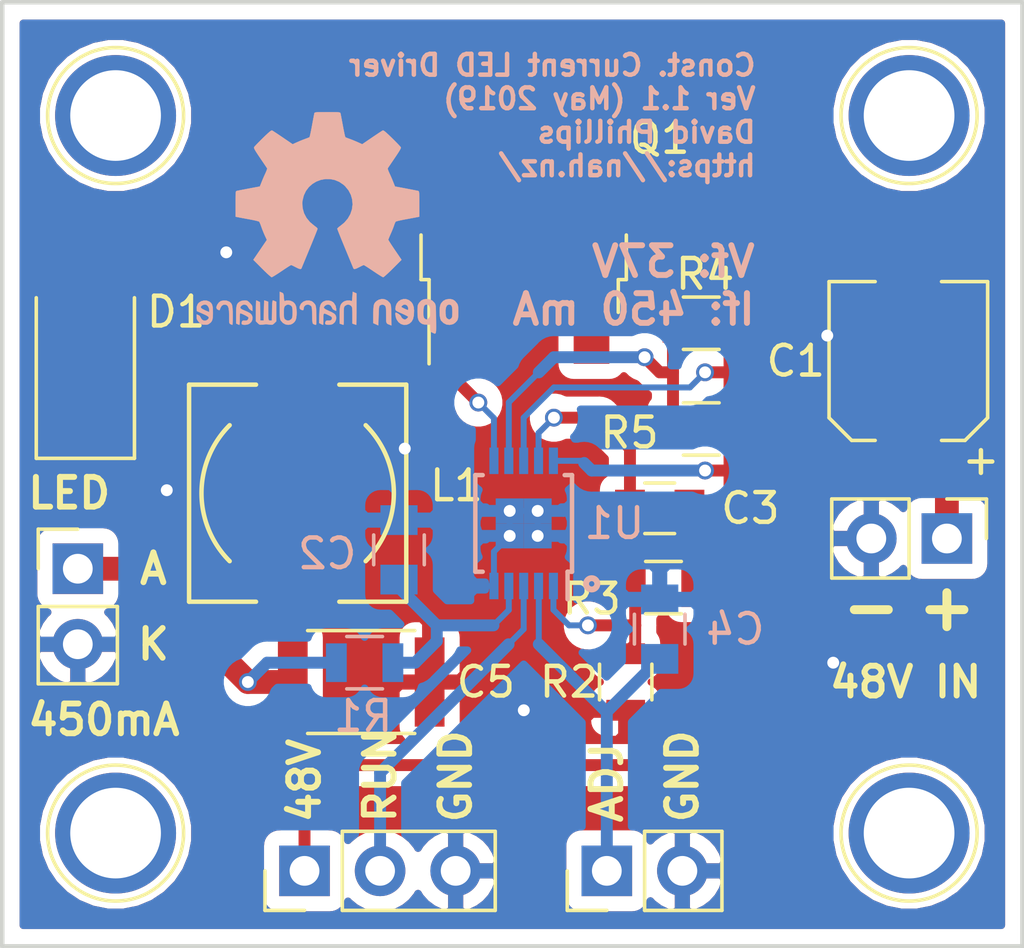
<source format=kicad_pcb>
(kicad_pcb (version 20171130) (host pcbnew 5.1.2)

  (general
    (thickness 1.6)
    (drawings 20)
    (tracks 134)
    (zones 0)
    (modules 23)
    (nets 12)
  )

  (page A4)
  (layers
    (0 F.Cu signal)
    (31 B.Cu signal)
    (32 B.Adhes user hide)
    (33 F.Adhes user hide)
    (34 B.Paste user hide)
    (35 F.Paste user hide)
    (36 B.SilkS user)
    (37 F.SilkS user)
    (38 B.Mask user)
    (39 F.Mask user)
    (40 Dwgs.User user)
    (41 Cmts.User user)
    (42 Eco1.User user)
    (43 Eco2.User user)
    (44 Edge.Cuts user)
    (45 Margin user)
    (46 B.CrtYd user hide)
    (47 F.CrtYd user hide)
    (48 B.Fab user hide)
    (49 F.Fab user hide)
  )

  (setup
    (last_trace_width 0.2)
    (user_trace_width 0.2)
    (user_trace_width 0.4)
    (user_trace_width 0.8)
    (trace_clearance 0.2)
    (zone_clearance 0.508)
    (zone_45_only yes)
    (trace_min 0.2)
    (via_size 0.6)
    (via_drill 0.4)
    (via_min_size 0.4)
    (via_min_drill 0.3)
    (uvia_size 0.3)
    (uvia_drill 0.1)
    (uvias_allowed no)
    (uvia_min_size 0)
    (uvia_min_drill 0)
    (edge_width 0.15)
    (segment_width 0.2)
    (pcb_text_width 0.3)
    (pcb_text_size 1.5 1.5)
    (mod_edge_width 0.15)
    (mod_text_size 1 1)
    (mod_text_width 0.15)
    (pad_size 0.89 0.305)
    (pad_drill 0)
    (pad_to_mask_clearance 0.2)
    (aux_axis_origin 0 0)
    (visible_elements FFFFFF7F)
    (pcbplotparams
      (layerselection 0x00030_80000001)
      (usegerberextensions false)
      (usegerberattributes false)
      (usegerberadvancedattributes false)
      (creategerberjobfile false)
      (excludeedgelayer true)
      (linewidth 0.100000)
      (plotframeref false)
      (viasonmask false)
      (mode 1)
      (useauxorigin false)
      (hpglpennumber 1)
      (hpglpenspeed 20)
      (hpglpendiameter 15.000000)
      (psnegative false)
      (psa4output false)
      (plotreference true)
      (plotvalue true)
      (plotinvisibletext false)
      (padsonsilk false)
      (subtractmaskfromsilk false)
      (outputformat 1)
      (mirror false)
      (drillshape 1)
      (scaleselection 1)
      (outputdirectory ""))
  )

  (net 0 "")
  (net 1 VCC)
  (net 2 GND)
  (net 3 "Net-(C2-Pad1)")
  (net 4 "Net-(C3-Pad2)")
  (net 5 "Net-(C4-Pad2)")
  (net 6 "Net-(C5-Pad1)")
  (net 7 "Net-(D1-Pad1)")
  (net 8 "Net-(J2-Pad2)")
  (net 9 "Net-(Q1-Pad1)")
  (net 10 "Net-(Q1-Pad3)")
  (net 11 "Net-(R2-Pad1)")

  (net_class Default "This is the default net class."
    (clearance 0.2)
    (trace_width 0.2)
    (via_dia 0.6)
    (via_drill 0.4)
    (uvia_dia 0.3)
    (uvia_drill 0.1)
    (add_net GND)
    (add_net "Net-(C2-Pad1)")
    (add_net "Net-(C3-Pad2)")
    (add_net "Net-(C4-Pad2)")
    (add_net "Net-(C5-Pad1)")
    (add_net "Net-(D1-Pad1)")
    (add_net "Net-(J2-Pad2)")
    (add_net "Net-(Q1-Pad1)")
    (add_net "Net-(Q1-Pad3)")
    (add_net "Net-(R2-Pad1)")
    (add_net VCC)
  )

  (net_class LowImp ""
    (clearance 0.2)
    (trace_width 0.4)
    (via_dia 0.6)
    (via_drill 0.4)
    (uvia_dia 0.3)
    (uvia_drill 0.1)
  )

  (net_class LowImpNeck ""
    (clearance 0.2)
    (trace_width 0.4)
    (via_dia 0.6)
    (via_drill 0.4)
    (uvia_dia 0.3)
    (uvia_drill 0.1)
  )

  (module Resistors_SMD:R_0805 (layer B.Cu) (tedit 59B0DA4F) (tstamp 59B0BF4B)
    (at 165.85 120)
    (descr "Resistor SMD 0805, reflow soldering, Vishay (see dcrcw.pdf)")
    (tags "resistor 0805")
    (path /59AEA5E2)
    (attr smd)
    (fp_text reference R1 (at -0.05 1.8 180) (layer B.SilkS)
      (effects (font (size 1 1) (thickness 0.15)) (justify mirror))
    )
    (fp_text value 11kΩ (at 0 -1.75) (layer B.Fab)
      (effects (font (size 1 1) (thickness 0.15)) (justify mirror))
    )
    (fp_line (start 1.55 -0.9) (end -1.55 -0.9) (layer B.CrtYd) (width 0.05))
    (fp_line (start 1.55 -0.9) (end 1.55 0.9) (layer B.CrtYd) (width 0.05))
    (fp_line (start -1.55 0.9) (end -1.55 -0.9) (layer B.CrtYd) (width 0.05))
    (fp_line (start -1.55 0.9) (end 1.55 0.9) (layer B.CrtYd) (width 0.05))
    (fp_line (start -0.6 0.88) (end 0.6 0.88) (layer B.SilkS) (width 0.12))
    (fp_line (start 0.6 -0.88) (end -0.6 -0.88) (layer B.SilkS) (width 0.12))
    (fp_line (start -1 0.62) (end 1 0.62) (layer B.Fab) (width 0.1))
    (fp_line (start 1 0.62) (end 1 -0.62) (layer B.Fab) (width 0.1))
    (fp_line (start 1 -0.62) (end -1 -0.62) (layer B.Fab) (width 0.1))
    (fp_line (start -1 -0.62) (end -1 0.62) (layer B.Fab) (width 0.1))
    (fp_text user %R (at 0 0) (layer B.Fab)
      (effects (font (size 0.5 0.5) (thickness 0.075)) (justify mirror))
    )
    (pad 2 smd rect (at 0.95 0) (size 0.7 1.3) (layers B.Cu B.Paste B.Mask)
      (net 3 "Net-(C2-Pad1)"))
    (pad 1 smd rect (at -0.95 0) (size 0.7 1.3) (layers B.Cu B.Paste B.Mask)
      (net 6 "Net-(C5-Pad1)"))
    (model ${KISYS3DMOD}/Resistors_SMD.3dshapes/R_0805.wrl
      (at (xyz 0 0 0))
      (scale (xyz 1 1 1))
      (rotate (xyz 0 0 0))
    )
    (model ${KISYS3DMOD}/Resistor_SMD.3dshapes/R_0805_2012Metric.wrl
      (at (xyz 0 0 0))
      (scale (xyz 1 1 1))
      (rotate (xyz 0 0 0))
    )
  )

  (module TO_SOT_Packages_SMD:TO-252-2 (layer F.Cu) (tedit 59B0D9F3) (tstamp 59B0BF3A)
    (at 171.196 104.648 90)
    (descr "TO-252 / DPAK SMD package, http://www.infineon.com/cms/en/product/packages/PG-TO252/PG-TO252-3-1/")
    (tags "DPAK TO-252 DPAK-3 TO-252-3 SOT-428")
    (path /59B006E4)
    (attr smd)
    (fp_text reference Q1 (at 2.286 4.572 180) (layer F.SilkS)
      (effects (font (size 1 1) (thickness 0.15)))
    )
    (fp_text value ZXMP7A17KTC (at 0 4.5 90) (layer F.Fab)
      (effects (font (size 1 1) (thickness 0.15)))
    )
    (fp_line (start 3.95 -2.7) (end 4.95 -2.7) (layer F.Fab) (width 0.1))
    (fp_line (start 4.95 -2.7) (end 4.95 2.7) (layer F.Fab) (width 0.1))
    (fp_line (start 4.95 2.7) (end 3.95 2.7) (layer F.Fab) (width 0.1))
    (fp_line (start 3.95 -3.25) (end 3.95 3.25) (layer F.Fab) (width 0.1))
    (fp_line (start 3.95 3.25) (end -2.27 3.25) (layer F.Fab) (width 0.1))
    (fp_line (start -2.27 3.25) (end -2.27 -2.25) (layer F.Fab) (width 0.1))
    (fp_line (start -2.27 -2.25) (end -1.27 -3.25) (layer F.Fab) (width 0.1))
    (fp_line (start -1.27 -3.25) (end 3.95 -3.25) (layer F.Fab) (width 0.1))
    (fp_line (start -1.865 -2.655) (end -4.97 -2.655) (layer F.Fab) (width 0.1))
    (fp_line (start -4.97 -2.655) (end -4.97 -1.905) (layer F.Fab) (width 0.1))
    (fp_line (start -4.97 -1.905) (end -2.27 -1.905) (layer F.Fab) (width 0.1))
    (fp_line (start -2.27 1.905) (end -4.97 1.905) (layer F.Fab) (width 0.1))
    (fp_line (start -4.97 1.905) (end -4.97 2.655) (layer F.Fab) (width 0.1))
    (fp_line (start -4.97 2.655) (end -2.27 2.655) (layer F.Fab) (width 0.1))
    (fp_line (start -0.97 -3.45) (end -2.47 -3.45) (layer F.SilkS) (width 0.12))
    (fp_line (start -2.47 -3.45) (end -2.47 -3.18) (layer F.SilkS) (width 0.12))
    (fp_line (start -2.47 -3.18) (end -5.3 -3.18) (layer F.SilkS) (width 0.12))
    (fp_line (start -0.97 3.45) (end -2.47 3.45) (layer F.SilkS) (width 0.12))
    (fp_line (start -2.47 3.45) (end -2.47 3.18) (layer F.SilkS) (width 0.12))
    (fp_line (start -2.47 3.18) (end -3.57 3.18) (layer F.SilkS) (width 0.12))
    (fp_line (start -5.55 -3.5) (end -5.55 3.5) (layer F.CrtYd) (width 0.05))
    (fp_line (start -5.55 3.5) (end 5.55 3.5) (layer F.CrtYd) (width 0.05))
    (fp_line (start 5.55 3.5) (end 5.55 -3.5) (layer F.CrtYd) (width 0.05))
    (fp_line (start 5.55 -3.5) (end -5.55 -3.5) (layer F.CrtYd) (width 0.05))
    (fp_text user %R (at 0 0 90) (layer F.Fab)
      (effects (font (size 1 1) (thickness 0.15)))
    )
    (pad 1 smd rect (at -4.2 -2.28 90) (size 2.2 1.2) (layers F.Cu F.Paste F.Mask)
      (net 9 "Net-(Q1-Pad1)"))
    (pad 3 smd rect (at -4.2 2.28 90) (size 2.2 1.2) (layers F.Cu F.Paste F.Mask)
      (net 10 "Net-(Q1-Pad3)"))
    (pad 2 smd rect (at 2.1 0 90) (size 6.4 5.8) (layers F.Cu F.Mask)
      (net 7 "Net-(D1-Pad1)"))
    (pad 2 smd rect (at 3.775 1.525 90) (size 3.05 2.75) (layers F.Cu F.Paste)
      (net 7 "Net-(D1-Pad1)"))
    (pad 2 smd rect (at 0.425 -1.525 90) (size 3.05 2.75) (layers F.Cu F.Paste)
      (net 7 "Net-(D1-Pad1)"))
    (pad 2 smd rect (at 3.775 -1.525 90) (size 3.05 2.75) (layers F.Cu F.Paste)
      (net 7 "Net-(D1-Pad1)"))
    (pad 2 smd rect (at 0.425 1.525 90) (size 3.05 2.75) (layers F.Cu F.Paste)
      (net 7 "Net-(D1-Pad1)"))
    (model TO_SOT_Packages_SMD.3dshapes/TO-252-2Lead.wrl
      (offset (xyz -4.063999938964844 0 -0.2539999961853027))
      (scale (xyz 1 1 1))
      (rotate (xyz 0 0 90))
    )
    (model /usr/share/kicad/modules/Package_TO_SOT_SMD.pretty/TO-252-3_TabPin2.kicad_mod
      (at (xyz 0 0 0))
      (scale (xyz 1 1 1))
      (rotate (xyz 0 0 0))
    )
    (model ${KISYS3DMOD}/Package_TO_SOT_SMD.3dshapes/TO-252-2.wrl
      (at (xyz 0 0 0))
      (scale (xyz 1 1 1))
      (rotate (xyz 0 0 0))
    )
  )

  (module Connectors:1pin (layer F.Cu) (tedit 59B0CB42) (tstamp 59B0CBF6)
    (at 184.15 125.73)
    (descr "module 1 pin (ou trou mecanique de percage)")
    (tags DEV)
    (fp_text reference REF** (at 0 -3.048) (layer F.SilkS) hide
      (effects (font (size 1 1) (thickness 0.15)))
    )
    (fp_text value 1pin (at 0 3) (layer F.Fab) hide
      (effects (font (size 1 1) (thickness 0.15)))
    )
    (fp_circle (center 0 0) (end 2 0.8) (layer F.Fab) (width 0.1))
    (fp_circle (center 0 0) (end 2.6 0) (layer F.CrtYd) (width 0.05))
    (fp_circle (center 0 0) (end 0 -2.286) (layer F.SilkS) (width 0.12))
    (pad 1 thru_hole circle (at 0 0) (size 4.064 4.064) (drill 3.048) (layers *.Cu *.Mask))
  )

  (module Capacitors_SMD:CP_Elec_5x5.3 (layer F.Cu) (tedit 59B0D988) (tstamp 59B0BE4F)
    (at 184.15 109.855 90)
    (descr "SMT capacitor, aluminium electrolytic, 5x5.3")
    (path /59AE9F39)
    (attr smd)
    (fp_text reference C1 (at 0 -3.81 180) (layer F.SilkS)
      (effects (font (size 1 1) (thickness 0.15)))
    )
    (fp_text value 3.3µF (at 0 -3.92 90) (layer F.Fab)
      (effects (font (size 1 1) (thickness 0.15)))
    )
    (fp_circle (center 0 0) (end 0.3 2.4) (layer F.Fab) (width 0.1))
    (fp_text user + (at -1.37 -0.08 90) (layer F.Fab)
      (effects (font (size 1 1) (thickness 0.15)))
    )
    (fp_text user + (at -3.38 2.34 90) (layer F.SilkS)
      (effects (font (size 1 1) (thickness 0.15)))
    )
    (fp_text user %R (at 0 -3.81 180) (layer F.Fab)
      (effects (font (size 1 1) (thickness 0.15)))
    )
    (fp_line (start 2.51 2.49) (end 2.51 -2.54) (layer F.Fab) (width 0.1))
    (fp_line (start -1.84 2.49) (end 2.51 2.49) (layer F.Fab) (width 0.1))
    (fp_line (start -2.51 1.82) (end -1.84 2.49) (layer F.Fab) (width 0.1))
    (fp_line (start -2.51 -1.87) (end -2.51 1.82) (layer F.Fab) (width 0.1))
    (fp_line (start -1.84 -2.54) (end -2.51 -1.87) (layer F.Fab) (width 0.1))
    (fp_line (start 2.51 -2.54) (end -1.84 -2.54) (layer F.Fab) (width 0.1))
    (fp_line (start 2.67 -2.69) (end 2.67 -1.14) (layer F.SilkS) (width 0.12))
    (fp_line (start 2.67 2.64) (end 2.67 1.09) (layer F.SilkS) (width 0.12))
    (fp_line (start -2.67 1.88) (end -2.67 1.09) (layer F.SilkS) (width 0.12))
    (fp_line (start -2.67 -1.93) (end -2.67 -1.14) (layer F.SilkS) (width 0.12))
    (fp_line (start 2.67 -2.69) (end -1.91 -2.69) (layer F.SilkS) (width 0.12))
    (fp_line (start -1.91 -2.69) (end -2.67 -1.93) (layer F.SilkS) (width 0.12))
    (fp_line (start -2.67 1.88) (end -1.91 2.64) (layer F.SilkS) (width 0.12))
    (fp_line (start -1.91 2.64) (end 2.67 2.64) (layer F.SilkS) (width 0.12))
    (fp_line (start -3.95 -2.79) (end 3.95 -2.79) (layer F.CrtYd) (width 0.05))
    (fp_line (start -3.95 -2.79) (end -3.95 2.74) (layer F.CrtYd) (width 0.05))
    (fp_line (start 3.95 2.74) (end 3.95 -2.79) (layer F.CrtYd) (width 0.05))
    (fp_line (start 3.95 2.74) (end -3.95 2.74) (layer F.CrtYd) (width 0.05))
    (pad 1 smd rect (at -2.2 0 270) (size 3 1.6) (layers F.Cu F.Paste F.Mask)
      (net 1 VCC))
    (pad 2 smd rect (at 2.2 0 270) (size 3 1.6) (layers F.Cu F.Paste F.Mask)
      (net 2 GND))
    (model Capacitors_SMD.3dshapes/CP_Elec_5x5.3.wrl
      (at (xyz 0 0 0))
      (scale (xyz 1 1 1))
      (rotate (xyz 0 0 180))
    )
    (model ${KISYS3DMOD}/Capacitor_SMD.3dshapes/C_Elec_5x5.4.wrl
      (at (xyz 0 0 0))
      (scale (xyz 1 1 1))
      (rotate (xyz 0 0 0))
    )
  )

  (module Capacitors_SMD:C_0805 (layer B.Cu) (tedit 59B0E1C0) (tstamp 59B0BE60)
    (at 167.005 116.205 90)
    (descr "Capacitor SMD 0805, reflow soldering, AVX (see smccp.pdf)")
    (tags "capacitor 0805")
    (path /59AEA43B)
    (attr smd)
    (fp_text reference C2 (at -0.127 -2.413 180) (layer B.SilkS)
      (effects (font (size 1 1) (thickness 0.15)) (justify mirror))
    )
    (fp_text value 1nF (at 0 -1.75 90) (layer B.Fab)
      (effects (font (size 1 1) (thickness 0.15)) (justify mirror))
    )
    (fp_text user %R (at 0 1.5 90) (layer B.Fab)
      (effects (font (size 1 1) (thickness 0.15)) (justify mirror))
    )
    (fp_line (start -1 -0.62) (end -1 0.62) (layer B.Fab) (width 0.1))
    (fp_line (start 1 -0.62) (end -1 -0.62) (layer B.Fab) (width 0.1))
    (fp_line (start 1 0.62) (end 1 -0.62) (layer B.Fab) (width 0.1))
    (fp_line (start -1 0.62) (end 1 0.62) (layer B.Fab) (width 0.1))
    (fp_line (start 0.5 0.85) (end -0.5 0.85) (layer B.SilkS) (width 0.12))
    (fp_line (start -0.5 -0.85) (end 0.5 -0.85) (layer B.SilkS) (width 0.12))
    (fp_line (start -1.75 0.88) (end 1.75 0.88) (layer B.CrtYd) (width 0.05))
    (fp_line (start -1.75 0.88) (end -1.75 -0.87) (layer B.CrtYd) (width 0.05))
    (fp_line (start 1.75 -0.87) (end 1.75 0.88) (layer B.CrtYd) (width 0.05))
    (fp_line (start 1.75 -0.87) (end -1.75 -0.87) (layer B.CrtYd) (width 0.05))
    (pad 1 smd rect (at -1 0 90) (size 1 1.25) (layers B.Cu B.Paste B.Mask)
      (net 3 "Net-(C2-Pad1)"))
    (pad 2 smd rect (at 1 0 90) (size 1 1.25) (layers B.Cu B.Paste B.Mask)
      (net 2 GND))
    (model Capacitors_SMD.3dshapes/C_0805.wrl
      (at (xyz 0 0 0))
      (scale (xyz 1 1 1))
      (rotate (xyz 0 0 0))
    )
    (model ${KISYS3DMOD}/Capacitor_SMD.3dshapes/C_0805_2012Metric.wrl
      (at (xyz 0 0 0))
      (scale (xyz 1 1 1))
      (rotate (xyz 0 0 0))
    )
  )

  (module Capacitors_SMD:C_0805 (layer F.Cu) (tedit 59B0D9CC) (tstamp 59B0BE71)
    (at 175.768 114.808 180)
    (descr "Capacitor SMD 0805, reflow soldering, AVX (see smccp.pdf)")
    (tags "capacitor 0805")
    (path /59AE9DC4)
    (attr smd)
    (fp_text reference C3 (at -3.048 0 180) (layer F.SilkS)
      (effects (font (size 1 1) (thickness 0.15)))
    )
    (fp_text value 1µF (at 0 1.75 180) (layer F.Fab)
      (effects (font (size 1 1) (thickness 0.15)))
    )
    (fp_text user %R (at -3.048 0 180) (layer F.Fab)
      (effects (font (size 1 1) (thickness 0.15)))
    )
    (fp_line (start -1 0.62) (end -1 -0.62) (layer F.Fab) (width 0.1))
    (fp_line (start 1 0.62) (end -1 0.62) (layer F.Fab) (width 0.1))
    (fp_line (start 1 -0.62) (end 1 0.62) (layer F.Fab) (width 0.1))
    (fp_line (start -1 -0.62) (end 1 -0.62) (layer F.Fab) (width 0.1))
    (fp_line (start 0.5 -0.85) (end -0.5 -0.85) (layer F.SilkS) (width 0.12))
    (fp_line (start -0.5 0.85) (end 0.5 0.85) (layer F.SilkS) (width 0.12))
    (fp_line (start -1.75 -0.88) (end 1.75 -0.88) (layer F.CrtYd) (width 0.05))
    (fp_line (start -1.75 -0.88) (end -1.75 0.87) (layer F.CrtYd) (width 0.05))
    (fp_line (start 1.75 0.87) (end 1.75 -0.88) (layer F.CrtYd) (width 0.05))
    (fp_line (start 1.75 0.87) (end -1.75 0.87) (layer F.CrtYd) (width 0.05))
    (pad 1 smd rect (at -1 0 180) (size 1 1.25) (layers F.Cu F.Paste F.Mask)
      (net 1 VCC))
    (pad 2 smd rect (at 1 0 180) (size 1 1.25) (layers F.Cu F.Paste F.Mask)
      (net 4 "Net-(C3-Pad2)"))
    (model Capacitors_SMD.3dshapes/C_0805.wrl
      (at (xyz 0 0 0))
      (scale (xyz 1 1 1))
      (rotate (xyz 0 0 0))
    )
    (model ${KISYS3DMOD}/Capacitor_SMD.3dshapes/C_0805_2012Metric.wrl
      (at (xyz 0 0 0))
      (scale (xyz 1 1 1))
      (rotate (xyz 0 0 0))
    )
  )

  (module Capacitors_SMD:C_0805 (layer B.Cu) (tedit 59B0E1C7) (tstamp 59B0BE82)
    (at 175.768 118.872 270)
    (descr "Capacitor SMD 0805, reflow soldering, AVX (see smccp.pdf)")
    (tags "capacitor 0805")
    (path /59AF72EA)
    (attr smd)
    (fp_text reference C4 (at 0 -2.54) (layer B.SilkS)
      (effects (font (size 1 1) (thickness 0.15)) (justify mirror))
    )
    (fp_text value 100nF (at 0 -1.75 270) (layer B.Fab)
      (effects (font (size 1 1) (thickness 0.15)) (justify mirror))
    )
    (fp_text user %R (at 0 1.5 270) (layer B.Fab)
      (effects (font (size 1 1) (thickness 0.15)) (justify mirror))
    )
    (fp_line (start -1 -0.62) (end -1 0.62) (layer B.Fab) (width 0.1))
    (fp_line (start 1 -0.62) (end -1 -0.62) (layer B.Fab) (width 0.1))
    (fp_line (start 1 0.62) (end 1 -0.62) (layer B.Fab) (width 0.1))
    (fp_line (start -1 0.62) (end 1 0.62) (layer B.Fab) (width 0.1))
    (fp_line (start 0.5 0.85) (end -0.5 0.85) (layer B.SilkS) (width 0.12))
    (fp_line (start -0.5 -0.85) (end 0.5 -0.85) (layer B.SilkS) (width 0.12))
    (fp_line (start -1.75 0.88) (end 1.75 0.88) (layer B.CrtYd) (width 0.05))
    (fp_line (start -1.75 0.88) (end -1.75 -0.87) (layer B.CrtYd) (width 0.05))
    (fp_line (start 1.75 -0.87) (end 1.75 0.88) (layer B.CrtYd) (width 0.05))
    (fp_line (start 1.75 -0.87) (end -1.75 -0.87) (layer B.CrtYd) (width 0.05))
    (pad 1 smd rect (at -1 0 270) (size 1 1.25) (layers B.Cu B.Paste B.Mask)
      (net 2 GND))
    (pad 2 smd rect (at 1 0 270) (size 1 1.25) (layers B.Cu B.Paste B.Mask)
      (net 5 "Net-(C4-Pad2)"))
    (model Capacitors_SMD.3dshapes/C_0805.wrl
      (at (xyz 0 0 0))
      (scale (xyz 1 1 1))
      (rotate (xyz 0 0 0))
    )
    (model ${KISYS3DMOD}/Capacitor_SMD.3dshapes/C_0805_2012Metric.wrl
      (at (xyz 0 0 0))
      (scale (xyz 1 1 1))
      (rotate (xyz 0 0 0))
    )
  )

  (module Capacitors_SMD:C_1812 (layer F.Cu) (tedit 59B0DAD3) (tstamp 59B0BE93)
    (at 165.735 120.65)
    (descr "Capacitor SMD 1812, reflow soldering, AVX (see smccp.pdf)")
    (tags "capacitor 1812")
    (path /59AFE85B)
    (attr smd)
    (fp_text reference C5 (at 4.191 0) (layer F.SilkS)
      (effects (font (size 1 1) (thickness 0.15)))
    )
    (fp_text value 470nF (at 0 2.75) (layer F.Fab)
      (effects (font (size 1 1) (thickness 0.15)))
    )
    (fp_text user %R (at -0.127 0.254) (layer F.Fab)
      (effects (font (size 1 1) (thickness 0.15)))
    )
    (fp_line (start -2.25 1.6) (end -2.25 -1.6) (layer F.Fab) (width 0.1))
    (fp_line (start 2.25 1.6) (end -2.25 1.6) (layer F.Fab) (width 0.1))
    (fp_line (start 2.25 -1.6) (end 2.25 1.6) (layer F.Fab) (width 0.1))
    (fp_line (start -2.25 -1.6) (end 2.25 -1.6) (layer F.Fab) (width 0.1))
    (fp_line (start 1.8 -1.73) (end -1.8 -1.73) (layer F.SilkS) (width 0.12))
    (fp_line (start -1.8 1.73) (end 1.8 1.73) (layer F.SilkS) (width 0.12))
    (fp_line (start -3.05 -1.85) (end 3.05 -1.85) (layer F.CrtYd) (width 0.05))
    (fp_line (start -3.05 -1.85) (end -3.05 1.85) (layer F.CrtYd) (width 0.05))
    (fp_line (start 3.05 1.85) (end 3.05 -1.85) (layer F.CrtYd) (width 0.05))
    (fp_line (start 3.05 1.85) (end -3.05 1.85) (layer F.CrtYd) (width 0.05))
    (pad 1 smd rect (at -2.3 0) (size 1 3) (layers F.Cu F.Paste F.Mask)
      (net 6 "Net-(C5-Pad1)"))
    (pad 2 smd rect (at 2.3 0) (size 1 3) (layers F.Cu F.Paste F.Mask)
      (net 2 GND))
    (model Capacitors_SMD.3dshapes/C_1812.wrl
      (at (xyz 0 0 0))
      (scale (xyz 1 1 1))
      (rotate (xyz 0 0 0))
    )
    (model ${KISYS3DMOD}/Capacitor_SMD.3dshapes/C_1812_4532Metric.wrl
      (at (xyz 0 0 0))
      (scale (xyz 1 1 1))
      (rotate (xyz 0 0 0))
    )
  )

  (module Diodes_SMD:D_SMA (layer F.Cu) (tedit 59B0D91C) (tstamp 59B0BEAB)
    (at 156.464 109.728 90)
    (descr "Diode SMA (DO-214AC)")
    (tags "Diode SMA (DO-214AC)")
    (path /59AE99D5)
    (attr smd)
    (fp_text reference D1 (at 1.524 3.048 180) (layer F.SilkS)
      (effects (font (size 1 1) (thickness 0.15)))
    )
    (fp_text value B1100-13-F (at 0 -3.556 270) (layer F.Fab)
      (effects (font (size 1 1) (thickness 0.15)))
    )
    (fp_text user %R (at 1.524 3.048 180) (layer F.Fab)
      (effects (font (size 1 1) (thickness 0.15)))
    )
    (fp_line (start -3.4 -1.65) (end -3.4 1.65) (layer F.SilkS) (width 0.12))
    (fp_line (start 2.3 1.5) (end -2.3 1.5) (layer F.Fab) (width 0.1))
    (fp_line (start -2.3 1.5) (end -2.3 -1.5) (layer F.Fab) (width 0.1))
    (fp_line (start 2.3 -1.5) (end 2.3 1.5) (layer F.Fab) (width 0.1))
    (fp_line (start 2.3 -1.5) (end -2.3 -1.5) (layer F.Fab) (width 0.1))
    (fp_line (start -3.5 -1.75) (end 3.5 -1.75) (layer F.CrtYd) (width 0.05))
    (fp_line (start 3.5 -1.75) (end 3.5 1.75) (layer F.CrtYd) (width 0.05))
    (fp_line (start 3.5 1.75) (end -3.5 1.75) (layer F.CrtYd) (width 0.05))
    (fp_line (start -3.5 1.75) (end -3.5 -1.75) (layer F.CrtYd) (width 0.05))
    (fp_line (start -0.64944 0.00102) (end -1.55114 0.00102) (layer F.Fab) (width 0.1))
    (fp_line (start 0.50118 0.00102) (end 1.4994 0.00102) (layer F.Fab) (width 0.1))
    (fp_line (start -0.64944 -0.79908) (end -0.64944 0.80112) (layer F.Fab) (width 0.1))
    (fp_line (start 0.50118 0.75032) (end 0.50118 -0.79908) (layer F.Fab) (width 0.1))
    (fp_line (start -0.64944 0.00102) (end 0.50118 0.75032) (layer F.Fab) (width 0.1))
    (fp_line (start -0.64944 0.00102) (end 0.50118 -0.79908) (layer F.Fab) (width 0.1))
    (fp_line (start -3.4 1.65) (end 2 1.65) (layer F.SilkS) (width 0.12))
    (fp_line (start -3.4 -1.65) (end 2 -1.65) (layer F.SilkS) (width 0.12))
    (pad 1 smd rect (at -2 0 90) (size 2.5 1.8) (layers F.Cu F.Paste F.Mask)
      (net 7 "Net-(D1-Pad1)"))
    (pad 2 smd rect (at 2 0 90) (size 2.5 1.8) (layers F.Cu F.Paste F.Mask)
      (net 2 GND))
    (model Diodes_SMD.3dshapes/D_SMA_Standard.wrl
      (at (xyz 0 0 0))
      (scale (xyz 0.45 0.45 0.45))
      (rotate (xyz 0 0 180))
    )
    (model ${KISYS3DMOD}/Diode_SMD.3dshapes/D_SMA.wrl
      (at (xyz 0 0 0))
      (scale (xyz 1 1 1))
      (rotate (xyz 0 0 0))
    )
  )

  (module Pin_Headers:Pin_Header_Straight_1x02_Pitch2.54mm (layer F.Cu) (tedit 59B0DAFA) (tstamp 59B0BEC1)
    (at 185.42 115.824 270)
    (descr "Through hole straight pin header, 1x02, 2.54mm pitch, single row")
    (tags "Through hole pin header THT 1x02 2.54mm single row")
    (path /59AEAC70)
    (fp_text reference J1 (at 0.254 5.08) (layer F.SilkS) hide
      (effects (font (size 1 1) (thickness 0.15)))
    )
    (fp_text value "48VDC IN" (at 0 4.87 270) (layer F.Fab)
      (effects (font (size 1 1) (thickness 0.15)))
    )
    (fp_line (start -0.635 -1.27) (end 1.27 -1.27) (layer F.Fab) (width 0.1))
    (fp_line (start 1.27 -1.27) (end 1.27 3.81) (layer F.Fab) (width 0.1))
    (fp_line (start 1.27 3.81) (end -1.27 3.81) (layer F.Fab) (width 0.1))
    (fp_line (start -1.27 3.81) (end -1.27 -0.635) (layer F.Fab) (width 0.1))
    (fp_line (start -1.27 -0.635) (end -0.635 -1.27) (layer F.Fab) (width 0.1))
    (fp_line (start -1.33 3.87) (end 1.33 3.87) (layer F.SilkS) (width 0.12))
    (fp_line (start -1.33 1.27) (end -1.33 3.87) (layer F.SilkS) (width 0.12))
    (fp_line (start 1.33 1.27) (end 1.33 3.87) (layer F.SilkS) (width 0.12))
    (fp_line (start -1.33 1.27) (end 1.33 1.27) (layer F.SilkS) (width 0.12))
    (fp_line (start -1.33 0) (end -1.33 -1.33) (layer F.SilkS) (width 0.12))
    (fp_line (start -1.33 -1.33) (end 0 -1.33) (layer F.SilkS) (width 0.12))
    (fp_line (start -1.8 -1.8) (end -1.8 4.35) (layer F.CrtYd) (width 0.05))
    (fp_line (start -1.8 4.35) (end 1.8 4.35) (layer F.CrtYd) (width 0.05))
    (fp_line (start 1.8 4.35) (end 1.8 -1.8) (layer F.CrtYd) (width 0.05))
    (fp_line (start 1.8 -1.8) (end -1.8 -1.8) (layer F.CrtYd) (width 0.05))
    (fp_text user %R (at 0 1.27) (layer F.Fab)
      (effects (font (size 1 1) (thickness 0.15)))
    )
    (pad 1 thru_hole rect (at 0 0 270) (size 1.7 1.7) (drill 1) (layers *.Cu *.Mask)
      (net 1 VCC))
    (pad 2 thru_hole oval (at 0 2.54 270) (size 1.7 1.7) (drill 1) (layers *.Cu *.Mask)
      (net 2 GND))
    (model ${KISYS3DMOD}/Pin_Headers.3dshapes/Pin_Header_Straight_1x02_Pitch2.54mm.wrl
      (offset (xyz 0 -1.269999980926514 0))
      (scale (xyz 1 1 1))
      (rotate (xyz 0 0 90))
    )
    (model ${KISYS3DMOD}/Connector_PinHeader_2.54mm.3dshapes/PinHeader_1x02_P2.54mm_Vertical.step
      (at (xyz 0 0 0))
      (scale (xyz 1 1 1))
      (rotate (xyz 0 0 0))
    )
  )

  (module Pin_Headers:Pin_Header_Straight_1x03_Pitch2.54mm (layer F.Cu) (tedit 59B0DAE3) (tstamp 59B0BED8)
    (at 163.83 127 90)
    (descr "Through hole straight pin header, 1x03, 2.54mm pitch, single row")
    (tags "Through hole pin header THT 1x03 2.54mm single row")
    (path /59AED2EC)
    (fp_text reference J2 (at 0 -2.33 90) (layer F.SilkS) hide
      (effects (font (size 1 1) (thickness 0.15)))
    )
    (fp_text value ENABLE (at 0 7.41 90) (layer F.Fab)
      (effects (font (size 1 1) (thickness 0.15)))
    )
    (fp_line (start -0.635 -1.27) (end 1.27 -1.27) (layer F.Fab) (width 0.1))
    (fp_line (start 1.27 -1.27) (end 1.27 6.35) (layer F.Fab) (width 0.1))
    (fp_line (start 1.27 6.35) (end -1.27 6.35) (layer F.Fab) (width 0.1))
    (fp_line (start -1.27 6.35) (end -1.27 -0.635) (layer F.Fab) (width 0.1))
    (fp_line (start -1.27 -0.635) (end -0.635 -1.27) (layer F.Fab) (width 0.1))
    (fp_line (start -1.33 6.41) (end 1.33 6.41) (layer F.SilkS) (width 0.12))
    (fp_line (start -1.33 1.27) (end -1.33 6.41) (layer F.SilkS) (width 0.12))
    (fp_line (start 1.33 1.27) (end 1.33 6.41) (layer F.SilkS) (width 0.12))
    (fp_line (start -1.33 1.27) (end 1.33 1.27) (layer F.SilkS) (width 0.12))
    (fp_line (start -1.33 0) (end -1.33 -1.33) (layer F.SilkS) (width 0.12))
    (fp_line (start -1.33 -1.33) (end 0 -1.33) (layer F.SilkS) (width 0.12))
    (fp_line (start -1.8 -1.8) (end -1.8 6.85) (layer F.CrtYd) (width 0.05))
    (fp_line (start -1.8 6.85) (end 1.8 6.85) (layer F.CrtYd) (width 0.05))
    (fp_line (start 1.8 6.85) (end 1.8 -1.8) (layer F.CrtYd) (width 0.05))
    (fp_line (start 1.8 -1.8) (end -1.8 -1.8) (layer F.CrtYd) (width 0.05))
    (fp_text user %R (at 0 2.54 180) (layer F.Fab)
      (effects (font (size 1 1) (thickness 0.15)))
    )
    (pad 1 thru_hole rect (at 0 0 90) (size 1.7 1.7) (drill 1) (layers *.Cu *.Mask)
      (net 1 VCC))
    (pad 2 thru_hole oval (at 0 2.54 90) (size 1.7 1.7) (drill 1) (layers *.Cu *.Mask)
      (net 8 "Net-(J2-Pad2)"))
    (pad 3 thru_hole oval (at 0 5.08 90) (size 1.7 1.7) (drill 1) (layers *.Cu *.Mask)
      (net 2 GND))
    (model ${KISYS3DMOD}/Pin_Headers.3dshapes/Pin_Header_Straight_1x03_Pitch2.54mm.wrl
      (offset (xyz 0 -2.539999961853027 0))
      (scale (xyz 1 1 1))
      (rotate (xyz 0 0 90))
    )
    (model ${KISYS3DMOD}/Connector_PinHeader_2.54mm.3dshapes/PinHeader_1x03_P2.54mm_Vertical.wrl
      (at (xyz 0 0 0))
      (scale (xyz 1 1 1))
      (rotate (xyz 0 0 0))
    )
  )

  (module Pin_Headers:Pin_Header_Straight_1x02_Pitch2.54mm (layer F.Cu) (tedit 59B0DAEC) (tstamp 59B0BEEE)
    (at 173.99 127 90)
    (descr "Through hole straight pin header, 1x02, 2.54mm pitch, single row")
    (tags "Through hole pin header THT 1x02 2.54mm single row")
    (path /59AEC9E5)
    (fp_text reference J3 (at 0 -2.33 90) (layer F.SilkS) hide
      (effects (font (size 1 1) (thickness 0.15)))
    )
    (fp_text value ADJ (at 0 4.87 90) (layer F.Fab)
      (effects (font (size 1 1) (thickness 0.15)))
    )
    (fp_line (start -0.635 -1.27) (end 1.27 -1.27) (layer F.Fab) (width 0.1))
    (fp_line (start 1.27 -1.27) (end 1.27 3.81) (layer F.Fab) (width 0.1))
    (fp_line (start 1.27 3.81) (end -1.27 3.81) (layer F.Fab) (width 0.1))
    (fp_line (start -1.27 3.81) (end -1.27 -0.635) (layer F.Fab) (width 0.1))
    (fp_line (start -1.27 -0.635) (end -0.635 -1.27) (layer F.Fab) (width 0.1))
    (fp_line (start -1.33 3.87) (end 1.33 3.87) (layer F.SilkS) (width 0.12))
    (fp_line (start -1.33 1.27) (end -1.33 3.87) (layer F.SilkS) (width 0.12))
    (fp_line (start 1.33 1.27) (end 1.33 3.87) (layer F.SilkS) (width 0.12))
    (fp_line (start -1.33 1.27) (end 1.33 1.27) (layer F.SilkS) (width 0.12))
    (fp_line (start -1.33 0) (end -1.33 -1.33) (layer F.SilkS) (width 0.12))
    (fp_line (start -1.33 -1.33) (end 0 -1.33) (layer F.SilkS) (width 0.12))
    (fp_line (start -1.8 -1.8) (end -1.8 4.35) (layer F.CrtYd) (width 0.05))
    (fp_line (start -1.8 4.35) (end 1.8 4.35) (layer F.CrtYd) (width 0.05))
    (fp_line (start 1.8 4.35) (end 1.8 -1.8) (layer F.CrtYd) (width 0.05))
    (fp_line (start 1.8 -1.8) (end -1.8 -1.8) (layer F.CrtYd) (width 0.05))
    (fp_text user %R (at 0 1.27 180) (layer F.Fab)
      (effects (font (size 1 1) (thickness 0.15)))
    )
    (pad 1 thru_hole rect (at 0 0 90) (size 1.7 1.7) (drill 1) (layers *.Cu *.Mask)
      (net 5 "Net-(C4-Pad2)"))
    (pad 2 thru_hole oval (at 0 2.54 90) (size 1.7 1.7) (drill 1) (layers *.Cu *.Mask)
      (net 2 GND))
    (model ${KISYS3DMOD}/Pin_Headers.3dshapes/Pin_Header_Straight_1x02_Pitch2.54mm.wrl
      (offset (xyz 0 -1.269999980926514 0))
      (scale (xyz 1 1 1))
      (rotate (xyz 0 0 90))
    )
    (model ${KISYS3DMOD}/Connector_PinHeader_2.54mm.3dshapes/PinHeader_1x02_P2.54mm_Vertical.step
      (at (xyz 0 0 0))
      (scale (xyz 1 1 1))
      (rotate (xyz 0 0 0))
    )
  )

  (module Pin_Headers:Pin_Header_Straight_1x02_Pitch2.54mm (layer F.Cu) (tedit 59B0DAFE) (tstamp 59B0BF04)
    (at 156.21 116.84)
    (descr "Through hole straight pin header, 1x02, 2.54mm pitch, single row")
    (tags "Through hole pin header THT 1x02 2.54mm single row")
    (path /59AEA206)
    (fp_text reference J4 (at 0 -2.33) (layer F.SilkS) hide
      (effects (font (size 1 1) (thickness 0.15)))
    )
    (fp_text value LED (at 0 4.87) (layer F.Fab)
      (effects (font (size 1 1) (thickness 0.15)))
    )
    (fp_line (start -0.635 -1.27) (end 1.27 -1.27) (layer F.Fab) (width 0.1))
    (fp_line (start 1.27 -1.27) (end 1.27 3.81) (layer F.Fab) (width 0.1))
    (fp_line (start 1.27 3.81) (end -1.27 3.81) (layer F.Fab) (width 0.1))
    (fp_line (start -1.27 3.81) (end -1.27 -0.635) (layer F.Fab) (width 0.1))
    (fp_line (start -1.27 -0.635) (end -0.635 -1.27) (layer F.Fab) (width 0.1))
    (fp_line (start -1.33 3.87) (end 1.33 3.87) (layer F.SilkS) (width 0.12))
    (fp_line (start -1.33 1.27) (end -1.33 3.87) (layer F.SilkS) (width 0.12))
    (fp_line (start 1.33 1.27) (end 1.33 3.87) (layer F.SilkS) (width 0.12))
    (fp_line (start -1.33 1.27) (end 1.33 1.27) (layer F.SilkS) (width 0.12))
    (fp_line (start -1.33 0) (end -1.33 -1.33) (layer F.SilkS) (width 0.12))
    (fp_line (start -1.33 -1.33) (end 0 -1.33) (layer F.SilkS) (width 0.12))
    (fp_line (start -1.8 -1.8) (end -1.8 4.35) (layer F.CrtYd) (width 0.05))
    (fp_line (start -1.8 4.35) (end 1.8 4.35) (layer F.CrtYd) (width 0.05))
    (fp_line (start 1.8 4.35) (end 1.8 -1.8) (layer F.CrtYd) (width 0.05))
    (fp_line (start 1.8 -1.8) (end -1.8 -1.8) (layer F.CrtYd) (width 0.05))
    (fp_text user %R (at 0 1.27 90) (layer F.Fab)
      (effects (font (size 1 1) (thickness 0.15)))
    )
    (pad 1 thru_hole rect (at 0 0) (size 1.7 1.7) (drill 1) (layers *.Cu *.Mask)
      (net 6 "Net-(C5-Pad1)"))
    (pad 2 thru_hole oval (at 0 2.54) (size 1.7 1.7) (drill 1) (layers *.Cu *.Mask)
      (net 2 GND))
    (model ${KISYS3DMOD}/Pin_Headers.3dshapes/Pin_Header_Straight_1x02_Pitch2.54mm.wrl
      (offset (xyz 0 -1.269999980926514 0))
      (scale (xyz 1 1 1))
      (rotate (xyz 0 0 90))
    )
    (model ${KISYS3DMOD}/Connector_PinHeader_2.54mm.3dshapes/PinHeader_1x02_P2.54mm_Vertical.step
      (at (xyz 0 0 0))
      (scale (xyz 1 1 1))
      (rotate (xyz 0 0 0))
    )
  )

  (module Choke_SMD:Choke_SMD_7.3x7.3_H3.5 (layer F.Cu) (tedit 59B0DA28) (tstamp 59B0BF16)
    (at 163.6 114.3 270)
    (descr "Choke, SMD, 7.3x7.3mm 3.5mm height")
    (tags "Choke, SMD")
    (path /59AE9B0A)
    (attr smd)
    (fp_text reference L1 (at -0.254 -5.334) (layer F.SilkS)
      (effects (font (size 1 1) (thickness 0.15)))
    )
    (fp_text value 33µH (at -0.508 0) (layer F.Fab)
      (effects (font (size 1 1) (thickness 0.15)))
    )
    (fp_line (start -4.2 -3.9) (end -4.2 3.9) (layer F.CrtYd) (width 0.05))
    (fp_line (start -4.2 3.9) (end 4.2 3.9) (layer F.CrtYd) (width 0.05))
    (fp_line (start 4.2 3.9) (end 4.2 -3.9) (layer F.CrtYd) (width 0.05))
    (fp_line (start 4.2 -3.9) (end -4.2 -3.9) (layer F.CrtYd) (width 0.05))
    (fp_arc (start 0 0) (end 2.286 2.286) (angle 90) (layer F.SilkS) (width 0.15))
    (fp_arc (start 0 0) (end -2.286 -2.286) (angle 90) (layer F.SilkS) (width 0.15))
    (fp_line (start 3.65 3.65) (end 3.65 1.4) (layer F.SilkS) (width 0.15))
    (fp_line (start 3.65 -3.65) (end 3.65 -1.4) (layer F.SilkS) (width 0.15))
    (fp_line (start -3.65 3.65) (end -3.65 1.4) (layer F.SilkS) (width 0.15))
    (fp_line (start -3.65 -3.65) (end -3.65 -1.4) (layer F.SilkS) (width 0.15))
    (fp_line (start 3.65 3.65) (end -3.65 3.65) (layer F.SilkS) (width 0.15))
    (fp_line (start -3.65 -3.65) (end 3.65 -3.65) (layer F.SilkS) (width 0.15))
    (pad 1 smd rect (at -3.2 0 270) (size 1.5 2.2) (layers F.Cu F.Paste F.Mask)
      (net 7 "Net-(D1-Pad1)"))
    (pad 2 smd rect (at 3.2 0 270) (size 1.5 2.2) (layers F.Cu F.Paste F.Mask)
      (net 6 "Net-(C5-Pad1)"))
    (model Choke_SMD.3dshapes/Choke_SMD_12x12mm_h4.5mm.wrl
      (at (xyz 0 0 0))
      (scale (xyz 1 2.1 2.1))
      (rotate (xyz 0 0 0))
    )
    (model ${KISYS3DMOD}/Inductor_SMD.3dshapes/L_Bourns_SRR1260.step
      (at (xyz 0 0 0))
      (scale (xyz 0.6 0.6 0.6))
      (rotate (xyz 0 0 0))
    )
  )

  (module Resistors_SMD:R_0805 (layer F.Cu) (tedit 59B0DA39) (tstamp 59B0BF5C)
    (at 174.625 120.65 270)
    (descr "Resistor SMD 0805, reflow soldering, Vishay (see dcrcw.pdf)")
    (tags "resistor 0805")
    (path /59AEAEBF)
    (attr smd)
    (fp_text reference R2 (at 0 1.905) (layer F.SilkS)
      (effects (font (size 1 1) (thickness 0.15)))
    )
    (fp_text value 6.98kΩ (at 0 1.75 270) (layer F.Fab)
      (effects (font (size 1 1) (thickness 0.15)))
    )
    (fp_text user %R (at 0 0 270) (layer F.Fab)
      (effects (font (size 0.5 0.5) (thickness 0.075)))
    )
    (fp_line (start -1 0.62) (end -1 -0.62) (layer F.Fab) (width 0.1))
    (fp_line (start 1 0.62) (end -1 0.62) (layer F.Fab) (width 0.1))
    (fp_line (start 1 -0.62) (end 1 0.62) (layer F.Fab) (width 0.1))
    (fp_line (start -1 -0.62) (end 1 -0.62) (layer F.Fab) (width 0.1))
    (fp_line (start 0.6 0.88) (end -0.6 0.88) (layer F.SilkS) (width 0.12))
    (fp_line (start -0.6 -0.88) (end 0.6 -0.88) (layer F.SilkS) (width 0.12))
    (fp_line (start -1.55 -0.9) (end 1.55 -0.9) (layer F.CrtYd) (width 0.05))
    (fp_line (start -1.55 -0.9) (end -1.55 0.9) (layer F.CrtYd) (width 0.05))
    (fp_line (start 1.55 0.9) (end 1.55 -0.9) (layer F.CrtYd) (width 0.05))
    (fp_line (start 1.55 0.9) (end -1.55 0.9) (layer F.CrtYd) (width 0.05))
    (pad 1 smd rect (at -0.95 0 270) (size 0.7 1.3) (layers F.Cu F.Paste F.Mask)
      (net 11 "Net-(R2-Pad1)"))
    (pad 2 smd rect (at 0.95 0 270) (size 0.7 1.3) (layers F.Cu F.Paste F.Mask)
      (net 2 GND))
    (model ${KISYS3DMOD}/Resistor_SMD.3dshapes/R_0805_2012Metric.wrl
      (at (xyz 0 0 0))
      (scale (xyz 1 1 1))
      (rotate (xyz 0 0 0))
    )
  )

  (module Resistors_SMD:R_0805 (layer F.Cu) (tedit 59B0DA3F) (tstamp 59B0BF6D)
    (at 175.895 117.475 180)
    (descr "Resistor SMD 0805, reflow soldering, Vishay (see dcrcw.pdf)")
    (tags "resistor 0805")
    (path /59AEAE7C)
    (attr smd)
    (fp_text reference R3 (at 2.413 -0.381 180) (layer F.SilkS)
      (effects (font (size 1 1) (thickness 0.15)))
    )
    (fp_text value 49.9kΩ (at 0 1.75 180) (layer F.Fab)
      (effects (font (size 1 1) (thickness 0.15)))
    )
    (fp_text user %R (at 0 0 180) (layer F.Fab)
      (effects (font (size 0.5 0.5) (thickness 0.075)))
    )
    (fp_line (start -1 0.62) (end -1 -0.62) (layer F.Fab) (width 0.1))
    (fp_line (start 1 0.62) (end -1 0.62) (layer F.Fab) (width 0.1))
    (fp_line (start 1 -0.62) (end 1 0.62) (layer F.Fab) (width 0.1))
    (fp_line (start -1 -0.62) (end 1 -0.62) (layer F.Fab) (width 0.1))
    (fp_line (start 0.6 0.88) (end -0.6 0.88) (layer F.SilkS) (width 0.12))
    (fp_line (start -0.6 -0.88) (end 0.6 -0.88) (layer F.SilkS) (width 0.12))
    (fp_line (start -1.55 -0.9) (end 1.55 -0.9) (layer F.CrtYd) (width 0.05))
    (fp_line (start -1.55 -0.9) (end -1.55 0.9) (layer F.CrtYd) (width 0.05))
    (fp_line (start 1.55 0.9) (end 1.55 -0.9) (layer F.CrtYd) (width 0.05))
    (fp_line (start 1.55 0.9) (end -1.55 0.9) (layer F.CrtYd) (width 0.05))
    (pad 1 smd rect (at -0.95 0 180) (size 0.7 1.3) (layers F.Cu F.Paste F.Mask)
      (net 1 VCC))
    (pad 2 smd rect (at 0.95 0 180) (size 0.7 1.3) (layers F.Cu F.Paste F.Mask)
      (net 11 "Net-(R2-Pad1)"))
    (model ${KISYS3DMOD}/Resistor_SMD.3dshapes/R_0805_2012Metric.wrl
      (at (xyz 0 0 0))
      (scale (xyz 1 1 1))
      (rotate (xyz 0 0 0))
    )
  )

  (module Resistors_SMD:R_0805 (layer F.Cu) (tedit 59B0D9AF) (tstamp 59B0BF7E)
    (at 177.165 108.585 180)
    (descr "Resistor SMD 0805, reflow soldering, Vishay (see dcrcw.pdf)")
    (tags "resistor 0805")
    (path /59AE9865)
    (attr smd)
    (fp_text reference R4 (at -0.127 1.651 180) (layer F.SilkS)
      (effects (font (size 1 1) (thickness 0.15)))
    )
    (fp_text value 0.374Ω (at 0 1.75 180) (layer F.Fab)
      (effects (font (size 1 1) (thickness 0.15)))
    )
    (fp_text user %R (at 0 0 180) (layer F.Fab)
      (effects (font (size 0.5 0.5) (thickness 0.075)))
    )
    (fp_line (start -1 0.62) (end -1 -0.62) (layer F.Fab) (width 0.1))
    (fp_line (start 1 0.62) (end -1 0.62) (layer F.Fab) (width 0.1))
    (fp_line (start 1 -0.62) (end 1 0.62) (layer F.Fab) (width 0.1))
    (fp_line (start -1 -0.62) (end 1 -0.62) (layer F.Fab) (width 0.1))
    (fp_line (start 0.6 0.88) (end -0.6 0.88) (layer F.SilkS) (width 0.12))
    (fp_line (start -0.6 -0.88) (end 0.6 -0.88) (layer F.SilkS) (width 0.12))
    (fp_line (start -1.55 -0.9) (end 1.55 -0.9) (layer F.CrtYd) (width 0.05))
    (fp_line (start -1.55 -0.9) (end -1.55 0.9) (layer F.CrtYd) (width 0.05))
    (fp_line (start 1.55 0.9) (end 1.55 -0.9) (layer F.CrtYd) (width 0.05))
    (fp_line (start 1.55 0.9) (end -1.55 0.9) (layer F.CrtYd) (width 0.05))
    (pad 1 smd rect (at -0.95 0 180) (size 0.7 1.3) (layers F.Cu F.Paste F.Mask)
      (net 1 VCC))
    (pad 2 smd rect (at 0.95 0 180) (size 0.7 1.3) (layers F.Cu F.Paste F.Mask)
      (net 10 "Net-(Q1-Pad3)"))
    (model ${KISYS3DMOD}/Resistors_SMD.3dshapes/R_0805.wrl
      (at (xyz 0 0 0))
      (scale (xyz 1 1 1))
      (rotate (xyz 0 0 0))
    )
    (model ${KISYS3DMOD}/Resistor_SMD.3dshapes/R_0805_2012Metric.wrl
      (at (xyz 0 0 0))
      (scale (xyz 1 1 1))
      (rotate (xyz 0 0 0))
    )
  )

  (module Resistors_SMD:R_0805 (layer F.Cu) (tedit 59B0D9A7) (tstamp 59B0BF8F)
    (at 177.165 112.141 180)
    (descr "Resistor SMD 0805, reflow soldering, Vishay (see dcrcw.pdf)")
    (tags "resistor 0805")
    (path /59B11505)
    (attr smd)
    (fp_text reference R5 (at 2.413 -0.127 180) (layer F.SilkS)
      (effects (font (size 1 1) (thickness 0.15)))
    )
    (fp_text value Spare (at 0 1.75 180) (layer F.Fab)
      (effects (font (size 1 1) (thickness 0.15)))
    )
    (fp_text user %R (at 0 0 180) (layer F.Fab)
      (effects (font (size 0.5 0.5) (thickness 0.075)))
    )
    (fp_line (start -1 0.62) (end -1 -0.62) (layer F.Fab) (width 0.1))
    (fp_line (start 1 0.62) (end -1 0.62) (layer F.Fab) (width 0.1))
    (fp_line (start 1 -0.62) (end 1 0.62) (layer F.Fab) (width 0.1))
    (fp_line (start -1 -0.62) (end 1 -0.62) (layer F.Fab) (width 0.1))
    (fp_line (start 0.6 0.88) (end -0.6 0.88) (layer F.SilkS) (width 0.12))
    (fp_line (start -0.6 -0.88) (end 0.6 -0.88) (layer F.SilkS) (width 0.12))
    (fp_line (start -1.55 -0.9) (end 1.55 -0.9) (layer F.CrtYd) (width 0.05))
    (fp_line (start -1.55 -0.9) (end -1.55 0.9) (layer F.CrtYd) (width 0.05))
    (fp_line (start 1.55 0.9) (end 1.55 -0.9) (layer F.CrtYd) (width 0.05))
    (fp_line (start 1.55 0.9) (end -1.55 0.9) (layer F.CrtYd) (width 0.05))
    (pad 1 smd rect (at -0.95 0 180) (size 0.7 1.3) (layers F.Cu F.Paste F.Mask)
      (net 1 VCC))
    (pad 2 smd rect (at 0.95 0 180) (size 0.7 1.3) (layers F.Cu F.Paste F.Mask)
      (net 10 "Net-(Q1-Pad3)"))
    (model ${KISYS3DMOD}/Resistor_SMD.3dshapes/R_0805_2012Metric.wrl
      (at (xyz 0 0 0))
      (scale (xyz 1 1 1))
      (rotate (xyz 0 0 0))
    )
  )

  (module Housings_SSOP:MSOP-10-1EP_3x3mm_Pitch0.5mm (layer B.Cu) (tedit 5CF0F79D) (tstamp 5CDF885E)
    (at 171.196 115.316 90)
    (descr "MSE Package; 10-Lead Plastic MSOP, Exposed Die Pad (see Linear Technology 05081664_I_MSE.pdf)")
    (tags "SSOP 0.5")
    (path /59AEF993)
    (solder_mask_margin 0.04)
    (clearance 0.09)
    (attr smd)
    (fp_text reference U1 (at 0 3.048 180) (layer B.SilkS)
      (effects (font (size 1 1) (thickness 0.15)) (justify mirror))
    )
    (fp_text value LM3409HV (at 0 -2.55 90) (layer B.Fab)
      (effects (font (size 1 1) (thickness 0.15)) (justify mirror))
    )
    (fp_line (start -0.5 1.5) (end 1.5 1.5) (layer B.Fab) (width 0.15))
    (fp_line (start 1.5 1.5) (end 1.5 -1.5) (layer B.Fab) (width 0.15))
    (fp_line (start 1.5 -1.5) (end -1.5 -1.5) (layer B.Fab) (width 0.15))
    (fp_line (start -1.5 -1.5) (end -1.5 0.5) (layer B.Fab) (width 0.15))
    (fp_line (start -1.5 0.5) (end -0.5 1.5) (layer B.Fab) (width 0.15))
    (fp_line (start -2.8 1.8) (end -2.8 -1.8) (layer B.CrtYd) (width 0.05))
    (fp_line (start 2.8 1.8) (end 2.8 -1.8) (layer B.CrtYd) (width 0.05))
    (fp_line (start -2.8 1.8) (end 2.8 1.8) (layer B.CrtYd) (width 0.05))
    (fp_line (start -2.8 -1.8) (end 2.8 -1.8) (layer B.CrtYd) (width 0.05))
    (fp_line (start -1.625 1.625) (end -1.625 1.475) (layer B.SilkS) (width 0.15))
    (fp_line (start 1.625 1.625) (end 1.625 1.3775) (layer B.SilkS) (width 0.15))
    (fp_line (start 1.625 -1.625) (end 1.625 -1.3775) (layer B.SilkS) (width 0.15))
    (fp_line (start -1.625 -1.625) (end -1.625 -1.3775) (layer B.SilkS) (width 0.15))
    (fp_line (start -1.625 1.625) (end 1.625 1.625) (layer B.SilkS) (width 0.15))
    (fp_line (start -1.625 -1.625) (end 1.625 -1.625) (layer B.SilkS) (width 0.15))
    (fp_line (start -1.625 1.475) (end -2.55 1.475) (layer B.SilkS) (width 0.15))
    (fp_text user %R (at 0 0 90) (layer B.Fab)
      (effects (font (size 0.6 0.6) (thickness 0.15)) (justify mirror))
    )
    (pad 1 smd rect (at -2.105 1 90) (size 0.89 0.305) (layers B.Cu B.Paste B.Mask)
      (net 11 "Net-(R2-Pad1)"))
    (pad 2 smd rect (at -2.105 0.5 90) (size 0.89 0.305) (layers B.Cu B.Paste B.Mask)
      (net 5 "Net-(C4-Pad2)"))
    (pad 3 smd rect (at -2.105 0 90) (size 0.89 0.305) (layers B.Cu B.Paste B.Mask)
      (net 8 "Net-(J2-Pad2)"))
    (pad 4 smd rect (at -2.105 -0.5 90) (size 0.89 0.305) (layers B.Cu B.Paste B.Mask)
      (net 3 "Net-(C2-Pad1)"))
    (pad 5 smd rect (at -2.105 -1 90) (size 0.89 0.305) (layers B.Cu B.Paste B.Mask)
      (net 2 GND))
    (pad 6 smd rect (at 2.105 -1 90) (size 0.89 0.305) (layers B.Cu B.Paste B.Mask)
      (net 9 "Net-(Q1-Pad1)"))
    (pad 7 smd rect (at 2.105 -0.5 90) (size 0.89 0.305) (layers B.Cu B.Paste B.Mask)
      (net 10 "Net-(Q1-Pad3)"))
    (pad 8 smd rect (at 2.105 0 90) (size 0.89 0.305) (layers B.Cu B.Paste B.Mask)
      (net 1 VCC))
    (pad 9 smd rect (at 2.105 0.5 90) (size 0.89 0.305) (layers B.Cu B.Paste B.Mask)
      (net 4 "Net-(C3-Pad2)"))
    (pad 10 smd rect (at 2.105 1 90) (size 0.89 0.305) (layers B.Cu B.Paste B.Mask)
      (net 1 VCC))
    (pad 11 smd rect (at 0.42 -0.47 90) (size 0.84 0.94) (layers B.Cu B.Paste B.Mask)
      (net 2 GND) (solder_paste_margin_ratio -0.2))
    (pad 11 smd rect (at 0.42 0.47 90) (size 0.84 0.94) (layers B.Cu B.Paste B.Mask)
      (net 2 GND) (solder_paste_margin_ratio -0.2))
    (pad 11 smd rect (at -0.42 -0.47 90) (size 0.84 0.94) (layers B.Cu B.Paste B.Mask)
      (net 2 GND) (solder_paste_margin_ratio -0.2))
    (pad 11 smd rect (at -0.42 0.47 90) (size 0.84 0.94) (layers B.Cu B.Paste B.Mask)
      (net 2 GND) (solder_paste_margin_ratio -0.2))
    (model ${KISYS3DMOD}/Housings_SSOP.3dshapes/MSOP-10-1EP_3x3mm_Pitch0.5mm.wrl
      (at (xyz 0 0 0))
      (scale (xyz 1 1 1))
      (rotate (xyz 0 0 0))
    )
    (model ${KISYS3DMOD}/Package_SO.3dshapes/MSOP-10_3x3mm_P0.5mm.wrl
      (at (xyz 0 0 0))
      (scale (xyz 1 1 1))
      (rotate (xyz 0 0 0))
    )
  )

  (module Connectors:1pin (layer F.Cu) (tedit 59B0CB48) (tstamp 59B0CB93)
    (at 184.15 101.6)
    (descr "module 1 pin (ou trou mecanique de percage)")
    (tags DEV)
    (fp_text reference REF** (at 0 -3.048) (layer F.SilkS) hide
      (effects (font (size 1 1) (thickness 0.15)))
    )
    (fp_text value 1pin (at 0 3) (layer F.Fab) hide
      (effects (font (size 1 1) (thickness 0.15)))
    )
    (fp_circle (center 0 0) (end 2 0.8) (layer F.Fab) (width 0.1))
    (fp_circle (center 0 0) (end 2.6 0) (layer F.CrtYd) (width 0.05))
    (fp_circle (center 0 0) (end 0 -2.286) (layer F.SilkS) (width 0.12))
    (pad 1 thru_hole circle (at 0 0) (size 4.064 4.064) (drill 3.048) (layers *.Cu *.Mask))
  )

  (module Connectors:1pin (layer F.Cu) (tedit 59B0CB4E) (tstamp 59B0CC17)
    (at 157.48 101.6)
    (descr "module 1 pin (ou trou mecanique de percage)")
    (tags DEV)
    (fp_text reference REF** (at 0 -3.048) (layer F.SilkS) hide
      (effects (font (size 1 1) (thickness 0.15)))
    )
    (fp_text value 1pin (at 0 3) (layer F.Fab) hide
      (effects (font (size 1 1) (thickness 0.15)))
    )
    (fp_circle (center 0 0) (end 2 0.8) (layer F.Fab) (width 0.1))
    (fp_circle (center 0 0) (end 2.6 0) (layer F.CrtYd) (width 0.05))
    (fp_circle (center 0 0) (end 0 -2.286) (layer F.SilkS) (width 0.12))
    (pad 1 thru_hole circle (at 0 0) (size 4.064 4.064) (drill 3.048) (layers *.Cu *.Mask))
  )

  (module Connectors:1pin (layer F.Cu) (tedit 59B0CB55) (tstamp 59B0CC27)
    (at 157.48 125.73)
    (descr "module 1 pin (ou trou mecanique de percage)")
    (tags DEV)
    (fp_text reference REF** (at 0 -3.048) (layer F.SilkS) hide
      (effects (font (size 1 1) (thickness 0.15)))
    )
    (fp_text value 1pin (at 0 3) (layer F.Fab) hide
      (effects (font (size 1 1) (thickness 0.15)))
    )
    (fp_circle (center 0 0) (end 2 0.8) (layer F.Fab) (width 0.1))
    (fp_circle (center 0 0) (end 2.6 0) (layer F.CrtYd) (width 0.05))
    (fp_circle (center 0 0) (end 0 -2.286) (layer F.SilkS) (width 0.12))
    (pad 1 thru_hole circle (at 0 0) (size 4.064 4.064) (drill 3.048) (layers *.Cu *.Mask))
  )

  (module Symbols:OSHW-Logo2_9.8x8mm_SilkScreen (layer B.Cu) (tedit 0) (tstamp 59B0EA9A)
    (at 164.6 105.2 180)
    (descr "Open Source Hardware Symbol")
    (tags "Logo Symbol OSHW")
    (attr virtual)
    (fp_text reference REF*** (at 0 0 180) (layer B.SilkS) hide
      (effects (font (size 1 1) (thickness 0.15)) (justify mirror))
    )
    (fp_text value OSHW-Logo2_9.8x8mm_SilkScreen (at 0.75 0 180) (layer B.Fab) hide
      (effects (font (size 1 1) (thickness 0.15)) (justify mirror))
    )
    (fp_poly (pts (xy -3.231114 -2.584505) (xy -3.156461 -2.621727) (xy -3.090569 -2.690261) (xy -3.072423 -2.715648)
      (xy -3.052655 -2.748866) (xy -3.039828 -2.784945) (xy -3.03249 -2.833098) (xy -3.029187 -2.902536)
      (xy -3.028462 -2.994206) (xy -3.031737 -3.11983) (xy -3.043123 -3.214154) (xy -3.064959 -3.284523)
      (xy -3.099581 -3.338286) (xy -3.14933 -3.382788) (xy -3.152986 -3.385423) (xy -3.202015 -3.412377)
      (xy -3.261055 -3.425712) (xy -3.336141 -3.429) (xy -3.458205 -3.429) (xy -3.458256 -3.547497)
      (xy -3.459392 -3.613492) (xy -3.466314 -3.652202) (xy -3.484402 -3.675419) (xy -3.519038 -3.694933)
      (xy -3.527355 -3.69892) (xy -3.56628 -3.717603) (xy -3.596417 -3.729403) (xy -3.618826 -3.730422)
      (xy -3.634567 -3.716761) (xy -3.644698 -3.684522) (xy -3.650277 -3.629804) (xy -3.652365 -3.548711)
      (xy -3.652019 -3.437344) (xy -3.6503 -3.291802) (xy -3.649763 -3.248269) (xy -3.647828 -3.098205)
      (xy -3.646096 -3.000042) (xy -3.458308 -3.000042) (xy -3.457252 -3.083364) (xy -3.452562 -3.13788)
      (xy -3.441949 -3.173837) (xy -3.423128 -3.201482) (xy -3.41035 -3.214965) (xy -3.35811 -3.254417)
      (xy -3.311858 -3.257628) (xy -3.264133 -3.225049) (xy -3.262923 -3.223846) (xy -3.243506 -3.198668)
      (xy -3.231693 -3.164447) (xy -3.225735 -3.111748) (xy -3.22388 -3.031131) (xy -3.223846 -3.013271)
      (xy -3.22833 -2.902175) (xy -3.242926 -2.825161) (xy -3.26935 -2.778147) (xy -3.309317 -2.75705)
      (xy -3.332416 -2.754923) (xy -3.387238 -2.7649) (xy -3.424842 -2.797752) (xy -3.447477 -2.857857)
      (xy -3.457394 -2.949598) (xy -3.458308 -3.000042) (xy -3.646096 -3.000042) (xy -3.645778 -2.98206)
      (xy -3.643127 -2.894679) (xy -3.639394 -2.830905) (xy -3.634093 -2.785582) (xy -3.626742 -2.753555)
      (xy -3.616857 -2.729668) (xy -3.603954 -2.708764) (xy -3.598421 -2.700898) (xy -3.525031 -2.626595)
      (xy -3.43224 -2.584467) (xy -3.324904 -2.572722) (xy -3.231114 -2.584505)) (layer B.SilkS) (width 0.01))
    (fp_poly (pts (xy -1.728336 -2.595089) (xy -1.665633 -2.631358) (xy -1.622039 -2.667358) (xy -1.590155 -2.705075)
      (xy -1.56819 -2.751199) (xy -1.554351 -2.812421) (xy -1.546847 -2.895431) (xy -1.543883 -3.006919)
      (xy -1.543539 -3.087062) (xy -1.543539 -3.382065) (xy -1.709615 -3.456515) (xy -1.719385 -3.133402)
      (xy -1.723421 -3.012729) (xy -1.727656 -2.925141) (xy -1.732903 -2.86465) (xy -1.739975 -2.825268)
      (xy -1.749689 -2.801007) (xy -1.762856 -2.78588) (xy -1.767081 -2.782606) (xy -1.831091 -2.757034)
      (xy -1.895792 -2.767153) (xy -1.934308 -2.794) (xy -1.949975 -2.813024) (xy -1.96082 -2.837988)
      (xy -1.967712 -2.875834) (xy -1.971521 -2.933502) (xy -1.973117 -3.017935) (xy -1.973385 -3.105928)
      (xy -1.973437 -3.216323) (xy -1.975328 -3.294463) (xy -1.981655 -3.347165) (xy -1.995017 -3.381242)
      (xy -2.018015 -3.403511) (xy -2.053246 -3.420787) (xy -2.100303 -3.438738) (xy -2.151697 -3.458278)
      (xy -2.145579 -3.111485) (xy -2.143116 -2.986468) (xy -2.140233 -2.894082) (xy -2.136102 -2.827881)
      (xy -2.129893 -2.78142) (xy -2.120774 -2.748256) (xy -2.107917 -2.721944) (xy -2.092416 -2.698729)
      (xy -2.017629 -2.624569) (xy -1.926372 -2.581684) (xy -1.827117 -2.571412) (xy -1.728336 -2.595089)) (layer B.SilkS) (width 0.01))
    (fp_poly (pts (xy -3.983114 -2.587256) (xy -3.891536 -2.635409) (xy -3.823951 -2.712905) (xy -3.799943 -2.762727)
      (xy -3.781262 -2.837533) (xy -3.771699 -2.932052) (xy -3.770792 -3.03521) (xy -3.778079 -3.135935)
      (xy -3.793097 -3.223153) (xy -3.815385 -3.285791) (xy -3.822235 -3.296579) (xy -3.903368 -3.377105)
      (xy -3.999734 -3.425336) (xy -4.104299 -3.43945) (xy -4.210032 -3.417629) (xy -4.239457 -3.404547)
      (xy -4.296759 -3.364231) (xy -4.34705 -3.310775) (xy -4.351803 -3.303995) (xy -4.371122 -3.271321)
      (xy -4.383892 -3.236394) (xy -4.391436 -3.190414) (xy -4.395076 -3.124584) (xy -4.396135 -3.030105)
      (xy -4.396154 -3.008923) (xy -4.396106 -3.002182) (xy -4.200769 -3.002182) (xy -4.199632 -3.091349)
      (xy -4.195159 -3.15052) (xy -4.185754 -3.188741) (xy -4.169824 -3.215053) (xy -4.161692 -3.223846)
      (xy -4.114942 -3.257261) (xy -4.069553 -3.255737) (xy -4.02366 -3.226752) (xy -3.996288 -3.195809)
      (xy -3.980077 -3.150643) (xy -3.970974 -3.07942) (xy -3.970349 -3.071114) (xy -3.968796 -2.942037)
      (xy -3.985035 -2.846172) (xy -4.018848 -2.784107) (xy -4.070016 -2.756432) (xy -4.08828 -2.754923)
      (xy -4.13624 -2.762513) (xy -4.169047 -2.788808) (xy -4.189105 -2.839095) (xy -4.198822 -2.918664)
      (xy -4.200769 -3.002182) (xy -4.396106 -3.002182) (xy -4.395426 -2.908249) (xy -4.392371 -2.837906)
      (xy -4.385678 -2.789163) (xy -4.37404 -2.753288) (xy -4.356147 -2.721548) (xy -4.352192 -2.715648)
      (xy -4.285733 -2.636104) (xy -4.213315 -2.589929) (xy -4.125151 -2.571599) (xy -4.095213 -2.570703)
      (xy -3.983114 -2.587256)) (layer B.SilkS) (width 0.01))
    (fp_poly (pts (xy -2.465746 -2.599745) (xy -2.388714 -2.651567) (xy -2.329184 -2.726412) (xy -2.293622 -2.821654)
      (xy -2.286429 -2.891756) (xy -2.287246 -2.921009) (xy -2.294086 -2.943407) (xy -2.312888 -2.963474)
      (xy -2.349592 -2.985733) (xy -2.410138 -3.014709) (xy -2.500466 -3.054927) (xy -2.500923 -3.055129)
      (xy -2.584067 -3.09321) (xy -2.652247 -3.127025) (xy -2.698495 -3.152933) (xy -2.715842 -3.167295)
      (xy -2.715846 -3.167411) (xy -2.700557 -3.198685) (xy -2.664804 -3.233157) (xy -2.623758 -3.25799)
      (xy -2.602963 -3.262923) (xy -2.54623 -3.245862) (xy -2.497373 -3.203133) (xy -2.473535 -3.156155)
      (xy -2.450603 -3.121522) (xy -2.405682 -3.082081) (xy -2.352877 -3.048009) (xy -2.30629 -3.02948)
      (xy -2.296548 -3.028462) (xy -2.285582 -3.045215) (xy -2.284921 -3.088039) (xy -2.29298 -3.145781)
      (xy -2.308173 -3.207289) (xy -2.328914 -3.261409) (xy -2.329962 -3.26351) (xy -2.392379 -3.35066)
      (xy -2.473274 -3.409939) (xy -2.565144 -3.439034) (xy -2.660487 -3.435634) (xy -2.751802 -3.397428)
      (xy -2.755862 -3.394741) (xy -2.827694 -3.329642) (xy -2.874927 -3.244705) (xy -2.901066 -3.133021)
      (xy -2.904574 -3.101643) (xy -2.910787 -2.953536) (xy -2.903339 -2.884468) (xy -2.715846 -2.884468)
      (xy -2.71341 -2.927552) (xy -2.700086 -2.940126) (xy -2.666868 -2.930719) (xy -2.614506 -2.908483)
      (xy -2.555976 -2.88061) (xy -2.554521 -2.879872) (xy -2.504911 -2.853777) (xy -2.485 -2.836363)
      (xy -2.48991 -2.818107) (xy -2.510584 -2.79412) (xy -2.563181 -2.759406) (xy -2.619823 -2.756856)
      (xy -2.670631 -2.782119) (xy -2.705724 -2.830847) (xy -2.715846 -2.884468) (xy -2.903339 -2.884468)
      (xy -2.898008 -2.835036) (xy -2.865222 -2.741055) (xy -2.819579 -2.675215) (xy -2.737198 -2.608681)
      (xy -2.646454 -2.575676) (xy -2.553815 -2.573573) (xy -2.465746 -2.599745)) (layer B.SilkS) (width 0.01))
    (fp_poly (pts (xy -0.840154 -2.49212) (xy -0.834428 -2.57198) (xy -0.827851 -2.619039) (xy -0.818738 -2.639566)
      (xy -0.805402 -2.639829) (xy -0.801077 -2.637378) (xy -0.743556 -2.619636) (xy -0.668732 -2.620672)
      (xy -0.592661 -2.63891) (xy -0.545082 -2.662505) (xy -0.496298 -2.700198) (xy -0.460636 -2.742855)
      (xy -0.436155 -2.797057) (xy -0.420913 -2.869384) (xy -0.41297 -2.966419) (xy -0.410384 -3.094742)
      (xy -0.410338 -3.119358) (xy -0.410308 -3.39587) (xy -0.471839 -3.41732) (xy -0.515541 -3.431912)
      (xy -0.539518 -3.438706) (xy -0.540223 -3.438769) (xy -0.542585 -3.420345) (xy -0.544594 -3.369526)
      (xy -0.546099 -3.292993) (xy -0.546947 -3.19743) (xy -0.547077 -3.139329) (xy -0.547349 -3.024771)
      (xy -0.548748 -2.942667) (xy -0.552151 -2.886393) (xy -0.558433 -2.849326) (xy -0.568471 -2.824844)
      (xy -0.583139 -2.806325) (xy -0.592298 -2.797406) (xy -0.655211 -2.761466) (xy -0.723864 -2.758775)
      (xy -0.786152 -2.78917) (xy -0.797671 -2.800144) (xy -0.814567 -2.820779) (xy -0.826286 -2.845256)
      (xy -0.833767 -2.880647) (xy -0.837946 -2.934026) (xy -0.839763 -3.012466) (xy -0.840154 -3.120617)
      (xy -0.840154 -3.39587) (xy -0.901685 -3.41732) (xy -0.945387 -3.431912) (xy -0.969364 -3.438706)
      (xy -0.97007 -3.438769) (xy -0.971874 -3.420069) (xy -0.9735 -3.367322) (xy -0.974883 -3.285557)
      (xy -0.975958 -3.179805) (xy -0.97666 -3.055094) (xy -0.976923 -2.916455) (xy -0.976923 -2.381806)
      (xy -0.849923 -2.328236) (xy -0.840154 -2.49212)) (layer B.SilkS) (width 0.01))
    (fp_poly (pts (xy 0.053501 -2.626303) (xy 0.13006 -2.654733) (xy 0.130936 -2.655279) (xy 0.178285 -2.690127)
      (xy 0.213241 -2.730852) (xy 0.237825 -2.783925) (xy 0.254062 -2.855814) (xy 0.263975 -2.952992)
      (xy 0.269586 -3.081928) (xy 0.270077 -3.100298) (xy 0.277141 -3.377287) (xy 0.217695 -3.408028)
      (xy 0.174681 -3.428802) (xy 0.14871 -3.438646) (xy 0.147509 -3.438769) (xy 0.143014 -3.420606)
      (xy 0.139444 -3.371612) (xy 0.137248 -3.300031) (xy 0.136769 -3.242068) (xy 0.136758 -3.14817)
      (xy 0.132466 -3.089203) (xy 0.117503 -3.061079) (xy 0.085482 -3.059706) (xy 0.030014 -3.080998)
      (xy -0.053731 -3.120136) (xy -0.115311 -3.152643) (xy -0.146983 -3.180845) (xy -0.156294 -3.211582)
      (xy -0.156308 -3.213104) (xy -0.140943 -3.266054) (xy -0.095453 -3.29466) (xy -0.025834 -3.298803)
      (xy 0.024313 -3.298084) (xy 0.050754 -3.312527) (xy 0.067243 -3.347218) (xy 0.076733 -3.391416)
      (xy 0.063057 -3.416493) (xy 0.057907 -3.420082) (xy 0.009425 -3.434496) (xy -0.058469 -3.436537)
      (xy -0.128388 -3.426983) (xy -0.177932 -3.409522) (xy -0.24643 -3.351364) (xy -0.285366 -3.270408)
      (xy -0.293077 -3.20716) (xy -0.287193 -3.150111) (xy -0.265899 -3.103542) (xy -0.223735 -3.062181)
      (xy -0.155241 -3.020755) (xy -0.054956 -2.973993) (xy -0.048846 -2.97135) (xy 0.04149 -2.929617)
      (xy 0.097235 -2.895391) (xy 0.121129 -2.864635) (xy 0.115913 -2.833311) (xy 0.084328 -2.797383)
      (xy 0.074883 -2.789116) (xy 0.011617 -2.757058) (xy -0.053936 -2.758407) (xy -0.111028 -2.789838)
      (xy -0.148907 -2.848024) (xy -0.152426 -2.859446) (xy -0.1867 -2.914837) (xy -0.230191 -2.941518)
      (xy -0.293077 -2.96796) (xy -0.293077 -2.899548) (xy -0.273948 -2.80011) (xy -0.217169 -2.708902)
      (xy -0.187622 -2.678389) (xy -0.120458 -2.639228) (xy -0.035044 -2.6215) (xy 0.053501 -2.626303)) (layer B.SilkS) (width 0.01))
    (fp_poly (pts (xy 0.713362 -2.62467) (xy 0.802117 -2.657421) (xy 0.874022 -2.71535) (xy 0.902144 -2.756128)
      (xy 0.932802 -2.830954) (xy 0.932165 -2.885058) (xy 0.899987 -2.921446) (xy 0.888081 -2.927633)
      (xy 0.836675 -2.946925) (xy 0.810422 -2.941982) (xy 0.80153 -2.909587) (xy 0.801077 -2.891692)
      (xy 0.784797 -2.825859) (xy 0.742365 -2.779807) (xy 0.683388 -2.757564) (xy 0.617475 -2.763161)
      (xy 0.563895 -2.792229) (xy 0.545798 -2.80881) (xy 0.532971 -2.828925) (xy 0.524306 -2.859332)
      (xy 0.518696 -2.906788) (xy 0.515035 -2.97805) (xy 0.512215 -3.079875) (xy 0.511484 -3.112115)
      (xy 0.50882 -3.22241) (xy 0.505792 -3.300036) (xy 0.50125 -3.351396) (xy 0.494046 -3.38289)
      (xy 0.483033 -3.40092) (xy 0.46706 -3.411888) (xy 0.456834 -3.416733) (xy 0.413406 -3.433301)
      (xy 0.387842 -3.438769) (xy 0.379395 -3.420507) (xy 0.374239 -3.365296) (xy 0.372346 -3.272499)
      (xy 0.373689 -3.141478) (xy 0.374107 -3.121269) (xy 0.377058 -3.001733) (xy 0.380548 -2.914449)
      (xy 0.385514 -2.852591) (xy 0.392893 -2.809336) (xy 0.403624 -2.77786) (xy 0.418645 -2.751339)
      (xy 0.426502 -2.739975) (xy 0.471553 -2.689692) (xy 0.52194 -2.650581) (xy 0.528108 -2.647167)
      (xy 0.618458 -2.620212) (xy 0.713362 -2.62467)) (layer B.SilkS) (width 0.01))
    (fp_poly (pts (xy 1.602081 -2.780289) (xy 1.601833 -2.92632) (xy 1.600872 -3.038655) (xy 1.598794 -3.122678)
      (xy 1.595193 -3.183769) (xy 1.589665 -3.227309) (xy 1.581804 -3.258679) (xy 1.571207 -3.283262)
      (xy 1.563182 -3.297294) (xy 1.496728 -3.373388) (xy 1.41247 -3.421084) (xy 1.319249 -3.438199)
      (xy 1.2259 -3.422546) (xy 1.170312 -3.394418) (xy 1.111957 -3.34576) (xy 1.072186 -3.286333)
      (xy 1.04819 -3.208507) (xy 1.037161 -3.104652) (xy 1.035599 -3.028462) (xy 1.035809 -3.022986)
      (xy 1.172308 -3.022986) (xy 1.173141 -3.110355) (xy 1.176961 -3.168192) (xy 1.185746 -3.206029)
      (xy 1.201474 -3.233398) (xy 1.220266 -3.254042) (xy 1.283375 -3.29389) (xy 1.351137 -3.297295)
      (xy 1.415179 -3.264025) (xy 1.420164 -3.259517) (xy 1.441439 -3.236067) (xy 1.454779 -3.208166)
      (xy 1.462001 -3.166641) (xy 1.464923 -3.102316) (xy 1.465385 -3.0312) (xy 1.464383 -2.941858)
      (xy 1.460238 -2.882258) (xy 1.451236 -2.843089) (xy 1.435667 -2.81504) (xy 1.422902 -2.800144)
      (xy 1.3636 -2.762575) (xy 1.295301 -2.758057) (xy 1.23011 -2.786753) (xy 1.217528 -2.797406)
      (xy 1.196111 -2.821063) (xy 1.182744 -2.849251) (xy 1.175566 -2.891245) (xy 1.172719 -2.956319)
      (xy 1.172308 -3.022986) (xy 1.035809 -3.022986) (xy 1.040322 -2.905765) (xy 1.056362 -2.813577)
      (xy 1.086528 -2.744269) (xy 1.133629 -2.690211) (xy 1.170312 -2.662505) (xy 1.23699 -2.632572)
      (xy 1.314272 -2.618678) (xy 1.38611 -2.622397) (xy 1.426308 -2.6374) (xy 1.442082 -2.64167)
      (xy 1.45255 -2.62575) (xy 1.459856 -2.583089) (xy 1.465385 -2.518106) (xy 1.471437 -2.445732)
      (xy 1.479844 -2.402187) (xy 1.495141 -2.377287) (xy 1.521864 -2.360845) (xy 1.538654 -2.353564)
      (xy 1.602154 -2.326963) (xy 1.602081 -2.780289)) (layer B.SilkS) (width 0.01))
    (fp_poly (pts (xy 2.395929 -2.636662) (xy 2.398911 -2.688068) (xy 2.401247 -2.766192) (xy 2.402749 -2.864857)
      (xy 2.403231 -2.968343) (xy 2.403231 -3.318533) (xy 2.341401 -3.380363) (xy 2.298793 -3.418462)
      (xy 2.26139 -3.433895) (xy 2.21027 -3.432918) (xy 2.189978 -3.430433) (xy 2.126554 -3.4232)
      (xy 2.074095 -3.419055) (xy 2.061308 -3.418672) (xy 2.018199 -3.421176) (xy 1.956544 -3.427462)
      (xy 1.932638 -3.430433) (xy 1.873922 -3.435028) (xy 1.834464 -3.425046) (xy 1.795338 -3.394228)
      (xy 1.781215 -3.380363) (xy 1.719385 -3.318533) (xy 1.719385 -2.663503) (xy 1.76915 -2.640829)
      (xy 1.812002 -2.624034) (xy 1.837073 -2.618154) (xy 1.843501 -2.636736) (xy 1.849509 -2.688655)
      (xy 1.854697 -2.768172) (xy 1.858664 -2.869546) (xy 1.860577 -2.955192) (xy 1.865923 -3.292231)
      (xy 1.91256 -3.298825) (xy 1.954976 -3.294214) (xy 1.97576 -3.279287) (xy 1.98157 -3.251377)
      (xy 1.98653 -3.191925) (xy 1.990246 -3.108466) (xy 1.992324 -3.008532) (xy 1.992624 -2.957104)
      (xy 1.992923 -2.661054) (xy 2.054454 -2.639604) (xy 2.098004 -2.62502) (xy 2.121694 -2.618219)
      (xy 2.122377 -2.618154) (xy 2.124754 -2.636642) (xy 2.127366 -2.687906) (xy 2.129995 -2.765649)
      (xy 2.132421 -2.863574) (xy 2.134115 -2.955192) (xy 2.139461 -3.292231) (xy 2.256692 -3.292231)
      (xy 2.262072 -2.984746) (xy 2.267451 -2.677261) (xy 2.324601 -2.647707) (xy 2.366797 -2.627413)
      (xy 2.39177 -2.618204) (xy 2.392491 -2.618154) (xy 2.395929 -2.636662)) (layer B.SilkS) (width 0.01))
    (fp_poly (pts (xy 2.887333 -2.633528) (xy 2.94359 -2.659117) (xy 2.987747 -2.690124) (xy 3.020101 -2.724795)
      (xy 3.042438 -2.76952) (xy 3.056546 -2.830692) (xy 3.064211 -2.914701) (xy 3.06722 -3.02794)
      (xy 3.067538 -3.102509) (xy 3.067538 -3.39342) (xy 3.017773 -3.416095) (xy 2.978576 -3.432667)
      (xy 2.959157 -3.438769) (xy 2.955442 -3.42061) (xy 2.952495 -3.371648) (xy 2.950691 -3.300153)
      (xy 2.950308 -3.243385) (xy 2.948661 -3.161371) (xy 2.944222 -3.096309) (xy 2.93774 -3.056467)
      (xy 2.93259 -3.048) (xy 2.897977 -3.056646) (xy 2.84364 -3.078823) (xy 2.780722 -3.108886)
      (xy 2.720368 -3.141192) (xy 2.673721 -3.170098) (xy 2.651926 -3.189961) (xy 2.651839 -3.190175)
      (xy 2.653714 -3.226935) (xy 2.670525 -3.262026) (xy 2.700039 -3.290528) (xy 2.743116 -3.300061)
      (xy 2.779932 -3.29895) (xy 2.832074 -3.298133) (xy 2.859444 -3.310349) (xy 2.875882 -3.342624)
      (xy 2.877955 -3.34871) (xy 2.885081 -3.394739) (xy 2.866024 -3.422687) (xy 2.816353 -3.436007)
      (xy 2.762697 -3.43847) (xy 2.666142 -3.42021) (xy 2.616159 -3.394131) (xy 2.554429 -3.332868)
      (xy 2.52169 -3.25767) (xy 2.518753 -3.178211) (xy 2.546424 -3.104167) (xy 2.588047 -3.057769)
      (xy 2.629604 -3.031793) (xy 2.694922 -2.998907) (xy 2.771038 -2.965557) (xy 2.783726 -2.960461)
      (xy 2.867333 -2.923565) (xy 2.91553 -2.891046) (xy 2.93103 -2.858718) (xy 2.91655 -2.822394)
      (xy 2.891692 -2.794) (xy 2.832939 -2.759039) (xy 2.768293 -2.756417) (xy 2.709008 -2.783358)
      (xy 2.666339 -2.837088) (xy 2.660739 -2.85095) (xy 2.628133 -2.901936) (xy 2.58053 -2.939787)
      (xy 2.520461 -2.97085) (xy 2.520461 -2.882768) (xy 2.523997 -2.828951) (xy 2.539156 -2.786534)
      (xy 2.572768 -2.741279) (xy 2.605035 -2.70642) (xy 2.655209 -2.657062) (xy 2.694193 -2.630547)
      (xy 2.736064 -2.619911) (xy 2.78346 -2.618154) (xy 2.887333 -2.633528)) (layer B.SilkS) (width 0.01))
    (fp_poly (pts (xy 3.570807 -2.636782) (xy 3.594161 -2.646988) (xy 3.649902 -2.691134) (xy 3.697569 -2.754967)
      (xy 3.727048 -2.823087) (xy 3.731846 -2.85667) (xy 3.71576 -2.903556) (xy 3.680475 -2.928365)
      (xy 3.642644 -2.943387) (xy 3.625321 -2.946155) (xy 3.616886 -2.926066) (xy 3.60023 -2.882351)
      (xy 3.592923 -2.862598) (xy 3.551948 -2.794271) (xy 3.492622 -2.760191) (xy 3.416552 -2.761239)
      (xy 3.410918 -2.762581) (xy 3.370305 -2.781836) (xy 3.340448 -2.819375) (xy 3.320055 -2.879809)
      (xy 3.307836 -2.967751) (xy 3.3025 -3.087813) (xy 3.302 -3.151698) (xy 3.301752 -3.252403)
      (xy 3.300126 -3.321054) (xy 3.295801 -3.364673) (xy 3.287454 -3.390282) (xy 3.273765 -3.404903)
      (xy 3.253411 -3.415558) (xy 3.252234 -3.416095) (xy 3.213038 -3.432667) (xy 3.193619 -3.438769)
      (xy 3.190635 -3.420319) (xy 3.188081 -3.369323) (xy 3.18614 -3.292308) (xy 3.184997 -3.195805)
      (xy 3.184769 -3.125184) (xy 3.185932 -2.988525) (xy 3.190479 -2.884851) (xy 3.199999 -2.808108)
      (xy 3.216081 -2.752246) (xy 3.240313 -2.711212) (xy 3.274286 -2.678954) (xy 3.307833 -2.65644)
      (xy 3.388499 -2.626476) (xy 3.482381 -2.619718) (xy 3.570807 -2.636782)) (layer B.SilkS) (width 0.01))
    (fp_poly (pts (xy 4.245224 -2.647838) (xy 4.322528 -2.698361) (xy 4.359814 -2.74359) (xy 4.389353 -2.825663)
      (xy 4.391699 -2.890607) (xy 4.386385 -2.977445) (xy 4.186115 -3.065103) (xy 4.088739 -3.109887)
      (xy 4.025113 -3.145913) (xy 3.992029 -3.177117) (xy 3.98628 -3.207436) (xy 4.004658 -3.240805)
      (xy 4.024923 -3.262923) (xy 4.083889 -3.298393) (xy 4.148024 -3.300879) (xy 4.206926 -3.273235)
      (xy 4.250197 -3.21832) (xy 4.257936 -3.198928) (xy 4.295006 -3.138364) (xy 4.337654 -3.112552)
      (xy 4.396154 -3.090471) (xy 4.396154 -3.174184) (xy 4.390982 -3.23115) (xy 4.370723 -3.279189)
      (xy 4.328262 -3.334346) (xy 4.321951 -3.341514) (xy 4.27472 -3.390585) (xy 4.234121 -3.41692)
      (xy 4.183328 -3.429035) (xy 4.14122 -3.433003) (xy 4.065902 -3.433991) (xy 4.012286 -3.421466)
      (xy 3.978838 -3.402869) (xy 3.926268 -3.361975) (xy 3.889879 -3.317748) (xy 3.86685 -3.262126)
      (xy 3.854359 -3.187047) (xy 3.849587 -3.084449) (xy 3.849206 -3.032376) (xy 3.850501 -2.969948)
      (xy 3.968471 -2.969948) (xy 3.969839 -3.003438) (xy 3.973249 -3.008923) (xy 3.995753 -3.001472)
      (xy 4.044182 -2.981753) (xy 4.108908 -2.953718) (xy 4.122443 -2.947692) (xy 4.204244 -2.906096)
      (xy 4.249312 -2.869538) (xy 4.259217 -2.835296) (xy 4.235526 -2.800648) (xy 4.21596 -2.785339)
      (xy 4.14536 -2.754721) (xy 4.07928 -2.75978) (xy 4.023959 -2.797151) (xy 3.985636 -2.863473)
      (xy 3.973349 -2.916116) (xy 3.968471 -2.969948) (xy 3.850501 -2.969948) (xy 3.85173 -2.91072)
      (xy 3.861032 -2.82071) (xy 3.87946 -2.755167) (xy 3.90936 -2.706912) (xy 3.95308 -2.668767)
      (xy 3.972141 -2.65644) (xy 4.058726 -2.624336) (xy 4.153522 -2.622316) (xy 4.245224 -2.647838)) (layer B.SilkS) (width 0.01))
    (fp_poly (pts (xy 0.139878 3.712224) (xy 0.245612 3.711645) (xy 0.322132 3.710078) (xy 0.374372 3.707028)
      (xy 0.407263 3.702004) (xy 0.425737 3.694511) (xy 0.434727 3.684056) (xy 0.439163 3.670147)
      (xy 0.439594 3.668346) (xy 0.446333 3.635855) (xy 0.458808 3.571748) (xy 0.475719 3.482849)
      (xy 0.495771 3.375981) (xy 0.517664 3.257967) (xy 0.518429 3.253822) (xy 0.540359 3.138169)
      (xy 0.560877 3.035986) (xy 0.578659 2.953402) (xy 0.592381 2.896544) (xy 0.600718 2.871542)
      (xy 0.601116 2.871099) (xy 0.625677 2.85889) (xy 0.676315 2.838544) (xy 0.742095 2.814455)
      (xy 0.742461 2.814326) (xy 0.825317 2.783182) (xy 0.923 2.743509) (xy 1.015077 2.703619)
      (xy 1.019434 2.701647) (xy 1.169407 2.63358) (xy 1.501498 2.860361) (xy 1.603374 2.929496)
      (xy 1.695657 2.991303) (xy 1.773003 3.042267) (xy 1.830064 3.078873) (xy 1.861495 3.097606)
      (xy 1.864479 3.098996) (xy 1.887321 3.09281) (xy 1.929982 3.062965) (xy 1.994128 3.008053)
      (xy 2.081421 2.926666) (xy 2.170535 2.840078) (xy 2.256441 2.754753) (xy 2.333327 2.676892)
      (xy 2.396564 2.611303) (xy 2.441523 2.562795) (xy 2.463576 2.536175) (xy 2.464396 2.534805)
      (xy 2.466834 2.516537) (xy 2.45765 2.486705) (xy 2.434574 2.441279) (xy 2.395337 2.37623)
      (xy 2.33767 2.28753) (xy 2.260795 2.173343) (xy 2.19257 2.072838) (xy 2.131582 1.982697)
      (xy 2.081356 1.908151) (xy 2.045416 1.854435) (xy 2.027287 1.826782) (xy 2.026146 1.824905)
      (xy 2.028359 1.79841) (xy 2.045138 1.746914) (xy 2.073142 1.680149) (xy 2.083122 1.658828)
      (xy 2.126672 1.563841) (xy 2.173134 1.456063) (xy 2.210877 1.362808) (xy 2.238073 1.293594)
      (xy 2.259675 1.240994) (xy 2.272158 1.213503) (xy 2.273709 1.211384) (xy 2.296668 1.207876)
      (xy 2.350786 1.198262) (xy 2.428868 1.183911) (xy 2.523719 1.166193) (xy 2.628143 1.146475)
      (xy 2.734944 1.126126) (xy 2.836926 1.106514) (xy 2.926894 1.089009) (xy 2.997653 1.074978)
      (xy 3.042006 1.065791) (xy 3.052885 1.063193) (xy 3.064122 1.056782) (xy 3.072605 1.042303)
      (xy 3.078714 1.014867) (xy 3.082832 0.969589) (xy 3.085341 0.90158) (xy 3.086621 0.805953)
      (xy 3.087054 0.67782) (xy 3.087077 0.625299) (xy 3.087077 0.198155) (xy 2.9845 0.177909)
      (xy 2.927431 0.16693) (xy 2.842269 0.150905) (xy 2.739372 0.131767) (xy 2.629096 0.111449)
      (xy 2.598615 0.105868) (xy 2.496855 0.086083) (xy 2.408205 0.066627) (xy 2.340108 0.049303)
      (xy 2.300004 0.035912) (xy 2.293323 0.031921) (xy 2.276919 0.003658) (xy 2.253399 -0.051109)
      (xy 2.227316 -0.121588) (xy 2.222142 -0.136769) (xy 2.187956 -0.230896) (xy 2.145523 -0.337101)
      (xy 2.103997 -0.432473) (xy 2.103792 -0.432916) (xy 2.03464 -0.582525) (xy 2.489512 -1.251617)
      (xy 2.1975 -1.544116) (xy 2.10918 -1.63117) (xy 2.028625 -1.707909) (xy 1.96036 -1.770237)
      (xy 1.908908 -1.814056) (xy 1.878794 -1.83527) (xy 1.874474 -1.836616) (xy 1.849111 -1.826016)
      (xy 1.797358 -1.796547) (xy 1.724868 -1.751705) (xy 1.637294 -1.694984) (xy 1.542612 -1.631462)
      (xy 1.446516 -1.566668) (xy 1.360837 -1.510287) (xy 1.291016 -1.465788) (xy 1.242494 -1.436639)
      (xy 1.220782 -1.426308) (xy 1.194293 -1.43505) (xy 1.144062 -1.458087) (xy 1.080451 -1.490631)
      (xy 1.073708 -1.494249) (xy 0.988046 -1.53721) (xy 0.929306 -1.558279) (xy 0.892772 -1.558503)
      (xy 0.873731 -1.538928) (xy 0.87362 -1.538654) (xy 0.864102 -1.515472) (xy 0.841403 -1.460441)
      (xy 0.807282 -1.377822) (xy 0.7635 -1.271872) (xy 0.711816 -1.146852) (xy 0.653992 -1.00702)
      (xy 0.597991 -0.871637) (xy 0.536447 -0.722234) (xy 0.479939 -0.583832) (xy 0.430161 -0.460673)
      (xy 0.388806 -0.357002) (xy 0.357568 -0.277059) (xy 0.338141 -0.225088) (xy 0.332154 -0.205692)
      (xy 0.347168 -0.183443) (xy 0.386439 -0.147982) (xy 0.438807 -0.108887) (xy 0.587941 0.014755)
      (xy 0.704511 0.156478) (xy 0.787118 0.313296) (xy 0.834366 0.482225) (xy 0.844857 0.660278)
      (xy 0.837231 0.742461) (xy 0.795682 0.912969) (xy 0.724123 1.063541) (xy 0.626995 1.192691)
      (xy 0.508734 1.298936) (xy 0.37378 1.38079) (xy 0.226571 1.436768) (xy 0.071544 1.465385)
      (xy -0.086861 1.465156) (xy -0.244206 1.434595) (xy -0.396054 1.372218) (xy -0.537965 1.27654)
      (xy -0.597197 1.222428) (xy -0.710797 1.08348) (xy -0.789894 0.931639) (xy -0.835014 0.771333)
      (xy -0.846684 0.606988) (xy -0.825431 0.443029) (xy -0.77178 0.283882) (xy -0.68626 0.133975)
      (xy -0.569395 -0.002267) (xy -0.438807 -0.108887) (xy -0.384412 -0.149642) (xy -0.345986 -0.184718)
      (xy -0.332154 -0.205726) (xy -0.339397 -0.228635) (xy -0.359995 -0.283365) (xy -0.392254 -0.365672)
      (xy -0.434479 -0.471315) (xy -0.484977 -0.59605) (xy -0.542052 -0.735636) (xy -0.598146 -0.87167)
      (xy -0.660033 -1.021201) (xy -0.717356 -1.159767) (xy -0.768356 -1.283107) (xy -0.811273 -1.386964)
      (xy -0.844347 -1.46708) (xy -0.865819 -1.519195) (xy -0.873775 -1.538654) (xy -0.892571 -1.558423)
      (xy -0.928926 -1.558365) (xy -0.987521 -1.537441) (xy -1.073032 -1.494613) (xy -1.073708 -1.494249)
      (xy -1.138093 -1.461012) (xy -1.190139 -1.436802) (xy -1.219488 -1.426404) (xy -1.220783 -1.426308)
      (xy -1.242876 -1.436855) (xy -1.291652 -1.466184) (xy -1.361669 -1.510827) (xy -1.447486 -1.567314)
      (xy -1.542612 -1.631462) (xy -1.63946 -1.696411) (xy -1.726747 -1.752896) (xy -1.798819 -1.797421)
      (xy -1.850023 -1.82649) (xy -1.874474 -1.836616) (xy -1.89699 -1.823307) (xy -1.942258 -1.786112)
      (xy -2.005756 -1.729128) (xy -2.082961 -1.656449) (xy -2.169349 -1.572171) (xy -2.197601 -1.544016)
      (xy -2.489713 -1.251416) (xy -2.267369 -0.925104) (xy -2.199798 -0.824897) (xy -2.140493 -0.734963)
      (xy -2.092783 -0.66051) (xy -2.059993 -0.606751) (xy -2.045452 -0.578894) (xy -2.045026 -0.576912)
      (xy -2.052692 -0.550655) (xy -2.073311 -0.497837) (xy -2.103315 -0.42731) (xy -2.124375 -0.380093)
      (xy -2.163752 -0.289694) (xy -2.200835 -0.198366) (xy -2.229585 -0.1212) (xy -2.237395 -0.097692)
      (xy -2.259583 -0.034916) (xy -2.281273 0.013589) (xy -2.293187 0.031921) (xy -2.319477 0.043141)
      (xy -2.376858 0.059046) (xy -2.457882 0.077833) (xy -2.555105 0.097701) (xy -2.598615 0.105868)
      (xy -2.709104 0.126171) (xy -2.815084 0.14583) (xy -2.906199 0.162912) (xy -2.972092 0.175482)
      (xy -2.9845 0.177909) (xy -3.087077 0.198155) (xy -3.087077 0.625299) (xy -3.086847 0.765754)
      (xy -3.085901 0.872021) (xy -3.083859 0.948987) (xy -3.080338 1.00154) (xy -3.074957 1.034567)
      (xy -3.067334 1.052955) (xy -3.057088 1.061592) (xy -3.052885 1.063193) (xy -3.02753 1.068873)
      (xy -2.971516 1.080205) (xy -2.892036 1.095821) (xy -2.796288 1.114353) (xy -2.691467 1.134431)
      (xy -2.584768 1.154688) (xy -2.483387 1.173754) (xy -2.394521 1.190261) (xy -2.325363 1.202841)
      (xy -2.283111 1.210125) (xy -2.27371 1.211384) (xy -2.265193 1.228237) (xy -2.24634 1.27313)
      (xy -2.220676 1.33757) (xy -2.210877 1.362808) (xy -2.171352 1.460314) (xy -2.124808 1.568041)
      (xy -2.083123 1.658828) (xy -2.05245 1.728247) (xy -2.032044 1.78529) (xy -2.025232 1.820223)
      (xy -2.026318 1.824905) (xy -2.040715 1.847009) (xy -2.073588 1.896169) (xy -2.12141 1.967152)
      (xy -2.180652 2.054722) (xy -2.247785 2.153643) (xy -2.261059 2.17317) (xy -2.338954 2.28886)
      (xy -2.396213 2.376956) (xy -2.435119 2.441514) (xy -2.457956 2.486589) (xy -2.467006 2.516237)
      (xy -2.464552 2.534515) (xy -2.464489 2.534631) (xy -2.445173 2.558639) (xy -2.402449 2.605053)
      (xy -2.340949 2.669063) (xy -2.265302 2.745855) (xy -2.180139 2.830618) (xy -2.170535 2.840078)
      (xy -2.06321 2.944011) (xy -1.980385 3.020325) (xy -1.920395 3.070429) (xy -1.881577 3.09573)
      (xy -1.86448 3.098996) (xy -1.839527 3.08475) (xy -1.787745 3.051844) (xy -1.71448 3.003792)
      (xy -1.62508 2.94411) (xy -1.524889 2.876312) (xy -1.501499 2.860361) (xy -1.169407 2.63358)
      (xy -1.019435 2.701647) (xy -0.92823 2.741315) (xy -0.830331 2.781209) (xy -0.746169 2.813017)
      (xy -0.742462 2.814326) (xy -0.676631 2.838424) (xy -0.625884 2.8588) (xy -0.601158 2.871064)
      (xy -0.601116 2.871099) (xy -0.593271 2.893266) (xy -0.579934 2.947783) (xy -0.56243 3.02852)
      (xy -0.542083 3.12935) (xy -0.520218 3.244144) (xy -0.518429 3.253822) (xy -0.496496 3.372096)
      (xy -0.47636 3.479458) (xy -0.45932 3.569083) (xy -0.446672 3.634149) (xy -0.439716 3.667832)
      (xy -0.439594 3.668346) (xy -0.435361 3.682675) (xy -0.427129 3.693493) (xy -0.409967 3.701294)
      (xy -0.378942 3.706571) (xy -0.329122 3.709818) (xy -0.255576 3.711528) (xy -0.153371 3.712193)
      (xy -0.017575 3.712307) (xy 0 3.712308) (xy 0.139878 3.712224)) (layer B.SilkS) (width 0.01))
  )

  (gr_poly (pts (xy 170.2 116.2) (xy 172.2 116.2) (xy 172.2 114.4) (xy 170.2 114.4)) (layer F.Mask) (width 0.1))
  (gr_text "Vf: 37V\nIf: 450 mA" (at 179.07 107.315) (layer B.SilkS) (tstamp 59B0E864)
    (effects (font (size 1 1) (thickness 0.2)) (justify left mirror))
  )
  (gr_text "Const. Current LED Driver\nVer 1.1 (May 2019)\nDavid Phillips\nhttps://nah.nz/" (at 179.07 101.6) (layer B.SilkS)
    (effects (font (size 0.7 0.7) (thickness 0.15)) (justify left mirror))
  )
  (gr_text LED (at 154.432 114.3) (layer F.SilkS) (tstamp 59B0E7F6)
    (effects (font (size 1 1) (thickness 0.2)) (justify left))
  )
  (gr_text ADJ (at 173.99 125.476 90) (layer F.SilkS) (tstamp 59B0E7E8)
    (effects (font (size 1 1) (thickness 0.2)) (justify left))
  )
  (gr_text GND (at 176.53 125.476 90) (layer F.SilkS) (tstamp 59B0E7E6)
    (effects (font (size 1 1) (thickness 0.2)) (justify left))
  )
  (gr_text GND (at 168.91 125.476 90) (layer F.SilkS) (tstamp 59B0E7DC)
    (effects (font (size 1 1) (thickness 0.2)) (justify left))
  )
  (gr_text 48V (at 163.83 125.476 90) (layer F.SilkS) (tstamp 59B0E7BB)
    (effects (font (size 1 1) (thickness 0.2)) (justify left))
  )
  (gr_text 450mA (at 154.432 121.92) (layer F.SilkS)
    (effects (font (size 1 1) (thickness 0.2)) (justify left))
  )
  (gr_text K (at 158.75 119.38) (layer F.SilkS)
    (effects (font (size 1 1) (thickness 0.2)))
  )
  (gr_text A (at 158.75 116.84) (layer F.SilkS)
    (effects (font (size 1 1) (thickness 0.2)))
  )
  (gr_text + (at 185.42 118.11) (layer F.SilkS)
    (effects (font (size 1.5 1.5) (thickness 0.3)))
  )
  (gr_text "48V IN" (at 186.69 120.65) (layer F.SilkS) (tstamp 59B0E616)
    (effects (font (size 1 1) (thickness 0.2)) (justify right))
  )
  (gr_text RUN (at 166.37 125.476 90) (layer F.SilkS)
    (effects (font (size 1 1) (thickness 0.2)) (justify left))
  )
  (gr_line (start 153.67 129.54) (end 153.67 97.79) (angle 90) (layer Edge.Cuts) (width 0.15))
  (gr_line (start 187.96 129.54) (end 153.67 129.54) (angle 90) (layer Edge.Cuts) (width 0.15))
  (gr_line (start 187.96 97.79) (end 187.96 129.54) (angle 90) (layer Edge.Cuts) (width 0.15))
  (gr_line (start 153.67 97.79) (end 187.96 97.79) (angle 90) (layer Edge.Cuts) (width 0.15))
  (gr_text - (at 182.88 118.11) (layer F.SilkS)
    (effects (font (size 1.5 1.5) (thickness 0.3)))
  )
  (gr_circle (center 173.482 117.348) (end 173.5455 117.2845) (layer B.SilkS) (width 0.2))

  (segment (start 184.15 112.055) (end 184.445 112.055) (width 0.8) (layer F.Cu) (net 1))
  (segment (start 184.445 112.055) (end 185.42 113.03) (width 0.8) (layer F.Cu) (net 1) (tstamp 59B0EC28))
  (segment (start 185.42 113.03) (end 185.42 115.824) (width 0.8) (layer F.Cu) (net 1) (tstamp 59B0EC29))
  (segment (start 173.228 113.284) (end 173.482 113.538) (width 0.4) (layer B.Cu) (net 1))
  (segment (start 173.155 113.211) (end 173.228 113.284) (width 0.2) (layer B.Cu) (net 1) (tstamp 59B0EB63))
  (segment (start 172.196 113.211) (end 173.155 113.211) (width 0.2) (layer B.Cu) (net 1))
  (segment (start 177.292 113.538) (end 178.115 113.538) (width 0.4) (layer F.Cu) (net 1) (tstamp 59B0EB80))
  (via (at 177.292 113.538) (size 0.6) (drill 0.4) (layers F.Cu B.Cu) (net 1))
  (segment (start 173.482 113.538) (end 177.292 113.538) (width 0.4) (layer B.Cu) (net 1) (tstamp 59B0EB70))
  (segment (start 178.115 113.538) (end 178.054 113.538) (width 0.4) (layer F.Cu) (net 1) (tstamp 59B0EB81))
  (segment (start 178.054 113.538) (end 178.115 113.538) (width 0.4) (layer F.Cu) (net 1) (tstamp 59B0EB83))
  (segment (start 184.15 112.055) (end 181.143 112.055) (width 0.8) (layer F.Cu) (net 1) (status 10))
  (segment (start 179.324 110.236) (end 178.308 110.236) (width 0.8) (layer F.Cu) (net 1) (tstamp 59B0E610))
  (segment (start 181.143 112.055) (end 179.324 110.236) (width 0.8) (layer F.Cu) (net 1) (tstamp 59B0E60F))
  (segment (start 176.768 114.808) (end 178.115 114.808) (width 0.4) (layer F.Cu) (net 1))
  (segment (start 178.115 114.808) (end 178.054 114.808) (width 0.4) (layer F.Cu) (net 1) (tstamp 59B0DAEA))
  (segment (start 178.054 114.808) (end 178.115 114.808) (width 0.4) (layer F.Cu) (net 1) (tstamp 59B0DAEC))
  (segment (start 176.845 117.475) (end 178.115 117.475) (width 0.4) (layer F.Cu) (net 1))
  (segment (start 178.054 117.602) (end 178.115 117.602) (width 0.4) (layer F.Cu) (net 1) (tstamp 59B0DAE6))
  (segment (start 178.054 117.536) (end 178.054 117.602) (width 0.4) (layer F.Cu) (net 1) (tstamp 59B0DAE5))
  (segment (start 178.115 117.475) (end 178.054 117.536) (width 0.4) (layer F.Cu) (net 1) (tstamp 59B0DAE4))
  (segment (start 163.83 127) (end 163.83 124.714) (width 0.4) (layer F.Cu) (net 1))
  (segment (start 178.115 122.113) (end 178.115 117.602) (width 0.4) (layer F.Cu) (net 1) (tstamp 59B0DAD5))
  (segment (start 178.115 117.602) (end 178.115 114.808) (width 0.4) (layer F.Cu) (net 1) (tstamp 59B0DAE7))
  (segment (start 178.115 114.808) (end 178.115 113.538) (width 0.4) (layer F.Cu) (net 1) (tstamp 59B0DAED))
  (segment (start 178.115 113.538) (end 178.115 112.141) (width 0.4) (layer F.Cu) (net 1) (tstamp 59B0EB84))
  (segment (start 176.784 123.444) (end 178.115 122.113) (width 0.4) (layer F.Cu) (net 1) (tstamp 59B0DAD4))
  (segment (start 165.1 123.444) (end 176.784 123.444) (width 0.4) (layer F.Cu) (net 1) (tstamp 59B0DAD3))
  (segment (start 163.83 124.714) (end 165.1 123.444) (width 0.4) (layer F.Cu) (net 1) (tstamp 59B0DAD2))
  (segment (start 171.196 113.211) (end 171.196 111.76) (width 0.2) (layer B.Cu) (net 1))
  (segment (start 177.292 110.236) (end 178.308 110.236) (width 0.4) (layer F.Cu) (net 1) (tstamp 59B0D2FB))
  (via (at 177.292 110.236) (size 0.6) (drill 0.4) (layers F.Cu B.Cu) (net 1))
  (segment (start 176.784 110.744) (end 177.292 110.236) (width 0.2) (layer B.Cu) (net 1) (tstamp 59B0D2F8))
  (segment (start 172.212 110.744) (end 176.784 110.744) (width 0.2) (layer B.Cu) (net 1) (tstamp 59B0D2F6))
  (segment (start 171.196 111.76) (end 172.212 110.744) (width 0.2) (layer B.Cu) (net 1) (tstamp 59B0D2F4))
  (segment (start 178.115 110.236) (end 178.308 110.236) (width 0.2) (layer F.Cu) (net 1) (tstamp 59B0D22D))
  (segment (start 178.308 110.236) (end 178.115 110.236) (width 0.2) (layer F.Cu) (net 1) (tstamp 59B0D22F))
  (segment (start 178.115 112.141) (end 178.115 110.744) (width 0.4) (layer F.Cu) (net 1))
  (segment (start 178.115 110.744) (end 178.115 110.236) (width 0.4) (layer F.Cu) (net 1) (tstamp 59B0D11E))
  (segment (start 178.115 110.236) (end 178.115 110.236) (width 0.4) (layer F.Cu) (net 1) (tstamp 59B0D230))
  (segment (start 178.115 110.236) (end 178.115 108.585) (width 0.4) (layer F.Cu) (net 1) (tstamp 59B0D161))
  (segment (start 178.201 112.055) (end 178.115 112.141) (width 0.4) (layer F.Cu) (net 1) (tstamp 59B0C8E2))
  (segment (start 170.196 117.421) (end 170.196 116.266) (width 0.2) (layer B.Cu) (net 2))
  (segment (start 170.196 116.266) (end 170.726 115.736) (width 0.2) (layer B.Cu) (net 2) (tstamp 59B0D7D3))
  (segment (start 170.726 114.896) (end 170.726 115.736) (width 0.2) (layer B.Cu) (net 2))
  (segment (start 170.726 114.896) (end 171.666 114.896) (width 0.2) (layer B.Cu) (net 2))
  (segment (start 171.666 114.896) (end 171.666 115.736) (width 0.2) (layer B.Cu) (net 2))
  (segment (start 170.196 117.421) (end 169.621 117.421) (width 0.2) (layer B.Cu) (net 2))
  (via (at 171.2 121.6) (size 0.6) (drill 0.4) (layers F.Cu B.Cu) (net 2))
  (via (at 159.2 114.2) (size 0.6) (drill 0.4) (layers F.Cu B.Cu) (net 2))
  (via (at 161.2 106.2) (size 0.6) (drill 0.4) (layers F.Cu B.Cu) (net 2) (tstamp 5CE66AFA))
  (via (at 181.6 120) (size 0.6) (drill 0.4) (layers F.Cu B.Cu) (net 2))
  (via (at 181.4 109) (size 0.6) (drill 0.4) (layers F.Cu B.Cu) (net 2))
  (via (at 167.2 112.8) (size 0.6) (drill 0.4) (layers F.Cu B.Cu) (net 2))
  (via (at 170.726 115.736) (size 0.6) (drill 0.4) (layers F.Cu B.Cu) (net 2))
  (via (at 170.726 114.896) (size 0.6) (drill 0.4) (layers F.Cu B.Cu) (net 2))
  (via (at 171.666 114.896) (size 0.6) (drill 0.4) (layers F.Cu B.Cu) (net 2))
  (via (at 171.666 115.736) (size 0.6) (drill 0.4) (layers F.Cu B.Cu) (net 2))
  (segment (start 170.726 114.896) (end 169.696 114.896) (width 0.4) (layer B.Cu) (net 2))
  (segment (start 170.726 115.736) (end 169.464 115.736) (width 0.4) (layer B.Cu) (net 2))
  (segment (start 171.666 115.736) (end 172.736 115.736) (width 0.4) (layer B.Cu) (net 2))
  (segment (start 172.536 114.896) (end 172.6 114.832) (width 0.4) (layer B.Cu) (net 2))
  (segment (start 171.666 114.896) (end 172.536 114.896) (width 0.4) (layer B.Cu) (net 2))
  (segment (start 170.696 117.421) (end 170.696 118.229) (width 0.2) (layer B.Cu) (net 3))
  (segment (start 168.275 118.745) (end 170.18 118.745) (width 0.4) (layer B.Cu) (net 3) (tstamp 59B0DA11))
  (segment (start 168.275 118.745) (end 167.005 117.475) (width 0.4) (layer B.Cu) (net 3) (tstamp 59B0DA10) (status 20))
  (segment (start 170.696 118.229) (end 170.18 118.745) (width 0.2) (layer B.Cu) (net 3) (tstamp 59B0DA16))
  (segment (start 167.005 117.205) (end 167.005 117.475) (width 0.4) (layer B.Cu) (net 3) (status 30))
  (segment (start 168.275 119.275) (end 168.275 118.745) (width 0.4) (layer B.Cu) (net 3))
  (segment (start 167.55 120) (end 168.275 119.275) (width 0.4) (layer B.Cu) (net 3))
  (segment (start 166.8 120) (end 167.55 120) (width 0.4) (layer B.Cu) (net 3))
  (segment (start 174.768 114.808) (end 174.768 112.792) (width 0.4) (layer F.Cu) (net 4))
  (segment (start 171.696 112.276) (end 171.696 113.211) (width 0.2) (layer B.Cu) (net 4) (tstamp 59B0D2F0))
  (segment (start 172.212 111.76) (end 171.696 112.276) (width 0.2) (layer B.Cu) (net 4) (tstamp 59B0D2EF))
  (via (at 172.212 111.76) (size 0.6) (drill 0.4) (layers F.Cu B.Cu) (net 4))
  (segment (start 173.736 111.76) (end 172.212 111.76) (width 0.4) (layer F.Cu) (net 4) (tstamp 59B0D2EC))
  (segment (start 174.768 112.792) (end 173.736 111.76) (width 0.4) (layer F.Cu) (net 4) (tstamp 59B0D2EB))
  (segment (start 173.99 121.666) (end 173.99 121.65) (width 0.4) (layer B.Cu) (net 5))
  (segment (start 173.99 121.65) (end 175.768 119.872) (width 0.4) (layer B.Cu) (net 5) (tstamp 59B0DABF))
  (segment (start 171.704 117.429) (end 171.704 119.38) (width 0.2) (layer B.Cu) (net 5))
  (segment (start 173.99 121.666) (end 171.704 119.38) (width 0.4) (layer B.Cu) (net 5) (tstamp 59B0DA77))
  (segment (start 173.99 121.666) (end 173.99 127) (width 0.4) (layer B.Cu) (net 5))
  (segment (start 171.704 117.429) (end 171.696 117.421) (width 0.2) (layer B.Cu) (net 5) (tstamp 59B0DA7C))
  (segment (start 163.435 120.65) (end 161.925 120.65) (width 0.8) (layer F.Cu) (net 6))
  (segment (start 161.925 120.65) (end 158.75 117.475) (width 0.8) (layer F.Cu) (net 6) (tstamp 59B0E70C))
  (segment (start 163.83 117.5) (end 162.535 117.5) (width 0.8) (layer F.Cu) (net 6))
  (segment (start 162.535 117.5) (end 162.51 117.475) (width 0.8) (layer F.Cu) (net 6) (tstamp 59B0E706))
  (segment (start 158.75 117.475) (end 158.115 116.84) (width 0.8) (layer F.Cu) (net 6) (tstamp 59B0E708))
  (segment (start 158.115 116.84) (end 156.21 116.84) (width 0.8) (layer F.Cu) (net 6) (tstamp 59B0E709))
  (segment (start 163.678 117.348) (end 163.83 117.5) (width 0.8) (layer F.Cu) (net 6) (tstamp 59B0E029) (status 30))
  (via (at 161.925 120.65) (size 0.6) (drill 0.4) (layers F.Cu B.Cu) (net 6))
  (segment (start 164.9 120) (end 162.575 120) (width 0.4) (layer B.Cu) (net 6))
  (segment (start 162.575 120) (end 161.925 120.65) (width 0.4) (layer B.Cu) (net 6))
  (segment (start 158.775 117.5) (end 158.75 117.475) (width 0.8) (layer F.Cu) (net 6))
  (segment (start 163.6 117.5) (end 158.775 117.5) (width 0.8) (layer F.Cu) (net 6))
  (segment (start 157.092 111.1) (end 156.464 111.728) (width 0.8) (layer F.Cu) (net 7))
  (segment (start 163.6 111.1) (end 157.092 111.1) (width 0.8) (layer F.Cu) (net 7))
  (segment (start 166.692 102.548) (end 171.196 102.548) (width 0.8) (layer F.Cu) (net 7))
  (segment (start 163.6 111.1) (end 163.6 105.64) (width 0.8) (layer F.Cu) (net 7))
  (segment (start 163.6 105.64) (end 166.692 102.548) (width 0.8) (layer F.Cu) (net 7))
  (segment (start 170.688 119.38) (end 166.624 123.444) (width 0.4) (layer B.Cu) (net 8))
  (segment (start 166.37 123.698) (end 166.37 127) (width 0.4) (layer B.Cu) (net 8) (tstamp 59B0DACD))
  (segment (start 166.624 123.444) (end 166.37 123.698) (width 0.4) (layer B.Cu) (net 8) (tstamp 59B0DACC))
  (segment (start 171.196 117.421) (end 171.196 118.872) (width 0.2) (layer B.Cu) (net 8))
  (segment (start 171.196 118.872) (end 170.688 119.38) (width 0.2) (layer B.Cu) (net 8) (tstamp 59B0DA2D))
  (segment (start 170.688 119.38) (end 170.18 119.888) (width 0.2) (layer B.Cu) (net 8) (tstamp 59B0DACA))
  (segment (start 168.916 108.848) (end 168.916 110.496) (width 0.4) (layer F.Cu) (net 9))
  (segment (start 170.196 111.776) (end 169.672 111.252) (width 0.2) (layer B.Cu) (net 9) (tstamp 59B0E019))
  (via (at 169.672 111.252) (size 0.6) (drill 0.4) (layers F.Cu B.Cu) (net 9))
  (segment (start 170.196 111.776) (end 170.196 113.211) (width 0.2) (layer B.Cu) (net 9))
  (segment (start 168.916 110.496) (end 169.672 111.252) (width 0.4) (layer F.Cu) (net 9) (tstamp 59B0E01E))
  (segment (start 176.215 108.585) (end 173.739 108.585) (width 0.4) (layer F.Cu) (net 10))
  (segment (start 173.739 108.585) (end 173.476 108.848) (width 0.4) (layer F.Cu) (net 10) (tstamp 59B0E014))
  (segment (start 173.721 109.093) (end 173.476 108.848) (width 0.4) (layer F.Cu) (net 10) (tstamp 59B0DE30) (status 30))
  (segment (start 170.696 113.211) (end 170.696 111.244) (width 0.2) (layer B.Cu) (net 10))
  (segment (start 175.768 110.236) (end 176.215 110.236) (width 0.4) (layer F.Cu) (net 10) (tstamp 59B0D315))
  (segment (start 175.26 109.728) (end 175.768 110.236) (width 0.4) (layer F.Cu) (net 10) (tstamp 59B0D314))
  (via (at 175.26 109.728) (size 0.6) (drill 0.4) (layers F.Cu B.Cu) (net 10))
  (segment (start 172.212 109.728) (end 175.26 109.728) (width 0.4) (layer B.Cu) (net 10) (tstamp 59B0D311))
  (segment (start 171.704 110.236) (end 172.212 109.728) (width 0.4) (layer B.Cu) (net 10) (tstamp 59B0D30F))
  (segment (start 170.696 111.244) (end 171.704 110.236) (width 0.2) (layer B.Cu) (net 10) (tstamp 59B0D30D))
  (segment (start 176.215 110.236) (end 176.276 110.236) (width 0.2) (layer F.Cu) (net 10) (tstamp 59B0D21B))
  (segment (start 176.276 110.236) (end 176.215 110.236) (width 0.2) (layer F.Cu) (net 10) (tstamp 59B0D21D))
  (segment (start 176.215 112.141) (end 176.215 110.236) (width 0.4) (layer F.Cu) (net 10))
  (segment (start 176.215 110.236) (end 176.215 108.585) (width 0.4) (layer F.Cu) (net 10) (tstamp 59B0D21E))
  (segment (start 172.196 117.421) (end 172.196 118.221) (width 0.2) (layer B.Cu) (net 11))
  (via (at 173.355 118.745) (size 0.6) (drill 0.4) (layers F.Cu B.Cu) (net 11))
  (segment (start 173.355 118.745) (end 174.945 118.745) (width 0.4) (layer F.Cu) (net 11))
  (segment (start 172.72 118.745) (end 173.355 118.745) (width 0.2) (layer B.Cu) (net 11) (tstamp 59B0D900))
  (segment (start 172.196 118.221) (end 172.72 118.745) (width 0.2) (layer B.Cu) (net 11) (tstamp 59B0D8FF))
  (segment (start 174.945 117.475) (end 174.945 118.745) (width 0.4) (layer F.Cu) (net 11))
  (segment (start 174.945 118.745) (end 174.945 119.38) (width 0.4) (layer F.Cu) (net 11) (tstamp 59B0D8F5))
  (segment (start 174.945 119.38) (end 174.625 119.7) (width 0.4) (layer F.Cu) (net 11) (tstamp 59B0D8F2))
  (segment (start 174.945 119.38) (end 174.625 119.7) (width 0.2) (layer F.Cu) (net 11) (tstamp 59B0D8E3))

  (zone (net 0) (net_name "") (layer F.Cu) (tstamp 59B0CC2F) (hatch edge 0.508)
    (connect_pads (clearance 0.508))
    (min_thickness 0.254)
    (keepout (tracks not_allowed) (vias not_allowed) (copperpour allowed))
    (fill (arc_segments 16) (thermal_gap 0.508) (thermal_bridge_width 0.508))
    (polygon
      (pts
        (xy 187.96 97.79) (xy 187.96 105.41) (xy 180.34 105.41) (xy 180.34 97.79)
      )
    )
  )
  (zone (net 0) (net_name "") (layer B.Cu) (tstamp 5CE66B6F) (hatch edge 0.508)
    (connect_pads (clearance 0.508))
    (min_thickness 0.254)
    (keepout (tracks not_allowed) (vias not_allowed) (copperpour allowed))
    (fill (arc_segments 16) (thermal_gap 0.508) (thermal_bridge_width 0.508))
    (polygon
      (pts
        (xy 153.67 97.79) (xy 161.29 97.79) (xy 161.29 105.41) (xy 153.67 105.41)
      )
    )
  )
  (zone (net 0) (net_name "") (layer B.Cu) (tstamp 59B0CC32) (hatch edge 0.508)
    (connect_pads (clearance 0.508))
    (min_thickness 0.254)
    (keepout (tracks not_allowed) (vias not_allowed) (copperpour allowed))
    (fill (arc_segments 16) (thermal_gap 0.508) (thermal_bridge_width 0.508))
    (polygon
      (pts
        (xy 153.67 121.92) (xy 161.29 121.92) (xy 161.29 129.54) (xy 153.67 129.54) (xy 153.67 128.27)
      )
    )
  )
  (zone (net 0) (net_name "") (layer F.Cu) (tstamp 59B0CC36) (hatch edge 0.508)
    (connect_pads (clearance 0.508))
    (min_thickness 0.254)
    (keepout (tracks not_allowed) (vias not_allowed) (copperpour allowed))
    (fill (arc_segments 16) (thermal_gap 0.508) (thermal_bridge_width 0.508))
    (polygon
      (pts
        (xy 180.34 121.92) (xy 187.96 121.92) (xy 187.96 129.54) (xy 180.34 129.54)
      )
    )
  )
  (zone (net 0) (net_name "") (layer B.Cu) (tstamp 59B0CC3B) (hatch edge 0.508)
    (connect_pads (clearance 0.508))
    (min_thickness 0.254)
    (keepout (tracks not_allowed) (vias not_allowed) (copperpour allowed))
    (fill (arc_segments 16) (thermal_gap 0.508) (thermal_bridge_width 0.508))
    (polygon
      (pts
        (xy 187.96 97.79) (xy 187.96 105.41) (xy 180.34 105.41) (xy 180.34 97.79)
      )
    )
  )
  (zone (net 0) (net_name "") (layer B.Cu) (tstamp 59B0CC42) (hatch edge 0.508)
    (connect_pads (clearance 0.508))
    (min_thickness 0.254)
    (keepout (tracks not_allowed) (vias not_allowed) (copperpour allowed))
    (fill (arc_segments 16) (thermal_gap 0.508) (thermal_bridge_width 0.508))
    (polygon
      (pts
        (xy 180.34 121.92) (xy 187.96 121.92) (xy 187.96 129.54) (xy 180.34 129.54)
      )
    )
  )
  (zone (net 0) (net_name "") (layer F.Cu) (tstamp 59B0CC45) (hatch edge 0.508)
    (connect_pads (clearance 0.508))
    (min_thickness 0.254)
    (keepout (tracks not_allowed) (vias not_allowed) (copperpour allowed))
    (fill (arc_segments 16) (thermal_gap 0.508) (thermal_bridge_width 0.508))
    (polygon
      (pts
        (xy 153.67 121.92) (xy 161.29 121.92) (xy 161.29 129.54) (xy 153.67 129.54) (xy 153.67 128.27)
      )
    )
  )
  (zone (net 0) (net_name "") (layer F.Cu) (tstamp 59B0CC48) (hatch edge 0.508)
    (connect_pads (clearance 0.508))
    (min_thickness 0.254)
    (keepout (tracks not_allowed) (vias not_allowed) (copperpour allowed))
    (fill (arc_segments 16) (thermal_gap 0.508) (thermal_bridge_width 0.508))
    (polygon
      (pts
        (xy 153.67 97.79) (xy 161.29 97.79) (xy 161.29 105.41) (xy 153.67 105.41)
      )
    )
  )
  (zone (net 2) (net_name GND) (layer B.Cu) (tstamp 5CDF8F83) (hatch edge 0.508)
    (connect_pads (clearance 0.508))
    (min_thickness 0.254)
    (fill yes (arc_segments 16) (thermal_gap 0.508) (thermal_bridge_width 0.508))
    (polygon
      (pts
        (xy 153.67 97.79) (xy 187.96 97.79) (xy 187.96 129.54) (xy 153.67 129.54)
      )
    )
    (filled_polygon
      (pts
        (xy 187.250001 128.83) (xy 154.38 128.83) (xy 154.38 125.467323) (xy 154.813 125.467323) (xy 154.813 125.992677)
        (xy 154.915492 126.507935) (xy 155.116536 126.993298) (xy 155.408406 127.430113) (xy 155.779887 127.801594) (xy 156.216702 128.093464)
        (xy 156.702065 128.294508) (xy 157.217323 128.397) (xy 157.742677 128.397) (xy 158.257935 128.294508) (xy 158.743298 128.093464)
        (xy 159.180113 127.801594) (xy 159.551594 127.430113) (xy 159.843464 126.993298) (xy 160.044508 126.507935) (xy 160.147 125.992677)
        (xy 160.147 125.467323) (xy 160.044508 124.952065) (xy 159.843464 124.466702) (xy 159.551594 124.029887) (xy 159.180113 123.658406)
        (xy 158.743298 123.366536) (xy 158.257935 123.165492) (xy 157.742677 123.063) (xy 157.217323 123.063) (xy 156.702065 123.165492)
        (xy 156.216702 123.366536) (xy 155.779887 123.658406) (xy 155.408406 124.029887) (xy 155.116536 124.466702) (xy 154.915492 124.952065)
        (xy 154.813 125.467323) (xy 154.38 125.467323) (xy 154.38 119.73689) (xy 154.768524 119.73689) (xy 154.813175 119.884099)
        (xy 154.938359 120.14692) (xy 155.112412 120.380269) (xy 155.328645 120.575178) (xy 155.578748 120.724157) (xy 155.853109 120.821481)
        (xy 156.083 120.700814) (xy 156.083 119.507) (xy 156.337 119.507) (xy 156.337 120.700814) (xy 156.566891 120.821481)
        (xy 156.841252 120.724157) (xy 157.091355 120.575178) (xy 157.110511 120.557911) (xy 160.99 120.557911) (xy 160.99 120.742089)
        (xy 161.025932 120.922729) (xy 161.096414 121.092889) (xy 161.198738 121.246028) (xy 161.328972 121.376262) (xy 161.482111 121.478586)
        (xy 161.652271 121.549068) (xy 161.832911 121.585) (xy 162.017089 121.585) (xy 162.197729 121.549068) (xy 162.367889 121.478586)
        (xy 162.521028 121.376262) (xy 162.651262 121.246028) (xy 162.753586 121.092889) (xy 162.817654 120.938214) (xy 162.920868 120.835)
        (xy 163.942546 120.835) (xy 163.960498 120.89418) (xy 164.019463 121.004494) (xy 164.098815 121.101185) (xy 164.195506 121.180537)
        (xy 164.30582 121.239502) (xy 164.425518 121.275812) (xy 164.55 121.288072) (xy 165.25 121.288072) (xy 165.374482 121.275812)
        (xy 165.49418 121.239502) (xy 165.604494 121.180537) (xy 165.701185 121.101185) (xy 165.780537 121.004494) (xy 165.839502 120.89418)
        (xy 165.85 120.859573) (xy 165.860498 120.89418) (xy 165.919463 121.004494) (xy 165.998815 121.101185) (xy 166.095506 121.180537)
        (xy 166.20582 121.239502) (xy 166.325518 121.275812) (xy 166.45 121.288072) (xy 167.15 121.288072) (xy 167.274482 121.275812)
        (xy 167.39418 121.239502) (xy 167.504494 121.180537) (xy 167.601185 121.101185) (xy 167.680537 121.004494) (xy 167.739502 120.89418)
        (xy 167.765926 120.807072) (xy 167.871087 120.775172) (xy 168.016146 120.697636) (xy 168.143291 120.593291) (xy 168.169445 120.561422)
        (xy 168.836433 119.894436) (xy 168.868291 119.868291) (xy 168.894536 119.836312) (xy 168.972636 119.741146) (xy 169.050172 119.596087)
        (xy 169.055052 119.58) (xy 169.307131 119.58) (xy 166.062571 122.824562) (xy 165.808579 123.078554) (xy 165.776709 123.104709)
        (xy 165.672365 123.231854) (xy 165.672364 123.231855) (xy 165.594828 123.376914) (xy 165.547082 123.534312) (xy 165.53096 123.698)
        (xy 165.535 123.739019) (xy 165.535001 125.764206) (xy 165.314866 125.944866) (xy 165.290393 125.974687) (xy 165.269502 125.90582)
        (xy 165.210537 125.795506) (xy 165.131185 125.698815) (xy 165.034494 125.619463) (xy 164.92418 125.560498) (xy 164.804482 125.524188)
        (xy 164.68 125.511928) (xy 162.98 125.511928) (xy 162.855518 125.524188) (xy 162.73582 125.560498) (xy 162.625506 125.619463)
        (xy 162.528815 125.698815) (xy 162.449463 125.795506) (xy 162.390498 125.90582) (xy 162.354188 126.025518) (xy 162.341928 126.15)
        (xy 162.341928 127.85) (xy 162.354188 127.974482) (xy 162.390498 128.09418) (xy 162.449463 128.204494) (xy 162.528815 128.301185)
        (xy 162.625506 128.380537) (xy 162.73582 128.439502) (xy 162.855518 128.475812) (xy 162.98 128.488072) (xy 164.68 128.488072)
        (xy 164.804482 128.475812) (xy 164.92418 128.439502) (xy 165.034494 128.380537) (xy 165.131185 128.301185) (xy 165.210537 128.204494)
        (xy 165.269502 128.09418) (xy 165.290393 128.025313) (xy 165.314866 128.055134) (xy 165.540986 128.240706) (xy 165.798966 128.378599)
        (xy 166.078889 128.463513) (xy 166.29705 128.485) (xy 166.44295 128.485) (xy 166.661111 128.463513) (xy 166.941034 128.378599)
        (xy 167.199014 128.240706) (xy 167.425134 128.055134) (xy 167.610706 127.829014) (xy 167.645201 127.764477) (xy 167.714822 127.881355)
        (xy 167.909731 128.097588) (xy 168.14308 128.271641) (xy 168.405901 128.396825) (xy 168.55311 128.441476) (xy 168.783 128.320155)
        (xy 168.783 127.127) (xy 169.037 127.127) (xy 169.037 128.320155) (xy 169.26689 128.441476) (xy 169.414099 128.396825)
        (xy 169.67692 128.271641) (xy 169.910269 128.097588) (xy 170.105178 127.881355) (xy 170.254157 127.631252) (xy 170.351481 127.356891)
        (xy 170.230814 127.127) (xy 169.037 127.127) (xy 168.783 127.127) (xy 168.763 127.127) (xy 168.763 126.873)
        (xy 168.783 126.873) (xy 168.783 125.679845) (xy 169.037 125.679845) (xy 169.037 126.873) (xy 170.230814 126.873)
        (xy 170.351481 126.643109) (xy 170.254157 126.368748) (xy 170.105178 126.118645) (xy 169.910269 125.902412) (xy 169.67692 125.728359)
        (xy 169.414099 125.603175) (xy 169.26689 125.558524) (xy 169.037 125.679845) (xy 168.783 125.679845) (xy 168.55311 125.558524)
        (xy 168.405901 125.603175) (xy 168.14308 125.728359) (xy 167.909731 125.902412) (xy 167.714822 126.118645) (xy 167.645201 126.235523)
        (xy 167.610706 126.170986) (xy 167.425134 125.944866) (xy 167.205 125.764207) (xy 167.205 124.043867) (xy 167.243438 124.005429)
        (xy 171.196001 120.052868) (xy 173.155 122.011868) (xy 173.155001 125.511928) (xy 173.14 125.511928) (xy 173.015518 125.524188)
        (xy 172.89582 125.560498) (xy 172.785506 125.619463) (xy 172.688815 125.698815) (xy 172.609463 125.795506) (xy 172.550498 125.90582)
        (xy 172.514188 126.025518) (xy 172.501928 126.15) (xy 172.501928 127.85) (xy 172.514188 127.974482) (xy 172.550498 128.09418)
        (xy 172.609463 128.204494) (xy 172.688815 128.301185) (xy 172.785506 128.380537) (xy 172.89582 128.439502) (xy 173.015518 128.475812)
        (xy 173.14 128.488072) (xy 174.84 128.488072) (xy 174.964482 128.475812) (xy 175.08418 128.439502) (xy 175.194494 128.380537)
        (xy 175.291185 128.301185) (xy 175.370537 128.204494) (xy 175.429502 128.09418) (xy 175.453966 128.013534) (xy 175.529731 128.097588)
        (xy 175.76308 128.271641) (xy 176.025901 128.396825) (xy 176.17311 128.441476) (xy 176.403 128.320155) (xy 176.403 127.127)
        (xy 176.657 127.127) (xy 176.657 128.320155) (xy 176.88689 128.441476) (xy 177.034099 128.396825) (xy 177.29692 128.271641)
        (xy 177.530269 128.097588) (xy 177.725178 127.881355) (xy 177.874157 127.631252) (xy 177.971481 127.356891) (xy 177.850814 127.127)
        (xy 176.657 127.127) (xy 176.403 127.127) (xy 176.383 127.127) (xy 176.383 126.873) (xy 176.403 126.873)
        (xy 176.403 125.679845) (xy 176.657 125.679845) (xy 176.657 126.873) (xy 177.850814 126.873) (xy 177.971481 126.643109)
        (xy 177.874157 126.368748) (xy 177.725178 126.118645) (xy 177.530269 125.902412) (xy 177.29692 125.728359) (xy 177.034099 125.603175)
        (xy 176.88689 125.558524) (xy 176.657 125.679845) (xy 176.403 125.679845) (xy 176.17311 125.558524) (xy 176.025901 125.603175)
        (xy 175.76308 125.728359) (xy 175.529731 125.902412) (xy 175.453966 125.986466) (xy 175.429502 125.90582) (xy 175.370537 125.795506)
        (xy 175.291185 125.698815) (xy 175.194494 125.619463) (xy 175.08418 125.560498) (xy 174.964482 125.524188) (xy 174.84 125.511928)
        (xy 174.825 125.511928) (xy 174.825 125.467323) (xy 181.483 125.467323) (xy 181.483 125.992677) (xy 181.585492 126.507935)
        (xy 181.786536 126.993298) (xy 182.078406 127.430113) (xy 182.449887 127.801594) (xy 182.886702 128.093464) (xy 183.372065 128.294508)
        (xy 183.887323 128.397) (xy 184.412677 128.397) (xy 184.927935 128.294508) (xy 185.413298 128.093464) (xy 185.850113 127.801594)
        (xy 186.221594 127.430113) (xy 186.513464 126.993298) (xy 186.714508 126.507935) (xy 186.817 125.992677) (xy 186.817 125.467323)
        (xy 186.714508 124.952065) (xy 186.513464 124.466702) (xy 186.221594 124.029887) (xy 185.850113 123.658406) (xy 185.413298 123.366536)
        (xy 184.927935 123.165492) (xy 184.412677 123.063) (xy 183.887323 123.063) (xy 183.372065 123.165492) (xy 182.886702 123.366536)
        (xy 182.449887 123.658406) (xy 182.078406 124.029887) (xy 181.786536 124.466702) (xy 181.585492 124.952065) (xy 181.483 125.467323)
        (xy 174.825 125.467323) (xy 174.825 121.995867) (xy 175.810796 121.010072) (xy 176.393 121.010072) (xy 176.517482 120.997812)
        (xy 176.63718 120.961502) (xy 176.747494 120.902537) (xy 176.844185 120.823185) (xy 176.923537 120.726494) (xy 176.982502 120.61618)
        (xy 177.018812 120.496482) (xy 177.031072 120.372) (xy 177.031072 119.372) (xy 177.018812 119.247518) (xy 176.982502 119.12782)
        (xy 176.923537 119.017506) (xy 176.844185 118.920815) (xy 176.784704 118.872) (xy 176.844185 118.823185) (xy 176.923537 118.726494)
        (xy 176.982502 118.61618) (xy 177.018812 118.496482) (xy 177.031072 118.372) (xy 177.028 118.15775) (xy 176.86925 117.999)
        (xy 175.895 117.999) (xy 175.895 118.019) (xy 175.641 118.019) (xy 175.641 117.999) (xy 174.66675 117.999)
        (xy 174.508 118.15775) (xy 174.504928 118.372) (xy 174.517188 118.496482) (xy 174.553498 118.61618) (xy 174.612463 118.726494)
        (xy 174.691815 118.823185) (xy 174.751296 118.872) (xy 174.691815 118.920815) (xy 174.612463 119.017506) (xy 174.553498 119.12782)
        (xy 174.517188 119.247518) (xy 174.504928 119.372) (xy 174.504928 119.954204) (xy 173.982 120.477132) (xy 173.165489 119.660621)
        (xy 173.262911 119.68) (xy 173.447089 119.68) (xy 173.627729 119.644068) (xy 173.797889 119.573586) (xy 173.951028 119.471262)
        (xy 174.081262 119.341028) (xy 174.183586 119.187889) (xy 174.254068 119.017729) (xy 174.29 118.837089) (xy 174.29 118.652911)
        (xy 174.254068 118.472271) (xy 174.183586 118.302111) (xy 174.081262 118.148972) (xy 173.951028 118.018738) (xy 173.797889 117.916414)
        (xy 173.627729 117.845932) (xy 173.447089 117.81) (xy 173.262911 117.81) (xy 173.082271 117.845932) (xy 172.984562 117.886404)
        (xy 172.986572 117.866) (xy 172.986572 117.372) (xy 174.504928 117.372) (xy 174.508 117.58625) (xy 174.66675 117.745)
        (xy 175.641 117.745) (xy 175.641 116.89575) (xy 175.895 116.89575) (xy 175.895 117.745) (xy 176.86925 117.745)
        (xy 177.028 117.58625) (xy 177.031072 117.372) (xy 177.018812 117.247518) (xy 176.982502 117.12782) (xy 176.923537 117.017506)
        (xy 176.844185 116.920815) (xy 176.747494 116.841463) (xy 176.63718 116.782498) (xy 176.517482 116.746188) (xy 176.393 116.733928)
        (xy 176.05375 116.737) (xy 175.895 116.89575) (xy 175.641 116.89575) (xy 175.48225 116.737) (xy 175.143 116.733928)
        (xy 175.018518 116.746188) (xy 174.89882 116.782498) (xy 174.788506 116.841463) (xy 174.691815 116.920815) (xy 174.612463 117.017506)
        (xy 174.553498 117.12782) (xy 174.517188 117.247518) (xy 174.504928 117.372) (xy 172.986572 117.372) (xy 172.986572 116.976)
        (xy 172.974312 116.851518) (xy 172.938002 116.73182) (xy 172.879037 116.621506) (xy 172.799685 116.524815) (xy 172.702994 116.445463)
        (xy 172.701674 116.444758) (xy 172.725502 116.40018) (xy 172.761812 116.280482) (xy 172.77162 116.180891) (xy 181.438519 116.180891)
        (xy 181.535843 116.455252) (xy 181.684822 116.705355) (xy 181.879731 116.921588) (xy 182.11308 117.095641) (xy 182.375901 117.220825)
        (xy 182.52311 117.265476) (xy 182.753 117.144155) (xy 182.753 115.951) (xy 181.559186 115.951) (xy 181.438519 116.180891)
        (xy 172.77162 116.180891) (xy 172.774072 116.156) (xy 172.771 116.02175) (xy 172.61225 115.863) (xy 172.459694 115.863)
        (xy 172.490494 115.846537) (xy 172.587185 115.767185) (xy 172.666537 115.670494) (xy 172.725502 115.56018) (xy 172.753558 115.467692)
        (xy 172.754141 115.467109) (xy 181.438519 115.467109) (xy 181.559186 115.697) (xy 182.753 115.697) (xy 182.753 114.503845)
        (xy 183.007 114.503845) (xy 183.007 115.697) (xy 183.027 115.697) (xy 183.027 115.951) (xy 183.007 115.951)
        (xy 183.007 117.144155) (xy 183.23689 117.265476) (xy 183.384099 117.220825) (xy 183.64692 117.095641) (xy 183.880269 116.921588)
        (xy 183.956034 116.837534) (xy 183.980498 116.91818) (xy 184.039463 117.028494) (xy 184.118815 117.125185) (xy 184.215506 117.204537)
        (xy 184.32582 117.263502) (xy 184.445518 117.299812) (xy 184.57 117.312072) (xy 186.27 117.312072) (xy 186.394482 117.299812)
        (xy 186.51418 117.263502) (xy 186.624494 117.204537) (xy 186.721185 117.125185) (xy 186.800537 117.028494) (xy 186.859502 116.91818)
        (xy 186.895812 116.798482) (xy 186.908072 116.674) (xy 186.908072 114.974) (xy 186.895812 114.849518) (xy 186.859502 114.72982)
        (xy 186.800537 114.619506) (xy 186.721185 114.522815) (xy 186.624494 114.443463) (xy 186.51418 114.384498) (xy 186.394482 114.348188)
        (xy 186.27 114.335928) (xy 184.57 114.335928) (xy 184.445518 114.348188) (xy 184.32582 114.384498) (xy 184.215506 114.443463)
        (xy 184.118815 114.522815) (xy 184.039463 114.619506) (xy 183.980498 114.72982) (xy 183.956034 114.810466) (xy 183.880269 114.726412)
        (xy 183.64692 114.552359) (xy 183.384099 114.427175) (xy 183.23689 114.382524) (xy 183.007 114.503845) (xy 182.753 114.503845)
        (xy 182.52311 114.382524) (xy 182.375901 114.427175) (xy 182.11308 114.552359) (xy 181.879731 114.726412) (xy 181.684822 114.942645)
        (xy 181.535843 115.192748) (xy 181.438519 115.467109) (xy 172.754141 115.467109) (xy 172.771 115.45025) (xy 172.774072 115.316)
        (xy 172.771 115.18175) (xy 172.753558 115.164308) (xy 172.725502 115.07182) (xy 172.666537 114.961506) (xy 172.587185 114.864815)
        (xy 172.490494 114.785463) (xy 172.459694 114.769) (xy 172.61225 114.769) (xy 172.771 114.61025) (xy 172.774072 114.476)
        (xy 172.761812 114.351518) (xy 172.725502 114.23182) (xy 172.701674 114.187242) (xy 172.702994 114.186537) (xy 172.799685 114.107185)
        (xy 172.831523 114.06839) (xy 172.862554 114.099421) (xy 172.888709 114.131291) (xy 173.015854 114.235636) (xy 173.160913 114.313172)
        (xy 173.318311 114.360918) (xy 173.440981 114.373) (xy 173.440983 114.373) (xy 173.481999 114.37704) (xy 173.523015 114.373)
        (xy 176.864596 114.373) (xy 177.019271 114.437068) (xy 177.199911 114.473) (xy 177.384089 114.473) (xy 177.564729 114.437068)
        (xy 177.734889 114.366586) (xy 177.888028 114.264262) (xy 178.018262 114.134028) (xy 178.120586 113.980889) (xy 178.191068 113.810729)
        (xy 178.227 113.630089) (xy 178.227 113.445911) (xy 178.191068 113.265271) (xy 178.120586 113.095111) (xy 178.018262 112.941972)
        (xy 177.888028 112.811738) (xy 177.734889 112.709414) (xy 177.564729 112.638932) (xy 177.384089 112.603) (xy 177.199911 112.603)
        (xy 177.019271 112.638932) (xy 176.864596 112.703) (xy 173.827867 112.703) (xy 173.789429 112.664562) (xy 173.694145 112.586364)
        (xy 173.549086 112.508828) (xy 173.391688 112.461082) (xy 173.228 112.44496) (xy 173.064312 112.461082) (xy 173.015134 112.476)
        (xy 172.91351 112.476) (xy 172.880342 112.413948) (xy 172.938262 112.356028) (xy 173.040586 112.202889) (xy 173.111068 112.032729)
        (xy 173.147 111.852089) (xy 173.147 111.667911) (xy 173.111068 111.487271) (xy 173.107642 111.479) (xy 176.747895 111.479)
        (xy 176.784 111.482556) (xy 176.820105 111.479) (xy 176.928085 111.468365) (xy 177.066633 111.426337) (xy 177.19432 111.358087)
        (xy 177.306238 111.266238) (xy 177.329258 111.238188) (xy 177.399515 111.167932) (xy 177.564729 111.135068) (xy 177.734889 111.064586)
        (xy 177.888028 110.962262) (xy 178.018262 110.832028) (xy 178.120586 110.678889) (xy 178.191068 110.508729) (xy 178.227 110.328089)
        (xy 178.227 110.143911) (xy 178.191068 109.963271) (xy 178.120586 109.793111) (xy 178.018262 109.639972) (xy 177.888028 109.509738)
        (xy 177.734889 109.407414) (xy 177.564729 109.336932) (xy 177.384089 109.301) (xy 177.199911 109.301) (xy 177.019271 109.336932)
        (xy 176.849111 109.407414) (xy 176.695972 109.509738) (xy 176.565738 109.639972) (xy 176.463414 109.793111) (xy 176.392932 109.963271)
        (xy 176.383836 110.009) (xy 176.155642 110.009) (xy 176.159068 110.000729) (xy 176.195 109.820089) (xy 176.195 109.635911)
        (xy 176.159068 109.455271) (xy 176.088586 109.285111) (xy 175.986262 109.131972) (xy 175.856028 109.001738) (xy 175.702889 108.899414)
        (xy 175.532729 108.828932) (xy 175.352089 108.793) (xy 175.167911 108.793) (xy 174.987271 108.828932) (xy 174.832596 108.893)
        (xy 172.253007 108.893) (xy 172.211999 108.888961) (xy 172.170991 108.893) (xy 172.170981 108.893) (xy 172.048311 108.905082)
        (xy 171.890913 108.952828) (xy 171.745854 109.030364) (xy 171.618709 109.134709) (xy 171.592554 109.166579) (xy 171.084562 109.674571)
        (xy 171.006364 109.769855) (xy 170.928828 109.914914) (xy 170.904091 109.996463) (xy 170.321422 110.579132) (xy 170.268028 110.525738)
        (xy 170.114889 110.423414) (xy 169.944729 110.352932) (xy 169.764089 110.317) (xy 169.579911 110.317) (xy 169.399271 110.352932)
        (xy 169.229111 110.423414) (xy 169.075972 110.525738) (xy 168.945738 110.655972) (xy 168.843414 110.809111) (xy 168.772932 110.979271)
        (xy 168.737 111.159911) (xy 168.737 111.344089) (xy 168.772932 111.524729) (xy 168.843414 111.694889) (xy 168.945738 111.848028)
        (xy 169.075972 111.978262) (xy 169.229111 112.080586) (xy 169.399271 112.151068) (xy 169.461 112.163347) (xy 169.461001 112.508719)
        (xy 169.453998 112.52182) (xy 169.417688 112.641518) (xy 169.405428 112.766) (xy 169.405428 113.656) (xy 169.417688 113.780482)
        (xy 169.453998 113.90018) (xy 169.512963 114.010494) (xy 169.592315 114.107185) (xy 169.689006 114.186537) (xy 169.690326 114.187242)
        (xy 169.666498 114.23182) (xy 169.630188 114.351518) (xy 169.617928 114.476) (xy 169.621 114.61025) (xy 169.77975 114.769)
        (xy 169.932306 114.769) (xy 169.901506 114.785463) (xy 169.804815 114.864815) (xy 169.725463 114.961506) (xy 169.666498 115.07182)
        (xy 169.638442 115.164308) (xy 169.621 115.18175) (xy 169.617928 115.316) (xy 169.621 115.45025) (xy 169.638442 115.467692)
        (xy 169.666498 115.56018) (xy 169.725463 115.670494) (xy 169.804815 115.767185) (xy 169.901506 115.846537) (xy 169.932306 115.863)
        (xy 169.77975 115.863) (xy 169.621 116.02175) (xy 169.617928 116.156) (xy 169.630188 116.280482) (xy 169.666498 116.40018)
        (xy 169.69086 116.445757) (xy 169.67804 116.452956) (xy 169.583021 116.534304) (xy 169.505699 116.632626) (xy 169.449043 116.744144)
        (xy 169.415233 116.864572) (xy 169.405566 116.989282) (xy 169.4085 117.13525) (xy 169.56725 117.294) (xy 169.905428 117.294)
        (xy 169.905428 117.548) (xy 169.56725 117.548) (xy 169.4085 117.70675) (xy 169.405566 117.852718) (xy 169.410006 117.91)
        (xy 168.620868 117.91) (xy 168.268072 117.557204) (xy 168.268072 116.705) (xy 168.255812 116.580518) (xy 168.219502 116.46082)
        (xy 168.160537 116.350506) (xy 168.081185 116.253815) (xy 168.021704 116.205) (xy 168.081185 116.156185) (xy 168.160537 116.059494)
        (xy 168.219502 115.94918) (xy 168.255812 115.829482) (xy 168.268072 115.705) (xy 168.265 115.49075) (xy 168.10625 115.332)
        (xy 167.132 115.332) (xy 167.132 115.352) (xy 166.878 115.352) (xy 166.878 115.332) (xy 165.90375 115.332)
        (xy 165.745 115.49075) (xy 165.741928 115.705) (xy 165.754188 115.829482) (xy 165.790498 115.94918) (xy 165.849463 116.059494)
        (xy 165.928815 116.156185) (xy 165.988296 116.205) (xy 165.928815 116.253815) (xy 165.849463 116.350506) (xy 165.790498 116.46082)
        (xy 165.754188 116.580518) (xy 165.741928 116.705) (xy 165.741928 117.705) (xy 165.754188 117.829482) (xy 165.790498 117.94918)
        (xy 165.849463 118.059494) (xy 165.928815 118.156185) (xy 166.025506 118.235537) (xy 166.13582 118.294502) (xy 166.255518 118.330812)
        (xy 166.38 118.343072) (xy 166.692205 118.343072) (xy 167.06106 118.711928) (xy 166.45 118.711928) (xy 166.325518 118.724188)
        (xy 166.20582 118.760498) (xy 166.095506 118.819463) (xy 165.998815 118.898815) (xy 165.919463 118.995506) (xy 165.860498 119.10582)
        (xy 165.85 119.140427) (xy 165.839502 119.10582) (xy 165.780537 118.995506) (xy 165.701185 118.898815) (xy 165.604494 118.819463)
        (xy 165.49418 118.760498) (xy 165.374482 118.724188) (xy 165.25 118.711928) (xy 164.55 118.711928) (xy 164.425518 118.724188)
        (xy 164.30582 118.760498) (xy 164.195506 118.819463) (xy 164.098815 118.898815) (xy 164.019463 118.995506) (xy 163.960498 119.10582)
        (xy 163.942546 119.165) (xy 162.616018 119.165) (xy 162.575 119.16096) (xy 162.411311 119.177082) (xy 162.253913 119.224828)
        (xy 162.108854 119.302364) (xy 162.014253 119.380001) (xy 161.981709 119.406709) (xy 161.955563 119.438569) (xy 161.636786 119.757346)
        (xy 161.482111 119.821414) (xy 161.328972 119.923738) (xy 161.198738 120.053972) (xy 161.096414 120.207111) (xy 161.025932 120.377271)
        (xy 160.99 120.557911) (xy 157.110511 120.557911) (xy 157.307588 120.380269) (xy 157.481641 120.14692) (xy 157.606825 119.884099)
        (xy 157.651476 119.73689) (xy 157.530155 119.507) (xy 156.337 119.507) (xy 156.083 119.507) (xy 154.889845 119.507)
        (xy 154.768524 119.73689) (xy 154.38 119.73689) (xy 154.38 115.99) (xy 154.721928 115.99) (xy 154.721928 117.69)
        (xy 154.734188 117.814482) (xy 154.770498 117.93418) (xy 154.829463 118.044494) (xy 154.908815 118.141185) (xy 155.005506 118.220537)
        (xy 155.11582 118.279502) (xy 155.196466 118.303966) (xy 155.112412 118.379731) (xy 154.938359 118.61308) (xy 154.813175 118.875901)
        (xy 154.768524 119.02311) (xy 154.889845 119.253) (xy 156.083 119.253) (xy 156.083 119.233) (xy 156.337 119.233)
        (xy 156.337 119.253) (xy 157.530155 119.253) (xy 157.651476 119.02311) (xy 157.606825 118.875901) (xy 157.481641 118.61308)
        (xy 157.307588 118.379731) (xy 157.223534 118.303966) (xy 157.30418 118.279502) (xy 157.414494 118.220537) (xy 157.511185 118.141185)
        (xy 157.590537 118.044494) (xy 157.649502 117.93418) (xy 157.685812 117.814482) (xy 157.698072 117.69) (xy 157.698072 115.99)
        (xy 157.685812 115.865518) (xy 157.649502 115.74582) (xy 157.590537 115.635506) (xy 157.511185 115.538815) (xy 157.414494 115.459463)
        (xy 157.30418 115.400498) (xy 157.184482 115.364188) (xy 157.06 115.351928) (xy 155.36 115.351928) (xy 155.235518 115.364188)
        (xy 155.11582 115.400498) (xy 155.005506 115.459463) (xy 154.908815 115.538815) (xy 154.829463 115.635506) (xy 154.770498 115.74582)
        (xy 154.734188 115.865518) (xy 154.721928 115.99) (xy 154.38 115.99) (xy 154.38 114.705) (xy 165.741928 114.705)
        (xy 165.745 114.91925) (xy 165.90375 115.078) (xy 166.878 115.078) (xy 166.878 114.22875) (xy 167.132 114.22875)
        (xy 167.132 115.078) (xy 168.10625 115.078) (xy 168.265 114.91925) (xy 168.268072 114.705) (xy 168.255812 114.580518)
        (xy 168.219502 114.46082) (xy 168.160537 114.350506) (xy 168.081185 114.253815) (xy 167.984494 114.174463) (xy 167.87418 114.115498)
        (xy 167.754482 114.079188) (xy 167.63 114.066928) (xy 167.29075 114.07) (xy 167.132 114.22875) (xy 166.878 114.22875)
        (xy 166.71925 114.07) (xy 166.38 114.066928) (xy 166.255518 114.079188) (xy 166.13582 114.115498) (xy 166.025506 114.174463)
        (xy 165.928815 114.253815) (xy 165.849463 114.350506) (xy 165.790498 114.46082) (xy 165.754188 114.580518) (xy 165.741928 114.705)
        (xy 154.38 114.705) (xy 154.38 101.337323) (xy 154.813 101.337323) (xy 154.813 101.862677) (xy 154.915492 102.377935)
        (xy 155.116536 102.863298) (xy 155.408406 103.300113) (xy 155.779887 103.671594) (xy 156.216702 103.963464) (xy 156.702065 104.164508)
        (xy 157.217323 104.267) (xy 157.742677 104.267) (xy 158.257935 104.164508) (xy 158.743298 103.963464) (xy 159.180113 103.671594)
        (xy 159.551594 103.300113) (xy 159.843464 102.863298) (xy 160.044508 102.377935) (xy 160.147 101.862677) (xy 160.147 101.337323)
        (xy 181.483 101.337323) (xy 181.483 101.862677) (xy 181.585492 102.377935) (xy 181.786536 102.863298) (xy 182.078406 103.300113)
        (xy 182.449887 103.671594) (xy 182.886702 103.963464) (xy 183.372065 104.164508) (xy 183.887323 104.267) (xy 184.412677 104.267)
        (xy 184.927935 104.164508) (xy 185.413298 103.963464) (xy 185.850113 103.671594) (xy 186.221594 103.300113) (xy 186.513464 102.863298)
        (xy 186.714508 102.377935) (xy 186.817 101.862677) (xy 186.817 101.337323) (xy 186.714508 100.822065) (xy 186.513464 100.336702)
        (xy 186.221594 99.899887) (xy 185.850113 99.528406) (xy 185.413298 99.236536) (xy 184.927935 99.035492) (xy 184.412677 98.933)
        (xy 183.887323 98.933) (xy 183.372065 99.035492) (xy 182.886702 99.236536) (xy 182.449887 99.528406) (xy 182.078406 99.899887)
        (xy 181.786536 100.336702) (xy 181.585492 100.822065) (xy 181.483 101.337323) (xy 160.147 101.337323) (xy 160.044508 100.822065)
        (xy 159.843464 100.336702) (xy 159.551594 99.899887) (xy 159.180113 99.528406) (xy 158.743298 99.236536) (xy 158.257935 99.035492)
        (xy 157.742677 98.933) (xy 157.217323 98.933) (xy 156.702065 99.035492) (xy 156.216702 99.236536) (xy 155.779887 99.528406)
        (xy 155.408406 99.899887) (xy 155.116536 100.336702) (xy 154.915492 100.822065) (xy 154.813 101.337323) (xy 154.38 101.337323)
        (xy 154.38 98.5) (xy 187.25 98.5)
      )
    )
    (filled_polygon
      (pts
        (xy 170.561 115.863) (xy 170.52825 115.863) (xy 170.561 115.83025)
      )
    )
    (filled_polygon
      (pts
        (xy 171.86375 115.863) (xy 171.831 115.863) (xy 171.831 115.83025)
      )
    )
    (filled_polygon
      (pts
        (xy 171.831 114.80175) (xy 171.831 114.769) (xy 171.86375 114.769)
      )
    )
    (filled_polygon
      (pts
        (xy 170.561 114.80175) (xy 170.52825 114.769) (xy 170.561 114.769)
      )
    )
  )
  (zone (net 2) (net_name GND) (layer F.Cu) (tstamp 5CDF8F80) (hatch edge 0.508)
    (connect_pads (clearance 0.508))
    (min_thickness 0.254)
    (fill yes (arc_segments 16) (thermal_gap 0.508) (thermal_bridge_width 0.508))
    (polygon
      (pts
        (xy 153.67 97.79) (xy 187.96 97.79) (xy 187.96 129.54) (xy 153.67 129.54)
      )
    )
    (filled_polygon
      (pts
        (xy 187.250001 128.83) (xy 154.38 128.83) (xy 154.38 125.467323) (xy 154.813 125.467323) (xy 154.813 125.992677)
        (xy 154.915492 126.507935) (xy 155.116536 126.993298) (xy 155.408406 127.430113) (xy 155.779887 127.801594) (xy 156.216702 128.093464)
        (xy 156.702065 128.294508) (xy 157.217323 128.397) (xy 157.742677 128.397) (xy 158.257935 128.294508) (xy 158.743298 128.093464)
        (xy 159.180113 127.801594) (xy 159.551594 127.430113) (xy 159.843464 126.993298) (xy 160.044508 126.507935) (xy 160.115706 126.15)
        (xy 162.341928 126.15) (xy 162.341928 127.85) (xy 162.354188 127.974482) (xy 162.390498 128.09418) (xy 162.449463 128.204494)
        (xy 162.528815 128.301185) (xy 162.625506 128.380537) (xy 162.73582 128.439502) (xy 162.855518 128.475812) (xy 162.98 128.488072)
        (xy 164.68 128.488072) (xy 164.804482 128.475812) (xy 164.92418 128.439502) (xy 165.034494 128.380537) (xy 165.131185 128.301185)
        (xy 165.210537 128.204494) (xy 165.269502 128.09418) (xy 165.290393 128.025313) (xy 165.314866 128.055134) (xy 165.540986 128.240706)
        (xy 165.798966 128.378599) (xy 166.078889 128.463513) (xy 166.29705 128.485) (xy 166.44295 128.485) (xy 166.661111 128.463513)
        (xy 166.941034 128.378599) (xy 167.199014 128.240706) (xy 167.425134 128.055134) (xy 167.610706 127.829014) (xy 167.645201 127.764477)
        (xy 167.714822 127.881355) (xy 167.909731 128.097588) (xy 168.14308 128.271641) (xy 168.405901 128.396825) (xy 168.55311 128.441476)
        (xy 168.783 128.320155) (xy 168.783 127.127) (xy 169.037 127.127) (xy 169.037 128.320155) (xy 169.26689 128.441476)
        (xy 169.414099 128.396825) (xy 169.67692 128.271641) (xy 169.910269 128.097588) (xy 170.105178 127.881355) (xy 170.254157 127.631252)
        (xy 170.351481 127.356891) (xy 170.230814 127.127) (xy 169.037 127.127) (xy 168.783 127.127) (xy 168.763 127.127)
        (xy 168.763 126.873) (xy 168.783 126.873) (xy 168.783 125.679845) (xy 169.037 125.679845) (xy 169.037 126.873)
        (xy 170.230814 126.873) (xy 170.351481 126.643109) (xy 170.254157 126.368748) (xy 170.123856 126.15) (xy 172.501928 126.15)
        (xy 172.501928 127.85) (xy 172.514188 127.974482) (xy 172.550498 128.09418) (xy 172.609463 128.204494) (xy 172.688815 128.301185)
        (xy 172.785506 128.380537) (xy 172.89582 128.439502) (xy 173.015518 128.475812) (xy 173.14 128.488072) (xy 174.84 128.488072)
        (xy 174.964482 128.475812) (xy 175.08418 128.439502) (xy 175.194494 128.380537) (xy 175.291185 128.301185) (xy 175.370537 128.204494)
        (xy 175.429502 128.09418) (xy 175.453966 128.013534) (xy 175.529731 128.097588) (xy 175.76308 128.271641) (xy 176.025901 128.396825)
        (xy 176.17311 128.441476) (xy 176.403 128.320155) (xy 176.403 127.127) (xy 176.657 127.127) (xy 176.657 128.320155)
        (xy 176.88689 128.441476) (xy 177.034099 128.396825) (xy 177.29692 128.271641) (xy 177.530269 128.097588) (xy 177.725178 127.881355)
        (xy 177.874157 127.631252) (xy 177.971481 127.356891) (xy 177.850814 127.127) (xy 176.657 127.127) (xy 176.403 127.127)
        (xy 176.383 127.127) (xy 176.383 126.873) (xy 176.403 126.873) (xy 176.403 125.679845) (xy 176.657 125.679845)
        (xy 176.657 126.873) (xy 177.850814 126.873) (xy 177.971481 126.643109) (xy 177.874157 126.368748) (xy 177.725178 126.118645)
        (xy 177.530269 125.902412) (xy 177.29692 125.728359) (xy 177.034099 125.603175) (xy 176.88689 125.558524) (xy 176.657 125.679845)
        (xy 176.403 125.679845) (xy 176.17311 125.558524) (xy 176.025901 125.603175) (xy 175.76308 125.728359) (xy 175.529731 125.902412)
        (xy 175.453966 125.986466) (xy 175.429502 125.90582) (xy 175.370537 125.795506) (xy 175.291185 125.698815) (xy 175.194494 125.619463)
        (xy 175.08418 125.560498) (xy 174.964482 125.524188) (xy 174.84 125.511928) (xy 173.14 125.511928) (xy 173.015518 125.524188)
        (xy 172.89582 125.560498) (xy 172.785506 125.619463) (xy 172.688815 125.698815) (xy 172.609463 125.795506) (xy 172.550498 125.90582)
        (xy 172.514188 126.025518) (xy 172.501928 126.15) (xy 170.123856 126.15) (xy 170.105178 126.118645) (xy 169.910269 125.902412)
        (xy 169.67692 125.728359) (xy 169.414099 125.603175) (xy 169.26689 125.558524) (xy 169.037 125.679845) (xy 168.783 125.679845)
        (xy 168.55311 125.558524) (xy 168.405901 125.603175) (xy 168.14308 125.728359) (xy 167.909731 125.902412) (xy 167.714822 126.118645)
        (xy 167.645201 126.235523) (xy 167.610706 126.170986) (xy 167.425134 125.944866) (xy 167.199014 125.759294) (xy 166.941034 125.621401)
        (xy 166.661111 125.536487) (xy 166.44295 125.515) (xy 166.29705 125.515) (xy 166.078889 125.536487) (xy 165.798966 125.621401)
        (xy 165.540986 125.759294) (xy 165.314866 125.944866) (xy 165.290393 125.974687) (xy 165.269502 125.90582) (xy 165.210537 125.795506)
        (xy 165.131185 125.698815) (xy 165.034494 125.619463) (xy 164.92418 125.560498) (xy 164.804482 125.524188) (xy 164.68 125.511928)
        (xy 164.665 125.511928) (xy 164.665 125.467323) (xy 181.483 125.467323) (xy 181.483 125.992677) (xy 181.585492 126.507935)
        (xy 181.786536 126.993298) (xy 182.078406 127.430113) (xy 182.449887 127.801594) (xy 182.886702 128.093464) (xy 183.372065 128.294508)
        (xy 183.887323 128.397) (xy 184.412677 128.397) (xy 184.927935 128.294508) (xy 185.413298 128.093464) (xy 185.850113 127.801594)
        (xy 186.221594 127.430113) (xy 186.513464 126.993298) (xy 186.714508 126.507935) (xy 186.817 125.992677) (xy 186.817 125.467323)
        (xy 186.714508 124.952065) (xy 186.513464 124.466702) (xy 186.221594 124.029887) (xy 185.850113 123.658406) (xy 185.413298 123.366536)
        (xy 184.927935 123.165492) (xy 184.412677 123.063) (xy 183.887323 123.063) (xy 183.372065 123.165492) (xy 182.886702 123.366536)
        (xy 182.449887 123.658406) (xy 182.078406 124.029887) (xy 181.786536 124.466702) (xy 181.585492 124.952065) (xy 181.483 125.467323)
        (xy 164.665 125.467323) (xy 164.665 125.059867) (xy 165.445868 124.279) (xy 176.742982 124.279) (xy 176.784 124.28304)
        (xy 176.825018 124.279) (xy 176.825019 124.279) (xy 176.947689 124.266918) (xy 177.105087 124.219172) (xy 177.250146 124.141636)
        (xy 177.377291 124.037291) (xy 177.403446 124.005421) (xy 178.676428 122.73244) (xy 178.708291 122.706291) (xy 178.812636 122.579146)
        (xy 178.890172 122.434087) (xy 178.937918 122.276689) (xy 178.95 122.154019) (xy 178.95 122.154017) (xy 178.95404 122.113001)
        (xy 178.95 122.071985) (xy 178.95 117.643018) (xy 178.95404 117.602) (xy 178.95 117.560981) (xy 178.95 117.516019)
        (xy 178.95404 117.475) (xy 178.95 117.433981) (xy 178.95 116.180891) (xy 181.438519 116.180891) (xy 181.535843 116.455252)
        (xy 181.684822 116.705355) (xy 181.879731 116.921588) (xy 182.11308 117.095641) (xy 182.375901 117.220825) (xy 182.52311 117.265476)
        (xy 182.753 117.144155) (xy 182.753 115.951) (xy 181.559186 115.951) (xy 181.438519 116.180891) (xy 178.95 116.180891)
        (xy 178.95 115.467109) (xy 181.438519 115.467109) (xy 181.559186 115.697) (xy 182.753 115.697) (xy 182.753 114.503845)
        (xy 182.52311 114.382524) (xy 182.375901 114.427175) (xy 182.11308 114.552359) (xy 181.879731 114.726412) (xy 181.684822 114.942645)
        (xy 181.535843 115.192748) (xy 181.438519 115.467109) (xy 178.95 115.467109) (xy 178.95 114.849018) (xy 178.95404 114.808)
        (xy 178.95 114.766981) (xy 178.95 113.579018) (xy 178.95404 113.538) (xy 178.95 113.496981) (xy 178.95 113.200981)
        (xy 178.995537 113.145494) (xy 179.054502 113.03518) (xy 179.090812 112.915482) (xy 179.103072 112.791) (xy 179.103072 111.491)
        (xy 179.101737 111.477448) (xy 180.375196 112.750907) (xy 180.407604 112.790396) (xy 180.565203 112.919734) (xy 180.745007 113.015841)
        (xy 180.940105 113.075024) (xy 181.092162 113.09) (xy 181.092171 113.09) (xy 181.142999 113.095006) (xy 181.193827 113.09)
        (xy 182.711928 113.09) (xy 182.711928 113.555) (xy 182.724188 113.679482) (xy 182.760498 113.79918) (xy 182.819463 113.909494)
        (xy 182.898815 114.006185) (xy 182.995506 114.085537) (xy 183.10582 114.144502) (xy 183.225518 114.180812) (xy 183.35 114.193072)
        (xy 184.385 114.193072) (xy 184.385 114.366546) (xy 184.32582 114.384498) (xy 184.215506 114.443463) (xy 184.118815 114.522815)
        (xy 184.039463 114.619506) (xy 183.980498 114.72982) (xy 183.956034 114.810466) (xy 183.880269 114.726412) (xy 183.64692 114.552359)
        (xy 183.384099 114.427175) (xy 183.23689 114.382524) (xy 183.007 114.503845) (xy 183.007 115.697) (xy 183.027 115.697)
        (xy 183.027 115.951) (xy 183.007 115.951) (xy 183.007 117.144155) (xy 183.23689 117.265476) (xy 183.384099 117.220825)
        (xy 183.64692 117.095641) (xy 183.880269 116.921588) (xy 183.956034 116.837534) (xy 183.980498 116.91818) (xy 184.039463 117.028494)
        (xy 184.118815 117.125185) (xy 184.215506 117.204537) (xy 184.32582 117.263502) (xy 184.445518 117.299812) (xy 184.57 117.312072)
        (xy 186.27 117.312072) (xy 186.394482 117.299812) (xy 186.51418 117.263502) (xy 186.624494 117.204537) (xy 186.721185 117.125185)
        (xy 186.800537 117.028494) (xy 186.859502 116.91818) (xy 186.895812 116.798482) (xy 186.908072 116.674) (xy 186.908072 114.974)
        (xy 186.895812 114.849518) (xy 186.859502 114.72982) (xy 186.800537 114.619506) (xy 186.721185 114.522815) (xy 186.624494 114.443463)
        (xy 186.51418 114.384498) (xy 186.455 114.366546) (xy 186.455 113.080827) (xy 186.460006 113.029999) (xy 186.455 112.979171)
        (xy 186.455 112.979162) (xy 186.440024 112.827105) (xy 186.380841 112.632007) (xy 186.308039 112.495803) (xy 186.284734 112.452202)
        (xy 186.187803 112.334092) (xy 186.155396 112.294604) (xy 186.115908 112.262197) (xy 185.588072 111.734362) (xy 185.588072 110.555)
        (xy 185.575812 110.430518) (xy 185.539502 110.31082) (xy 185.480537 110.200506) (xy 185.401185 110.103815) (xy 185.304494 110.024463)
        (xy 185.19418 109.965498) (xy 185.074482 109.929188) (xy 184.95 109.916928) (xy 183.35 109.916928) (xy 183.225518 109.929188)
        (xy 183.10582 109.965498) (xy 182.995506 110.024463) (xy 182.898815 110.103815) (xy 182.819463 110.200506) (xy 182.760498 110.31082)
        (xy 182.724188 110.430518) (xy 182.711928 110.555) (xy 182.711928 111.02) (xy 181.571711 111.02) (xy 180.091807 109.540097)
        (xy 180.059396 109.500604) (xy 179.901797 109.371266) (xy 179.721993 109.275159) (xy 179.526895 109.215976) (xy 179.374838 109.201)
        (xy 179.374828 109.201) (xy 179.324 109.195994) (xy 179.273172 109.201) (xy 179.103072 109.201) (xy 179.103072 109.155)
        (xy 182.711928 109.155) (xy 182.724188 109.279482) (xy 182.760498 109.39918) (xy 182.819463 109.509494) (xy 182.898815 109.606185)
        (xy 182.995506 109.685537) (xy 183.10582 109.744502) (xy 183.225518 109.780812) (xy 183.35 109.793072) (xy 183.86425 109.79)
        (xy 184.023 109.63125) (xy 184.023 107.782) (xy 184.277 107.782) (xy 184.277 109.63125) (xy 184.43575 109.79)
        (xy 184.95 109.793072) (xy 185.074482 109.780812) (xy 185.19418 109.744502) (xy 185.304494 109.685537) (xy 185.401185 109.606185)
        (xy 185.480537 109.509494) (xy 185.539502 109.39918) (xy 185.575812 109.279482) (xy 185.588072 109.155) (xy 185.585 107.94075)
        (xy 185.42625 107.782) (xy 184.277 107.782) (xy 184.023 107.782) (xy 182.87375 107.782) (xy 182.715 107.94075)
        (xy 182.711928 109.155) (xy 179.103072 109.155) (xy 179.103072 107.935) (xy 179.090812 107.810518) (xy 179.054502 107.69082)
        (xy 178.995537 107.580506) (xy 178.916185 107.483815) (xy 178.819494 107.404463) (xy 178.70918 107.345498) (xy 178.589482 107.309188)
        (xy 178.465 107.296928) (xy 177.765 107.296928) (xy 177.640518 107.309188) (xy 177.52082 107.345498) (xy 177.410506 107.404463)
        (xy 177.313815 107.483815) (xy 177.234463 107.580506) (xy 177.175498 107.69082) (xy 177.165 107.725427) (xy 177.154502 107.69082)
        (xy 177.095537 107.580506) (xy 177.016185 107.483815) (xy 176.919494 107.404463) (xy 176.80918 107.345498) (xy 176.689482 107.309188)
        (xy 176.565 107.296928) (xy 175.865 107.296928) (xy 175.740518 107.309188) (xy 175.62082 107.345498) (xy 175.510506 107.404463)
        (xy 175.413815 107.483815) (xy 175.334463 107.580506) (xy 175.275498 107.69082) (xy 175.257546 107.75) (xy 174.714072 107.75)
        (xy 174.714072 107.748) (xy 174.701812 107.623518) (xy 174.665502 107.50382) (xy 174.606537 107.393506) (xy 174.527185 107.296815)
        (xy 174.430494 107.217463) (xy 174.32018 107.158498) (xy 174.200482 107.122188) (xy 174.076 107.109928) (xy 172.876 107.109928)
        (xy 172.751518 107.122188) (xy 172.63182 107.158498) (xy 172.521506 107.217463) (xy 172.424815 107.296815) (xy 172.345463 107.393506)
        (xy 172.286498 107.50382) (xy 172.250188 107.623518) (xy 172.237928 107.748) (xy 172.237928 109.948) (xy 172.250188 110.072482)
        (xy 172.286498 110.19218) (xy 172.345463 110.302494) (xy 172.424815 110.399185) (xy 172.521506 110.478537) (xy 172.63182 110.537502)
        (xy 172.751518 110.573812) (xy 172.876 110.586072) (xy 174.076 110.586072) (xy 174.200482 110.573812) (xy 174.32018 110.537502)
        (xy 174.430494 110.478537) (xy 174.527185 110.399185) (xy 174.564016 110.354306) (xy 174.663972 110.454262) (xy 174.817111 110.556586)
        (xy 174.971788 110.620655) (xy 175.148554 110.797421) (xy 175.174709 110.829291) (xy 175.301854 110.933636) (xy 175.380001 110.975406)
        (xy 175.380001 111.081018) (xy 175.334463 111.136506) (xy 175.275498 111.24682) (xy 175.239188 111.366518) (xy 175.226928 111.491)
        (xy 175.226928 112.07006) (xy 174.355446 111.198579) (xy 174.329291 111.166709) (xy 174.202146 111.062364) (xy 174.057087 110.984828)
        (xy 173.899689 110.937082) (xy 173.777019 110.925) (xy 173.777018 110.925) (xy 173.736 110.92096) (xy 173.694982 110.925)
        (xy 172.639404 110.925) (xy 172.484729 110.860932) (xy 172.304089 110.825) (xy 172.119911 110.825) (xy 171.939271 110.860932)
        (xy 171.769111 110.931414) (xy 171.615972 111.033738) (xy 171.485738 111.163972) (xy 171.383414 111.317111) (xy 171.312932 111.487271)
        (xy 171.277 111.667911) (xy 171.277 111.852089) (xy 171.312932 112.032729) (xy 171.383414 112.202889) (xy 171.485738 112.356028)
        (xy 171.615972 112.486262) (xy 171.769111 112.588586) (xy 171.939271 112.659068) (xy 172.119911 112.695) (xy 172.304089 112.695)
        (xy 172.484729 112.659068) (xy 172.639404 112.595) (xy 173.390133 112.595) (xy 173.933001 113.137869) (xy 173.933001 113.642043)
        (xy 173.913506 113.652463) (xy 173.816815 113.731815) (xy 173.737463 113.828506) (xy 173.678498 113.93882) (xy 173.642188 114.058518)
        (xy 173.629928 114.183) (xy 173.629928 115.433) (xy 173.642188 115.557482) (xy 173.678498 115.67718) (xy 173.737463 115.787494)
        (xy 173.816815 115.884185) (xy 173.913506 115.963537) (xy 174.02382 116.022502) (xy 174.143518 116.058812) (xy 174.268 116.071072)
        (xy 175.268 116.071072) (xy 175.392482 116.058812) (xy 175.51218 116.022502) (xy 175.622494 115.963537) (xy 175.719185 115.884185)
        (xy 175.768 115.824704) (xy 175.816815 115.884185) (xy 175.913506 115.963537) (xy 176.02382 116.022502) (xy 176.143518 116.058812)
        (xy 176.268 116.071072) (xy 177.268 116.071072) (xy 177.280001 116.06989) (xy 177.280001 116.1953) (xy 177.195 116.186928)
        (xy 176.495 116.186928) (xy 176.370518 116.199188) (xy 176.25082 116.235498) (xy 176.140506 116.294463) (xy 176.043815 116.373815)
        (xy 175.964463 116.470506) (xy 175.905498 116.58082) (xy 175.895 116.615427) (xy 175.884502 116.58082) (xy 175.825537 116.470506)
        (xy 175.746185 116.373815) (xy 175.649494 116.294463) (xy 175.53918 116.235498) (xy 175.419482 116.199188) (xy 175.295 116.186928)
        (xy 174.595 116.186928) (xy 174.470518 116.199188) (xy 174.35082 116.235498) (xy 174.240506 116.294463) (xy 174.143815 116.373815)
        (xy 174.064463 116.470506) (xy 174.005498 116.58082) (xy 173.969188 116.700518) (xy 173.956928 116.825) (xy 173.956928 117.91)
        (xy 173.782404 117.91) (xy 173.627729 117.845932) (xy 173.447089 117.81) (xy 173.262911 117.81) (xy 173.082271 117.845932)
        (xy 172.912111 117.916414) (xy 172.758972 118.018738) (xy 172.628738 118.148972) (xy 172.526414 118.302111) (xy 172.455932 118.472271)
        (xy 172.42 118.652911) (xy 172.42 118.837089) (xy 172.455932 119.017729) (xy 172.526414 119.187889) (xy 172.628738 119.341028)
        (xy 172.758972 119.471262) (xy 172.912111 119.573586) (xy 173.082271 119.644068) (xy 173.262911 119.68) (xy 173.336928 119.68)
        (xy 173.336928 120.05) (xy 173.349188 120.174482) (xy 173.385498 120.29418) (xy 173.444463 120.404494) (xy 173.523815 120.501185)
        (xy 173.620506 120.580537) (xy 173.73082 120.639502) (xy 173.765427 120.65) (xy 173.73082 120.660498) (xy 173.620506 120.719463)
        (xy 173.523815 120.798815) (xy 173.444463 120.895506) (xy 173.385498 121.00582) (xy 173.349188 121.125518) (xy 173.336928 121.25)
        (xy 173.34 121.31425) (xy 173.49875 121.473) (xy 174.498 121.473) (xy 174.498 121.453) (xy 174.752 121.453)
        (xy 174.752 121.473) (xy 175.75125 121.473) (xy 175.91 121.31425) (xy 175.913072 121.25) (xy 175.900812 121.125518)
        (xy 175.864502 121.00582) (xy 175.805537 120.895506) (xy 175.726185 120.798815) (xy 175.629494 120.719463) (xy 175.51918 120.660498)
        (xy 175.484573 120.65) (xy 175.51918 120.639502) (xy 175.629494 120.580537) (xy 175.726185 120.501185) (xy 175.805537 120.404494)
        (xy 175.864502 120.29418) (xy 175.900812 120.174482) (xy 175.913072 120.05) (xy 175.913072 119.35) (xy 175.900812 119.225518)
        (xy 175.864502 119.10582) (xy 175.805537 118.995506) (xy 175.78 118.964389) (xy 175.78 118.786019) (xy 175.78404 118.745)
        (xy 175.78 118.703981) (xy 175.78 118.534981) (xy 175.825537 118.479494) (xy 175.884502 118.36918) (xy 175.895 118.334573)
        (xy 175.905498 118.36918) (xy 175.964463 118.479494) (xy 176.043815 118.576185) (xy 176.140506 118.655537) (xy 176.25082 118.714502)
        (xy 176.370518 118.750812) (xy 176.495 118.763072) (xy 177.195 118.763072) (xy 177.280001 118.7547) (xy 177.28 121.767132)
        (xy 176.438133 122.609) (xy 168.976662 122.609) (xy 168.986185 122.601185) (xy 169.065537 122.504494) (xy 169.124502 122.39418)
        (xy 169.160812 122.274482) (xy 169.173072 122.15) (xy 169.172567 121.95) (xy 173.336928 121.95) (xy 173.349188 122.074482)
        (xy 173.385498 122.19418) (xy 173.444463 122.304494) (xy 173.523815 122.401185) (xy 173.620506 122.480537) (xy 173.73082 122.539502)
        (xy 173.850518 122.575812) (xy 173.975 122.588072) (xy 174.33925 122.585) (xy 174.498 122.42625) (xy 174.498 121.727)
        (xy 174.752 121.727) (xy 174.752 122.42625) (xy 174.91075 122.585) (xy 175.275 122.588072) (xy 175.399482 122.575812)
        (xy 175.51918 122.539502) (xy 175.629494 122.480537) (xy 175.726185 122.401185) (xy 175.805537 122.304494) (xy 175.864502 122.19418)
        (xy 175.900812 122.074482) (xy 175.913072 121.95) (xy 175.91 121.88575) (xy 175.75125 121.727) (xy 174.752 121.727)
        (xy 174.498 121.727) (xy 173.49875 121.727) (xy 173.34 121.88575) (xy 173.336928 121.95) (xy 169.172567 121.95)
        (xy 169.17 120.93575) (xy 169.01125 120.777) (xy 168.162 120.777) (xy 168.162 120.797) (xy 167.908 120.797)
        (xy 167.908 120.777) (xy 167.05875 120.777) (xy 166.9 120.93575) (xy 166.896928 122.15) (xy 166.909188 122.274482)
        (xy 166.945498 122.39418) (xy 167.004463 122.504494) (xy 167.083815 122.601185) (xy 167.093338 122.609) (xy 165.141015 122.609)
        (xy 165.099999 122.60496) (xy 165.058983 122.609) (xy 165.058981 122.609) (xy 164.936311 122.621082) (xy 164.778913 122.668828)
        (xy 164.633854 122.746364) (xy 164.506709 122.850709) (xy 164.480561 122.882571) (xy 163.268574 124.094559) (xy 163.23671 124.120709)
        (xy 163.210562 124.152571) (xy 163.132364 124.247855) (xy 163.054828 124.392914) (xy 163.007082 124.550312) (xy 162.99096 124.714)
        (xy 162.995001 124.755028) (xy 162.995001 125.511928) (xy 162.98 125.511928) (xy 162.855518 125.524188) (xy 162.73582 125.560498)
        (xy 162.625506 125.619463) (xy 162.528815 125.698815) (xy 162.449463 125.795506) (xy 162.390498 125.90582) (xy 162.354188 126.025518)
        (xy 162.341928 126.15) (xy 160.115706 126.15) (xy 160.147 125.992677) (xy 160.147 125.467323) (xy 160.044508 124.952065)
        (xy 159.843464 124.466702) (xy 159.551594 124.029887) (xy 159.180113 123.658406) (xy 158.743298 123.366536) (xy 158.257935 123.165492)
        (xy 157.742677 123.063) (xy 157.217323 123.063) (xy 156.702065 123.165492) (xy 156.216702 123.366536) (xy 155.779887 123.658406)
        (xy 155.408406 124.029887) (xy 155.116536 124.466702) (xy 154.915492 124.952065) (xy 154.813 125.467323) (xy 154.38 125.467323)
        (xy 154.38 119.73689) (xy 154.768524 119.73689) (xy 154.813175 119.884099) (xy 154.938359 120.14692) (xy 155.112412 120.380269)
        (xy 155.328645 120.575178) (xy 155.578748 120.724157) (xy 155.853109 120.821481) (xy 156.083 120.700814) (xy 156.083 119.507)
        (xy 156.337 119.507) (xy 156.337 120.700814) (xy 156.566891 120.821481) (xy 156.841252 120.724157) (xy 157.091355 120.575178)
        (xy 157.307588 120.380269) (xy 157.481641 120.14692) (xy 157.606825 119.884099) (xy 157.651476 119.73689) (xy 157.530155 119.507)
        (xy 156.337 119.507) (xy 156.083 119.507) (xy 154.889845 119.507) (xy 154.768524 119.73689) (xy 154.38 119.73689)
        (xy 154.38 115.99) (xy 154.721928 115.99) (xy 154.721928 117.69) (xy 154.734188 117.814482) (xy 154.770498 117.93418)
        (xy 154.829463 118.044494) (xy 154.908815 118.141185) (xy 155.005506 118.220537) (xy 155.11582 118.279502) (xy 155.196466 118.303966)
        (xy 155.112412 118.379731) (xy 154.938359 118.61308) (xy 154.813175 118.875901) (xy 154.768524 119.02311) (xy 154.889845 119.253)
        (xy 156.083 119.253) (xy 156.083 119.233) (xy 156.337 119.233) (xy 156.337 119.253) (xy 157.530155 119.253)
        (xy 157.651476 119.02311) (xy 157.606825 118.875901) (xy 157.481641 118.61308) (xy 157.307588 118.379731) (xy 157.223534 118.303966)
        (xy 157.30418 118.279502) (xy 157.414494 118.220537) (xy 157.511185 118.141185) (xy 157.590537 118.044494) (xy 157.649502 117.93418)
        (xy 157.667454 117.875) (xy 157.68629 117.875) (xy 158.007193 118.195903) (xy 158.039604 118.235396) (xy 158.079097 118.267807)
        (xy 161.157197 121.345908) (xy 161.189604 121.385396) (xy 161.229092 121.417803) (xy 161.347202 121.514734) (xy 161.443309 121.566104)
        (xy 161.527007 121.610841) (xy 161.722105 121.670024) (xy 161.874162 121.685) (xy 161.874171 121.685) (xy 161.924999 121.690006)
        (xy 161.975827 121.685) (xy 162.296928 121.685) (xy 162.296928 122.15) (xy 162.309188 122.274482) (xy 162.345498 122.39418)
        (xy 162.404463 122.504494) (xy 162.483815 122.601185) (xy 162.580506 122.680537) (xy 162.69082 122.739502) (xy 162.810518 122.775812)
        (xy 162.935 122.788072) (xy 163.935 122.788072) (xy 164.059482 122.775812) (xy 164.17918 122.739502) (xy 164.289494 122.680537)
        (xy 164.386185 122.601185) (xy 164.465537 122.504494) (xy 164.524502 122.39418) (xy 164.560812 122.274482) (xy 164.573072 122.15)
        (xy 164.573072 119.15) (xy 166.896928 119.15) (xy 166.9 120.36425) (xy 167.05875 120.523) (xy 167.908 120.523)
        (xy 167.908 118.67375) (xy 168.162 118.67375) (xy 168.162 120.523) (xy 169.01125 120.523) (xy 169.17 120.36425)
        (xy 169.173072 119.15) (xy 169.160812 119.025518) (xy 169.124502 118.90582) (xy 169.065537 118.795506) (xy 168.986185 118.698815)
        (xy 168.889494 118.619463) (xy 168.77918 118.560498) (xy 168.659482 118.524188) (xy 168.535 118.511928) (xy 168.32075 118.515)
        (xy 168.162 118.67375) (xy 167.908 118.67375) (xy 167.74925 118.515) (xy 167.535 118.511928) (xy 167.410518 118.524188)
        (xy 167.29082 118.560498) (xy 167.180506 118.619463) (xy 167.083815 118.698815) (xy 167.004463 118.795506) (xy 166.945498 118.90582)
        (xy 166.909188 119.025518) (xy 166.896928 119.15) (xy 164.573072 119.15) (xy 164.560812 119.025518) (xy 164.524502 118.90582)
        (xy 164.515015 118.888072) (xy 164.7 118.888072) (xy 164.824482 118.875812) (xy 164.94418 118.839502) (xy 165.054494 118.780537)
        (xy 165.151185 118.701185) (xy 165.230537 118.604494) (xy 165.289502 118.49418) (xy 165.325812 118.374482) (xy 165.338072 118.25)
        (xy 165.338072 116.75) (xy 165.325812 116.625518) (xy 165.289502 116.50582) (xy 165.230537 116.395506) (xy 165.151185 116.298815)
        (xy 165.054494 116.219463) (xy 164.94418 116.160498) (xy 164.824482 116.124188) (xy 164.7 116.111928) (xy 162.5 116.111928)
        (xy 162.375518 116.124188) (xy 162.25582 116.160498) (xy 162.145506 116.219463) (xy 162.048815 116.298815) (xy 161.969463 116.395506)
        (xy 161.932317 116.465) (xy 159.20371 116.465) (xy 158.882807 116.144097) (xy 158.850396 116.104604) (xy 158.692797 115.975266)
        (xy 158.512993 115.879159) (xy 158.317895 115.819976) (xy 158.165838 115.805) (xy 158.165828 115.805) (xy 158.115 115.799994)
        (xy 158.064172 115.805) (xy 157.667454 115.805) (xy 157.649502 115.74582) (xy 157.590537 115.635506) (xy 157.511185 115.538815)
        (xy 157.414494 115.459463) (xy 157.30418 115.400498) (xy 157.184482 115.364188) (xy 157.06 115.351928) (xy 155.36 115.351928)
        (xy 155.235518 115.364188) (xy 155.11582 115.400498) (xy 155.005506 115.459463) (xy 154.908815 115.538815) (xy 154.829463 115.635506)
        (xy 154.770498 115.74582) (xy 154.734188 115.865518) (xy 154.721928 115.99) (xy 154.38 115.99) (xy 154.38 110.478)
        (xy 154.925928 110.478) (xy 154.925928 112.978) (xy 154.938188 113.102482) (xy 154.974498 113.22218) (xy 155.033463 113.332494)
        (xy 155.112815 113.429185) (xy 155.209506 113.508537) (xy 155.31982 113.567502) (xy 155.439518 113.603812) (xy 155.564 113.616072)
        (xy 157.364 113.616072) (xy 157.488482 113.603812) (xy 157.60818 113.567502) (xy 157.718494 113.508537) (xy 157.815185 113.429185)
        (xy 157.894537 113.332494) (xy 157.953502 113.22218) (xy 157.989812 113.102482) (xy 158.002072 112.978) (xy 158.002072 112.135)
        (xy 161.932317 112.135) (xy 161.969463 112.204494) (xy 162.048815 112.301185) (xy 162.145506 112.380537) (xy 162.25582 112.439502)
        (xy 162.375518 112.475812) (xy 162.5 112.488072) (xy 164.7 112.488072) (xy 164.824482 112.475812) (xy 164.94418 112.439502)
        (xy 165.054494 112.380537) (xy 165.151185 112.301185) (xy 165.230537 112.204494) (xy 165.289502 112.09418) (xy 165.325812 111.974482)
        (xy 165.338072 111.85) (xy 165.338072 110.35) (xy 165.325812 110.225518) (xy 165.289502 110.10582) (xy 165.230537 109.995506)
        (xy 165.151185 109.898815) (xy 165.054494 109.819463) (xy 164.94418 109.760498) (xy 164.824482 109.724188) (xy 164.7 109.711928)
        (xy 164.635 109.711928) (xy 164.635 107.748) (xy 167.677928 107.748) (xy 167.677928 109.948) (xy 167.690188 110.072482)
        (xy 167.726498 110.19218) (xy 167.785463 110.302494) (xy 167.864815 110.399185) (xy 167.961506 110.478537) (xy 168.07182 110.537502)
        (xy 168.081332 110.540387) (xy 168.093082 110.659688) (xy 168.140828 110.817086) (xy 168.217413 110.960365) (xy 168.218365 110.962146)
        (xy 168.32271 111.089291) (xy 168.354574 111.115441) (xy 168.779346 111.540213) (xy 168.843414 111.694889) (xy 168.945738 111.848028)
        (xy 169.075972 111.978262) (xy 169.229111 112.080586) (xy 169.399271 112.151068) (xy 169.579911 112.187) (xy 169.764089 112.187)
        (xy 169.944729 112.151068) (xy 170.114889 112.080586) (xy 170.268028 111.978262) (xy 170.398262 111.848028) (xy 170.500586 111.694889)
        (xy 170.571068 111.524729) (xy 170.607 111.344089) (xy 170.607 111.159911) (xy 170.571068 110.979271) (xy 170.500586 110.809111)
        (xy 170.398262 110.655972) (xy 170.268028 110.525738) (xy 170.114889 110.423414) (xy 169.989817 110.371608) (xy 170.046537 110.302494)
        (xy 170.105502 110.19218) (xy 170.141812 110.072482) (xy 170.154072 109.948) (xy 170.154072 107.748) (xy 170.141812 107.623518)
        (xy 170.105502 107.50382) (xy 170.046537 107.393506) (xy 169.967185 107.296815) (xy 169.870494 107.217463) (xy 169.76018 107.158498)
        (xy 169.640482 107.122188) (xy 169.516 107.109928) (xy 168.316 107.109928) (xy 168.191518 107.122188) (xy 168.07182 107.158498)
        (xy 167.961506 107.217463) (xy 167.864815 107.296815) (xy 167.785463 107.393506) (xy 167.726498 107.50382) (xy 167.690188 107.623518)
        (xy 167.677928 107.748) (xy 164.635 107.748) (xy 164.635 106.06871) (xy 167.120711 103.583) (xy 167.657928 103.583)
        (xy 167.657928 105.748) (xy 167.670188 105.872482) (xy 167.706498 105.99218) (xy 167.765463 106.102494) (xy 167.844815 106.199185)
        (xy 167.941506 106.278537) (xy 168.05182 106.337502) (xy 168.171518 106.373812) (xy 168.296 106.386072) (xy 174.096 106.386072)
        (xy 174.220482 106.373812) (xy 174.34018 106.337502) (xy 174.450494 106.278537) (xy 174.547185 106.199185) (xy 174.583446 106.155)
        (xy 182.711928 106.155) (xy 182.715 107.36925) (xy 182.87375 107.528) (xy 184.023 107.528) (xy 184.023 105.67875)
        (xy 184.277 105.67875) (xy 184.277 107.528) (xy 185.42625 107.528) (xy 185.585 107.36925) (xy 185.588072 106.155)
        (xy 185.575812 106.030518) (xy 185.539502 105.91082) (xy 185.480537 105.800506) (xy 185.401185 105.703815) (xy 185.304494 105.624463)
        (xy 185.19418 105.565498) (xy 185.074482 105.529188) (xy 184.95 105.516928) (xy 184.43575 105.52) (xy 184.277 105.67875)
        (xy 184.023 105.67875) (xy 183.86425 105.52) (xy 183.35 105.516928) (xy 183.225518 105.529188) (xy 183.10582 105.565498)
        (xy 182.995506 105.624463) (xy 182.898815 105.703815) (xy 182.819463 105.800506) (xy 182.760498 105.91082) (xy 182.724188 106.030518)
        (xy 182.711928 106.155) (xy 174.583446 106.155) (xy 174.626537 106.102494) (xy 174.685502 105.99218) (xy 174.721812 105.872482)
        (xy 174.734072 105.748) (xy 174.734072 101.337323) (xy 181.483 101.337323) (xy 181.483 101.862677) (xy 181.585492 102.377935)
        (xy 181.786536 102.863298) (xy 182.078406 103.300113) (xy 182.449887 103.671594) (xy 182.886702 103.963464) (xy 183.372065 104.164508)
        (xy 183.887323 104.267) (xy 184.412677 104.267) (xy 184.927935 104.164508) (xy 185.413298 103.963464) (xy 185.850113 103.671594)
        (xy 186.221594 103.300113) (xy 186.513464 102.863298) (xy 186.714508 102.377935) (xy 186.817 101.862677) (xy 186.817 101.337323)
        (xy 186.714508 100.822065) (xy 186.513464 100.336702) (xy 186.221594 99.899887) (xy 185.850113 99.528406) (xy 185.413298 99.236536)
        (xy 184.927935 99.035492) (xy 184.412677 98.933) (xy 183.887323 98.933) (xy 183.372065 99.035492) (xy 182.886702 99.236536)
        (xy 182.449887 99.528406) (xy 182.078406 99.899887) (xy 181.786536 100.336702) (xy 181.585492 100.822065) (xy 181.483 101.337323)
        (xy 174.734072 101.337323) (xy 174.734072 99.348) (xy 174.721812 99.223518) (xy 174.685502 99.10382) (xy 174.626537 98.993506)
        (xy 174.547185 98.896815) (xy 174.450494 98.817463) (xy 174.34018 98.758498) (xy 174.220482 98.722188) (xy 174.096 98.709928)
        (xy 168.296 98.709928) (xy 168.171518 98.722188) (xy 168.05182 98.758498) (xy 167.941506 98.817463) (xy 167.844815 98.896815)
        (xy 167.765463 98.993506) (xy 167.706498 99.10382) (xy 167.670188 99.223518) (xy 167.657928 99.348) (xy 167.657928 101.513)
        (xy 166.742827 101.513) (xy 166.691999 101.507994) (xy 166.641171 101.513) (xy 166.641162 101.513) (xy 166.489105 101.527976)
        (xy 166.294007 101.587159) (xy 166.210309 101.631896) (xy 166.114202 101.683266) (xy 165.996092 101.780197) (xy 165.956604 101.812604)
        (xy 165.924197 101.852092) (xy 162.904092 104.872198) (xy 162.864605 104.904604) (xy 162.832198 104.944092) (xy 162.832197 104.944093)
        (xy 162.735266 105.062203) (xy 162.63916 105.242007) (xy 162.579977 105.437105) (xy 162.559994 105.64) (xy 162.565001 105.690838)
        (xy 162.565 109.711928) (xy 162.5 109.711928) (xy 162.375518 109.724188) (xy 162.25582 109.760498) (xy 162.145506 109.819463)
        (xy 162.048815 109.898815) (xy 161.969463 109.995506) (xy 161.932317 110.065) (xy 157.846523 110.065) (xy 157.815185 110.026815)
        (xy 157.718494 109.947463) (xy 157.60818 109.888498) (xy 157.488482 109.852188) (xy 157.364 109.839928) (xy 155.564 109.839928)
        (xy 155.439518 109.852188) (xy 155.31982 109.888498) (xy 155.209506 109.947463) (xy 155.112815 110.026815) (xy 155.033463 110.123506)
        (xy 154.974498 110.23382) (xy 154.938188 110.353518) (xy 154.925928 110.478) (xy 154.38 110.478) (xy 154.38 108.978)
        (xy 154.925928 108.978) (xy 154.938188 109.102482) (xy 154.974498 109.22218) (xy 155.033463 109.332494) (xy 155.112815 109.429185)
        (xy 155.209506 109.508537) (xy 155.31982 109.567502) (xy 155.439518 109.603812) (xy 155.564 109.616072) (xy 156.17825 109.613)
        (xy 156.337 109.45425) (xy 156.337 107.855) (xy 156.591 107.855) (xy 156.591 109.45425) (xy 156.74975 109.613)
        (xy 157.364 109.616072) (xy 157.488482 109.603812) (xy 157.60818 109.567502) (xy 157.718494 109.508537) (xy 157.815185 109.429185)
        (xy 157.894537 109.332494) (xy 157.953502 109.22218) (xy 157.989812 109.102482) (xy 158.002072 108.978) (xy 157.999 108.01375)
        (xy 157.84025 107.855) (xy 156.591 107.855) (xy 156.337 107.855) (xy 155.08775 107.855) (xy 154.929 108.01375)
        (xy 154.925928 108.978) (xy 154.38 108.978) (xy 154.38 106.478) (xy 154.925928 106.478) (xy 154.929 107.44225)
        (xy 155.08775 107.601) (xy 156.337 107.601) (xy 156.337 106.00175) (xy 156.591 106.00175) (xy 156.591 107.601)
        (xy 157.84025 107.601) (xy 157.999 107.44225) (xy 158.002072 106.478) (xy 157.989812 106.353518) (xy 157.953502 106.23382)
        (xy 157.894537 106.123506) (xy 157.815185 106.026815) (xy 157.718494 105.947463) (xy 157.60818 105.888498) (xy 157.488482 105.852188)
        (xy 157.364 105.839928) (xy 156.74975 105.843) (xy 156.591 106.00175) (xy 156.337 106.00175) (xy 156.17825 105.843)
        (xy 155.564 105.839928) (xy 155.439518 105.852188) (xy 155.31982 105.888498) (xy 155.209506 105.947463) (xy 155.112815 106.026815)
        (xy 155.033463 106.123506) (xy 154.974498 106.23382) (xy 154.938188 106.353518) (xy 154.925928 106.478) (xy 154.38 106.478)
        (xy 154.38 101.337323) (xy 154.813 101.337323) (xy 154.813 101.862677) (xy 154.915492 102.377935) (xy 155.116536 102.863298)
        (xy 155.408406 103.300113) (xy 155.779887 103.671594) (xy 156.216702 103.963464) (xy 156.702065 104.164508) (xy 157.217323 104.267)
        (xy 157.742677 104.267) (xy 158.257935 104.164508) (xy 158.743298 103.963464) (xy 159.180113 103.671594) (xy 159.551594 103.300113)
        (xy 159.843464 102.863298) (xy 160.044508 102.377935) (xy 160.147 101.862677) (xy 160.147 101.337323) (xy 160.044508 100.822065)
        (xy 159.843464 100.336702) (xy 159.551594 99.899887) (xy 159.180113 99.528406) (xy 158.743298 99.236536) (xy 158.257935 99.035492)
        (xy 157.742677 98.933) (xy 157.217323 98.933) (xy 156.702065 99.035492) (xy 156.216702 99.236536) (xy 155.779887 99.528406)
        (xy 155.408406 99.899887) (xy 155.116536 100.336702) (xy 154.915492 100.822065) (xy 154.813 101.337323) (xy 154.38 101.337323)
        (xy 154.38 98.5) (xy 187.25 98.5)
      )
    )
  )
)

</source>
